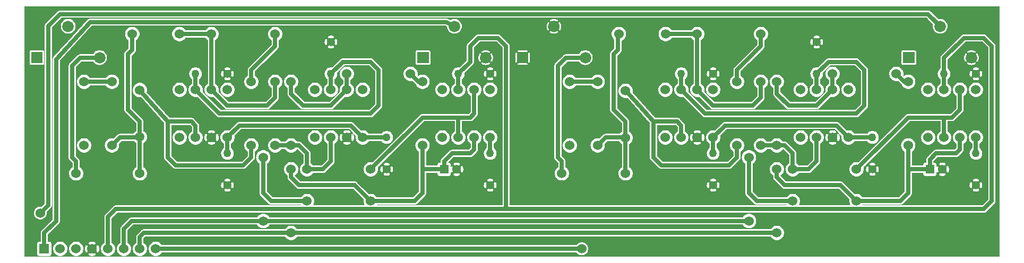
<source format=gbl>
G04 start of page 3 for group 1 idx 1 *
G04 Title: 26.006.01.01.01, solder *
G04 Creator: pcb 4.1.2 *
G04 CreationDate: Sat Aug 11 09:36:18 2018 UTC *
G04 For: bert *
G04 Format: Gerber/RS-274X *
G04 PCB-Dimensions (mil): 6200.00 1620.00 *
G04 PCB-Coordinate-Origin: lower left *
%MOIN*%
%FSLAX25Y25*%
%LNGBL*%
%ADD30C,0.0520*%
%ADD29C,0.0240*%
%ADD28C,0.0400*%
%ADD27C,0.0320*%
%ADD26C,0.0540*%
%ADD25C,0.0720*%
%ADD24C,0.0500*%
%ADD23C,0.0600*%
%ADD22C,0.0250*%
%ADD21C,0.0001*%
G54D21*G36*
X298163Y64544D02*X298246Y64642D01*
X298575Y65178D01*
X298816Y65760D01*
X298963Y66372D01*
X299000Y67000D01*
X298963Y67628D01*
X298816Y68240D01*
X298575Y68822D01*
X298246Y69358D01*
X298163Y69456D01*
Y73784D01*
X298192Y73808D01*
X298652Y74347D01*
X299022Y74951D01*
X299293Y75605D01*
X299458Y76294D01*
X299500Y77000D01*
X299458Y77706D01*
X299293Y78395D01*
X299022Y79049D01*
X298652Y79653D01*
X298192Y80192D01*
X298163Y80216D01*
Y103784D01*
X298192Y103808D01*
X298652Y104347D01*
X299022Y104951D01*
X299293Y105605D01*
X299458Y106294D01*
X299500Y107000D01*
X299458Y107706D01*
X299293Y108395D01*
X299022Y109049D01*
X298652Y109653D01*
X298192Y110192D01*
X298163Y110216D01*
Y115220D01*
X298192Y115222D01*
X298307Y115248D01*
X298416Y115292D01*
X298517Y115353D01*
X298608Y115429D01*
X298685Y115518D01*
X298748Y115618D01*
X298792Y115727D01*
X298898Y116082D01*
X298966Y116446D01*
X299000Y116815D01*
Y117185D01*
X298966Y117554D01*
X298898Y117918D01*
X298796Y118274D01*
X298750Y118384D01*
X298688Y118484D01*
X298610Y118573D01*
X298519Y118649D01*
X298417Y118710D01*
X298307Y118755D01*
X298192Y118781D01*
X298163Y118783D01*
Y137250D01*
X299068D01*
X302750Y133568D01*
Y34250D01*
X298163D01*
Y45220D01*
X298192Y45222D01*
X298307Y45248D01*
X298416Y45292D01*
X298517Y45353D01*
X298608Y45429D01*
X298685Y45518D01*
X298748Y45618D01*
X298792Y45727D01*
X298898Y46082D01*
X298966Y46446D01*
X299000Y46815D01*
Y47185D01*
X298966Y47554D01*
X298898Y47918D01*
X298796Y48274D01*
X298750Y48384D01*
X298688Y48484D01*
X298610Y48573D01*
X298519Y48649D01*
X298417Y48710D01*
X298307Y48755D01*
X298192Y48781D01*
X298163Y48783D01*
Y64544D01*
G37*
G36*
Y110216D02*X297653Y110652D01*
X297049Y111022D01*
X296395Y111293D01*
X295992Y111390D01*
Y113123D01*
X296274Y113204D01*
X296384Y113250D01*
X296484Y113312D01*
X296573Y113390D01*
X296649Y113481D01*
X296710Y113583D01*
X296755Y113693D01*
X296781Y113808D01*
X296789Y113926D01*
X296779Y114044D01*
X296750Y114159D01*
X296704Y114268D01*
X296641Y114369D01*
X296563Y114458D01*
X296472Y114534D01*
X296370Y114595D01*
X296261Y114639D01*
X296145Y114666D01*
X296027Y114674D01*
X295992Y114671D01*
Y119332D01*
X296027Y119329D01*
X296145Y119337D01*
X296260Y119363D01*
X296369Y119407D01*
X296471Y119468D01*
X296561Y119544D01*
X296639Y119633D01*
X296701Y119733D01*
X296747Y119842D01*
X296776Y119956D01*
X296787Y120074D01*
X296778Y120192D01*
X296752Y120307D01*
X296708Y120416D01*
X296647Y120517D01*
X296571Y120608D01*
X296482Y120685D01*
X296382Y120748D01*
X296273Y120792D01*
X295992Y120876D01*
Y124640D01*
X296027Y124666D01*
X296083Y124722D01*
X296127Y124787D01*
X296329Y125150D01*
X296493Y125532D01*
X296622Y125926D01*
X296715Y126331D01*
X296771Y126743D01*
X296790Y127158D01*
X296771Y127573D01*
X296715Y127985D01*
X296622Y128390D01*
X296493Y128784D01*
X296329Y129166D01*
X296131Y129531D01*
X296085Y129596D01*
X296030Y129653D01*
X295992Y129680D01*
Y137250D01*
X298163D01*
Y118783D01*
X298074Y118789D01*
X297956Y118779D01*
X297841Y118750D01*
X297732Y118704D01*
X297631Y118641D01*
X297542Y118563D01*
X297466Y118472D01*
X297405Y118370D01*
X297361Y118261D01*
X297334Y118145D01*
X297326Y118027D01*
X297337Y117909D01*
X297367Y117795D01*
X297433Y117573D01*
X297476Y117346D01*
X297497Y117116D01*
Y116884D01*
X297476Y116654D01*
X297433Y116427D01*
X297370Y116204D01*
X297339Y116091D01*
X297329Y115973D01*
X297337Y115855D01*
X297363Y115740D01*
X297407Y115631D01*
X297468Y115529D01*
X297544Y115439D01*
X297633Y115361D01*
X297733Y115299D01*
X297842Y115253D01*
X297956Y115224D01*
X298074Y115213D01*
X298163Y115220D01*
Y110216D01*
G37*
G36*
X295992Y120876D02*X295918Y120898D01*
X295554Y120966D01*
X295185Y121000D01*
X294993D01*
Y137250D01*
X295992D01*
Y129680D01*
X295966Y129700D01*
X295896Y129736D01*
X295820Y129761D01*
X295742Y129775D01*
X295663Y129775D01*
X295585Y129763D01*
X295509Y129740D01*
X295438Y129704D01*
X295374Y129658D01*
X295317Y129603D01*
X295270Y129539D01*
X295233Y129468D01*
X295208Y129393D01*
X295195Y129315D01*
X295194Y129236D01*
X295206Y129157D01*
X295230Y129082D01*
X295267Y129012D01*
X295425Y128728D01*
X295553Y128430D01*
X295654Y128121D01*
X295727Y127804D01*
X295770Y127482D01*
X295785Y127158D01*
X295770Y126834D01*
X295727Y126512D01*
X295654Y126195D01*
X295553Y125886D01*
X295425Y125588D01*
X295270Y125302D01*
X295234Y125233D01*
X295210Y125158D01*
X295198Y125080D01*
X295199Y125001D01*
X295212Y124924D01*
X295237Y124849D01*
X295273Y124779D01*
X295320Y124716D01*
X295376Y124661D01*
X295440Y124615D01*
X295510Y124580D01*
X295585Y124556D01*
X295663Y124544D01*
X295742Y124545D01*
X295820Y124558D01*
X295894Y124583D01*
X295964Y124619D01*
X295992Y124640D01*
Y120876D01*
G37*
G36*
Y114671D02*X295909Y114663D01*
X295795Y114633D01*
X295573Y114567D01*
X295346Y114524D01*
X295116Y114503D01*
X294993D01*
Y119497D01*
X295116D01*
X295346Y119476D01*
X295573Y119433D01*
X295796Y119370D01*
X295909Y119339D01*
X295992Y119332D01*
Y114671D01*
G37*
G36*
Y111390D02*X295706Y111458D01*
X295000Y111514D01*
X294993Y111513D01*
Y113000D01*
X295185D01*
X295554Y113034D01*
X295918Y113102D01*
X295992Y113123D01*
Y111390D01*
G37*
G36*
X298163Y80216D02*X297653Y80652D01*
X297049Y81022D01*
X296395Y81293D01*
X295706Y81458D01*
X295000Y81514D01*
X294993Y81513D01*
Y102487D01*
X295000Y102486D01*
X295706Y102542D01*
X296395Y102707D01*
X297049Y102978D01*
X297653Y103348D01*
X298163Y103784D01*
Y80216D01*
G37*
G36*
Y69456D02*X297837Y69837D01*
X297358Y70246D01*
X297250Y70312D01*
Y73101D01*
X297653Y73348D01*
X298163Y73784D01*
Y69456D01*
G37*
G36*
X294993Y62988D02*X295000Y62988D01*
X295628Y63037D01*
X296240Y63184D01*
X296822Y63425D01*
X297358Y63754D01*
X297837Y64163D01*
X298163Y64544D01*
Y48783D01*
X298074Y48789D01*
X297956Y48779D01*
X297841Y48750D01*
X297732Y48704D01*
X297631Y48641D01*
X297542Y48563D01*
X297466Y48472D01*
X297405Y48370D01*
X297361Y48261D01*
X297334Y48145D01*
X297326Y48027D01*
X297337Y47909D01*
X297367Y47795D01*
X297433Y47573D01*
X297476Y47346D01*
X297497Y47116D01*
Y46884D01*
X297476Y46654D01*
X297433Y46427D01*
X297370Y46204D01*
X297339Y46091D01*
X297329Y45973D01*
X297337Y45855D01*
X297363Y45740D01*
X297407Y45631D01*
X297468Y45529D01*
X297544Y45439D01*
X297633Y45361D01*
X297733Y45299D01*
X297842Y45253D01*
X297956Y45224D01*
X298074Y45213D01*
X298163Y45220D01*
Y34250D01*
X294993D01*
Y43000D01*
X295185D01*
X295554Y43034D01*
X295918Y43102D01*
X296274Y43204D01*
X296384Y43250D01*
X296484Y43312D01*
X296573Y43390D01*
X296649Y43481D01*
X296710Y43583D01*
X296755Y43693D01*
X296781Y43808D01*
X296789Y43926D01*
X296779Y44044D01*
X296750Y44159D01*
X296704Y44268D01*
X296641Y44369D01*
X296563Y44458D01*
X296472Y44534D01*
X296370Y44595D01*
X296261Y44639D01*
X296145Y44666D01*
X296027Y44674D01*
X295909Y44663D01*
X295795Y44633D01*
X295573Y44567D01*
X295346Y44524D01*
X295116Y44503D01*
X294993D01*
Y49497D01*
X295116D01*
X295346Y49476D01*
X295573Y49433D01*
X295796Y49370D01*
X295909Y49339D01*
X296027Y49329D01*
X296145Y49337D01*
X296260Y49363D01*
X296369Y49407D01*
X296471Y49468D01*
X296561Y49544D01*
X296639Y49633D01*
X296701Y49733D01*
X296747Y49842D01*
X296776Y49956D01*
X296787Y50074D01*
X296778Y50192D01*
X296752Y50307D01*
X296708Y50416D01*
X296647Y50517D01*
X296571Y50608D01*
X296482Y50685D01*
X296382Y50748D01*
X296273Y50792D01*
X295918Y50898D01*
X295554Y50966D01*
X295185Y51000D01*
X294993D01*
Y62988D01*
G37*
G36*
X492493Y44750D02*X514068D01*
X520652Y38166D01*
X520542Y37706D01*
X520486Y37000D01*
X520542Y36294D01*
X520707Y35605D01*
X520978Y34951D01*
X521348Y34347D01*
X521431Y34250D01*
X492493D01*
Y44750D01*
G37*
G36*
X519993Y122250D02*X524068D01*
X527750Y118568D01*
Y97932D01*
X524068Y94250D01*
X519993D01*
Y102487D01*
X520000Y102486D01*
X520706Y102542D01*
X521395Y102707D01*
X522049Y102978D01*
X522653Y103348D01*
X523192Y103808D01*
X523652Y104347D01*
X524022Y104951D01*
X524293Y105605D01*
X524458Y106294D01*
X524500Y107000D01*
X524458Y107706D01*
X524293Y108395D01*
X524022Y109049D01*
X523652Y109653D01*
X523192Y110192D01*
X522653Y110652D01*
X522049Y111022D01*
X521395Y111293D01*
X520706Y111458D01*
X520000Y111514D01*
X519993Y111513D01*
Y122250D01*
G37*
G36*
X500001Y102486D02*X500706Y102542D01*
X501395Y102707D01*
X502049Y102978D01*
X502653Y103348D01*
X503192Y103808D01*
X503652Y104347D01*
X504022Y104951D01*
X504293Y105605D01*
X504458Y106294D01*
X504500Y107000D01*
X504458Y107706D01*
X504293Y108395D01*
X504022Y109049D01*
X503652Y109653D01*
X503192Y110192D01*
X502653Y110652D01*
X502250Y110899D01*
Y113688D01*
X502358Y113754D01*
X502837Y114163D01*
X503246Y114642D01*
X503575Y115178D01*
X503816Y115760D01*
X503963Y116372D01*
X504000Y117000D01*
X503963Y117628D01*
X503933Y117751D01*
X508432Y122250D01*
X519993D01*
Y111513D01*
X519294Y111458D01*
X518605Y111293D01*
X517951Y111022D01*
X517347Y110652D01*
X516808Y110192D01*
X516348Y109653D01*
X515978Y109049D01*
X515707Y108395D01*
X515542Y107706D01*
X515486Y107000D01*
X515542Y106294D01*
X515707Y105605D01*
X515978Y104951D01*
X516348Y104347D01*
X516808Y103808D01*
X517347Y103348D01*
X517951Y102978D01*
X518605Y102707D01*
X519294Y102542D01*
X519993Y102487D01*
Y94250D01*
X500001D01*
Y94743D01*
X500353Y94771D01*
X500353Y94771D01*
X500697Y94854D01*
X501025Y94989D01*
X501327Y95174D01*
X501596Y95404D01*
X501653Y95471D01*
X508834Y102652D01*
X509294Y102542D01*
X510000Y102486D01*
X510706Y102542D01*
X511395Y102707D01*
X512049Y102978D01*
X512653Y103348D01*
X513192Y103808D01*
X513652Y104347D01*
X514022Y104951D01*
X514293Y105605D01*
X514458Y106294D01*
X514500Y107000D01*
X514458Y107706D01*
X514293Y108395D01*
X514022Y109049D01*
X513652Y109653D01*
X513192Y110192D01*
X512653Y110652D01*
X512250Y110899D01*
Y113101D01*
X512653Y113348D01*
X513192Y113808D01*
X513652Y114347D01*
X514022Y114951D01*
X514293Y115605D01*
X514458Y116294D01*
X514500Y117000D01*
X514458Y117706D01*
X514293Y118395D01*
X514022Y119049D01*
X513652Y119653D01*
X513192Y120192D01*
X512653Y120652D01*
X512049Y121022D01*
X511395Y121293D01*
X510706Y121458D01*
X510000Y121514D01*
X509294Y121458D01*
X508605Y121293D01*
X507951Y121022D01*
X507347Y120652D01*
X506808Y120192D01*
X506348Y119653D01*
X505978Y119049D01*
X505707Y118395D01*
X505542Y117706D01*
X505486Y117000D01*
X505542Y116294D01*
X505707Y115605D01*
X505978Y114951D01*
X506348Y114347D01*
X506808Y113808D01*
X507347Y113348D01*
X507750Y113101D01*
Y110899D01*
X507347Y110652D01*
X506808Y110192D01*
X506348Y109653D01*
X505978Y109049D01*
X505707Y108395D01*
X505542Y107706D01*
X505486Y107000D01*
X505542Y106294D01*
X505652Y105834D01*
X500001Y100183D01*
Y102486D01*
G37*
G36*
X553743Y69518D02*X553848Y69347D01*
X554308Y68808D01*
X554847Y68348D01*
X555250Y68101D01*
Y57088D01*
X555243Y57000D01*
X555250Y56912D01*
Y42932D01*
X553743Y41425D01*
Y69518D01*
G37*
G36*
X603163Y137250D02*X604068D01*
X607750Y133568D01*
Y37932D01*
X604068Y34250D01*
X603163D01*
Y45220D01*
X603192Y45222D01*
X603307Y45248D01*
X603416Y45292D01*
X603517Y45353D01*
X603608Y45429D01*
X603685Y45518D01*
X603748Y45618D01*
X603792Y45727D01*
X603898Y46082D01*
X603966Y46446D01*
X604000Y46815D01*
Y47185D01*
X603966Y47554D01*
X603898Y47918D01*
X603796Y48274D01*
X603750Y48384D01*
X603688Y48484D01*
X603610Y48573D01*
X603519Y48649D01*
X603417Y48710D01*
X603307Y48755D01*
X603192Y48781D01*
X603163Y48783D01*
Y64544D01*
X603246Y64642D01*
X603575Y65178D01*
X603816Y65760D01*
X603963Y66372D01*
X604000Y67000D01*
X603963Y67628D01*
X603816Y68240D01*
X603575Y68822D01*
X603246Y69358D01*
X603163Y69456D01*
Y73784D01*
X603192Y73808D01*
X603652Y74347D01*
X604022Y74951D01*
X604293Y75605D01*
X604458Y76294D01*
X604500Y77000D01*
X604458Y77706D01*
X604293Y78395D01*
X604022Y79049D01*
X603652Y79653D01*
X603192Y80192D01*
X603163Y80216D01*
Y103784D01*
X603192Y103808D01*
X603652Y104347D01*
X604022Y104951D01*
X604293Y105605D01*
X604458Y106294D01*
X604500Y107000D01*
X604458Y107706D01*
X604293Y108395D01*
X604022Y109049D01*
X603652Y109653D01*
X603192Y110192D01*
X603163Y110216D01*
Y115220D01*
X603192Y115222D01*
X603307Y115248D01*
X603416Y115292D01*
X603517Y115353D01*
X603608Y115429D01*
X603685Y115518D01*
X603748Y115618D01*
X603792Y115727D01*
X603898Y116082D01*
X603966Y116446D01*
X604000Y116815D01*
Y117185D01*
X603966Y117554D01*
X603898Y117918D01*
X603796Y118274D01*
X603750Y118384D01*
X603688Y118484D01*
X603610Y118573D01*
X603519Y118649D01*
X603417Y118710D01*
X603307Y118755D01*
X603192Y118781D01*
X603163Y118783D01*
Y137250D01*
G37*
G36*
Y80216D02*X602653Y80652D01*
X602049Y81022D01*
X601395Y81293D01*
X600706Y81458D01*
X600000Y81514D01*
X599993Y81513D01*
Y102487D01*
X600000Y102486D01*
X600706Y102542D01*
X601395Y102707D01*
X602049Y102978D01*
X602653Y103348D01*
X603163Y103784D01*
Y80216D01*
G37*
G36*
Y69456D02*X602837Y69837D01*
X602358Y70246D01*
X602250Y70312D01*
Y73101D01*
X602653Y73348D01*
X603163Y73784D01*
Y69456D01*
G37*
G36*
Y34250D02*X599993D01*
Y43000D01*
X600185D01*
X600554Y43034D01*
X600918Y43102D01*
X601274Y43204D01*
X601384Y43250D01*
X601484Y43312D01*
X601573Y43390D01*
X601649Y43481D01*
X601710Y43583D01*
X601755Y43693D01*
X601781Y43808D01*
X601789Y43926D01*
X601779Y44044D01*
X601750Y44159D01*
X601704Y44268D01*
X601641Y44369D01*
X601563Y44458D01*
X601472Y44534D01*
X601370Y44595D01*
X601261Y44639D01*
X601145Y44666D01*
X601027Y44674D01*
X600909Y44663D01*
X600795Y44633D01*
X600573Y44567D01*
X600346Y44524D01*
X600116Y44503D01*
X599993D01*
Y49497D01*
X600116D01*
X600346Y49476D01*
X600573Y49433D01*
X600796Y49370D01*
X600909Y49339D01*
X601027Y49329D01*
X601145Y49337D01*
X601260Y49363D01*
X601369Y49407D01*
X601471Y49468D01*
X601561Y49544D01*
X601639Y49633D01*
X601701Y49733D01*
X601747Y49842D01*
X601776Y49956D01*
X601787Y50074D01*
X601778Y50192D01*
X601752Y50307D01*
X601708Y50416D01*
X601647Y50517D01*
X601571Y50608D01*
X601482Y50685D01*
X601382Y50748D01*
X601273Y50792D01*
X600918Y50898D01*
X600554Y50966D01*
X600185Y51000D01*
X599993D01*
Y62988D01*
X600000Y62988D01*
X600628Y63037D01*
X601240Y63184D01*
X601822Y63425D01*
X602358Y63754D01*
X602837Y64163D01*
X603163Y64544D01*
Y48783D01*
X603074Y48789D01*
X602956Y48779D01*
X602841Y48750D01*
X602732Y48704D01*
X602631Y48641D01*
X602542Y48563D01*
X602466Y48472D01*
X602405Y48370D01*
X602361Y48261D01*
X602334Y48145D01*
X602326Y48027D01*
X602337Y47909D01*
X602367Y47795D01*
X602433Y47573D01*
X602476Y47346D01*
X602497Y47116D01*
Y46884D01*
X602476Y46654D01*
X602433Y46427D01*
X602370Y46204D01*
X602339Y46091D01*
X602329Y45973D01*
X602337Y45855D01*
X602363Y45740D01*
X602407Y45631D01*
X602468Y45529D01*
X602544Y45439D01*
X602633Y45361D01*
X602733Y45299D01*
X602842Y45253D01*
X602956Y45224D01*
X603074Y45213D01*
X603163Y45220D01*
Y34250D01*
G37*
G36*
X600992Y137250D02*X603163D01*
Y118783D01*
X603074Y118789D01*
X602956Y118779D01*
X602841Y118750D01*
X602732Y118704D01*
X602631Y118641D01*
X602542Y118563D01*
X602466Y118472D01*
X602405Y118370D01*
X602361Y118261D01*
X602334Y118145D01*
X602326Y118027D01*
X602337Y117909D01*
X602367Y117795D01*
X602433Y117573D01*
X602476Y117346D01*
X602497Y117116D01*
Y116884D01*
X602476Y116654D01*
X602433Y116427D01*
X602370Y116204D01*
X602339Y116091D01*
X602329Y115973D01*
X602337Y115855D01*
X602363Y115740D01*
X602407Y115631D01*
X602468Y115529D01*
X602544Y115439D01*
X602633Y115361D01*
X602733Y115299D01*
X602842Y115253D01*
X602956Y115224D01*
X603074Y115213D01*
X603163Y115220D01*
Y110216D01*
X602653Y110652D01*
X602049Y111022D01*
X601395Y111293D01*
X600992Y111390D01*
Y113123D01*
X601274Y113204D01*
X601384Y113250D01*
X601484Y113312D01*
X601573Y113390D01*
X601649Y113481D01*
X601710Y113583D01*
X601755Y113693D01*
X601781Y113808D01*
X601789Y113926D01*
X601779Y114044D01*
X601750Y114159D01*
X601704Y114268D01*
X601641Y114369D01*
X601563Y114458D01*
X601472Y114534D01*
X601370Y114595D01*
X601261Y114639D01*
X601145Y114666D01*
X601027Y114674D01*
X600992Y114671D01*
Y119332D01*
X601027Y119329D01*
X601145Y119337D01*
X601260Y119363D01*
X601369Y119407D01*
X601471Y119468D01*
X601561Y119544D01*
X601639Y119633D01*
X601701Y119733D01*
X601747Y119842D01*
X601776Y119956D01*
X601787Y120074D01*
X601778Y120192D01*
X601752Y120307D01*
X601708Y120416D01*
X601647Y120517D01*
X601571Y120608D01*
X601482Y120685D01*
X601382Y120748D01*
X601273Y120792D01*
X600992Y120876D01*
Y124640D01*
X601027Y124666D01*
X601083Y124722D01*
X601127Y124787D01*
X601329Y125150D01*
X601493Y125532D01*
X601622Y125926D01*
X601715Y126331D01*
X601771Y126743D01*
X601790Y127158D01*
X601771Y127573D01*
X601715Y127985D01*
X601622Y128390D01*
X601493Y128784D01*
X601329Y129166D01*
X601131Y129531D01*
X601085Y129596D01*
X601030Y129653D01*
X600992Y129680D01*
Y137250D01*
G37*
G36*
Y114671D02*X600909Y114663D01*
X600795Y114633D01*
X600573Y114567D01*
X600346Y114524D01*
X600116Y114503D01*
X599993D01*
Y119497D01*
X600116D01*
X600346Y119476D01*
X600573Y119433D01*
X600796Y119370D01*
X600909Y119339D01*
X600992Y119332D01*
Y114671D01*
G37*
G36*
Y111390D02*X600706Y111458D01*
X600000Y111514D01*
X599993Y111513D01*
Y113000D01*
X600185D01*
X600554Y113034D01*
X600918Y113102D01*
X600992Y113123D01*
Y111390D01*
G37*
G36*
X599993Y137250D02*X600992D01*
Y129680D01*
X600966Y129700D01*
X600896Y129736D01*
X600820Y129761D01*
X600742Y129775D01*
X600663Y129775D01*
X600585Y129763D01*
X600509Y129740D01*
X600438Y129704D01*
X600374Y129658D01*
X600317Y129603D01*
X600270Y129539D01*
X600233Y129468D01*
X600208Y129393D01*
X600195Y129315D01*
X600194Y129236D01*
X600206Y129157D01*
X600230Y129082D01*
X600267Y129012D01*
X600425Y128728D01*
X600553Y128430D01*
X600654Y128121D01*
X600727Y127804D01*
X600770Y127482D01*
X600785Y127158D01*
X600770Y126834D01*
X600727Y126512D01*
X600654Y126195D01*
X600553Y125886D01*
X600425Y125588D01*
X600270Y125302D01*
X600234Y125233D01*
X600210Y125158D01*
X600198Y125080D01*
X600199Y125001D01*
X600212Y124924D01*
X600237Y124849D01*
X600273Y124779D01*
X600320Y124716D01*
X600376Y124661D01*
X600440Y124615D01*
X600510Y124580D01*
X600585Y124556D01*
X600663Y124544D01*
X600742Y124545D01*
X600820Y124558D01*
X600894Y124583D01*
X600964Y124619D01*
X600992Y124640D01*
Y120876D01*
X600918Y120898D01*
X600554Y120966D01*
X600185Y121000D01*
X599993D01*
Y137250D01*
G37*
G36*
Y159500D02*X615000D01*
Y2000D01*
X599993D01*
Y29750D01*
X604912D01*
X605000Y29743D01*
X605353Y29771D01*
X605353Y29771D01*
X605697Y29854D01*
X606025Y29989D01*
X606327Y30174D01*
X606596Y30404D01*
X606653Y30471D01*
X611529Y35347D01*
X611596Y35404D01*
X611826Y35673D01*
X611826Y35673D01*
X612011Y35975D01*
X612146Y36303D01*
X612229Y36647D01*
X612257Y37000D01*
X612250Y37088D01*
Y134412D01*
X612257Y134500D01*
X612229Y134853D01*
X612146Y135197D01*
X612107Y135293D01*
X612011Y135525D01*
X611896Y135712D01*
X611826Y135827D01*
X611826Y135827D01*
X611596Y136096D01*
X611529Y136153D01*
X606653Y141029D01*
X606596Y141096D01*
X606327Y141326D01*
X606327Y141326D01*
X606212Y141396D01*
X606025Y141511D01*
X605793Y141607D01*
X605697Y141646D01*
X605353Y141729D01*
X605000Y141757D01*
X604912Y141750D01*
X599993D01*
Y159500D01*
G37*
G36*
Y2000D02*X553743D01*
Y29750D01*
X599993D01*
Y2000D01*
G37*
G36*
X596837Y64544D02*X597163Y64163D01*
X597642Y63754D01*
X598178Y63425D01*
X598760Y63184D01*
X599372Y63037D01*
X599993Y62988D01*
Y51000D01*
X599815D01*
X599446Y50966D01*
X599082Y50898D01*
X598726Y50796D01*
X598616Y50750D01*
X598516Y50688D01*
X598427Y50610D01*
X598351Y50519D01*
X598290Y50417D01*
X598245Y50307D01*
X598219Y50192D01*
X598211Y50074D01*
X598221Y49956D01*
X598250Y49841D01*
X598296Y49732D01*
X598359Y49631D01*
X598437Y49542D01*
X598528Y49466D01*
X598630Y49405D01*
X598739Y49361D01*
X598855Y49334D01*
X598973Y49326D01*
X599091Y49337D01*
X599205Y49368D01*
X599427Y49433D01*
X599654Y49476D01*
X599884Y49497D01*
X599993D01*
Y44503D01*
X599884D01*
X599654Y44524D01*
X599427Y44567D01*
X599204Y44630D01*
X599091Y44661D01*
X598973Y44671D01*
X598855Y44663D01*
X598740Y44637D01*
X598631Y44593D01*
X598529Y44532D01*
X598439Y44456D01*
X598361Y44367D01*
X598299Y44267D01*
X598253Y44158D01*
X598224Y44044D01*
X598213Y43926D01*
X598222Y43808D01*
X598248Y43693D01*
X598292Y43584D01*
X598353Y43483D01*
X598429Y43392D01*
X598518Y43315D01*
X598618Y43252D01*
X598727Y43208D01*
X599082Y43102D01*
X599446Y43034D01*
X599815Y43000D01*
X599993D01*
Y34250D01*
X596837D01*
Y45217D01*
X596926Y45211D01*
X597044Y45221D01*
X597159Y45250D01*
X597268Y45296D01*
X597369Y45359D01*
X597458Y45437D01*
X597534Y45528D01*
X597595Y45630D01*
X597639Y45739D01*
X597666Y45855D01*
X597674Y45973D01*
X597663Y46091D01*
X597632Y46205D01*
X597567Y46427D01*
X597524Y46654D01*
X597503Y46884D01*
Y47116D01*
X597524Y47346D01*
X597567Y47573D01*
X597630Y47796D01*
X597661Y47909D01*
X597671Y48027D01*
X597663Y48145D01*
X597637Y48260D01*
X597593Y48369D01*
X597532Y48471D01*
X597456Y48561D01*
X597367Y48639D01*
X597267Y48701D01*
X597158Y48747D01*
X597044Y48776D01*
X596926Y48787D01*
X596837Y48780D01*
Y64544D01*
G37*
G36*
Y73784D02*X597347Y73348D01*
X597750Y73101D01*
Y70312D01*
X597642Y70246D01*
X597163Y69837D01*
X596837Y69456D01*
Y73784D01*
G37*
G36*
Y103784D02*X597347Y103348D01*
X597951Y102978D01*
X598605Y102707D01*
X599294Y102542D01*
X599993Y102487D01*
Y81513D01*
X599294Y81458D01*
X598605Y81293D01*
X597951Y81022D01*
X597347Y80652D01*
X596837Y80216D01*
Y103784D01*
G37*
G36*
Y137250D02*X599993D01*
Y121000D01*
X599815D01*
X599446Y120966D01*
X599082Y120898D01*
X598726Y120796D01*
X598616Y120750D01*
X598516Y120688D01*
X598427Y120610D01*
X598351Y120519D01*
X598290Y120417D01*
X598245Y120307D01*
X598219Y120192D01*
X598211Y120074D01*
X598221Y119956D01*
X598250Y119841D01*
X598296Y119732D01*
X598359Y119631D01*
X598437Y119542D01*
X598528Y119466D01*
X598630Y119405D01*
X598739Y119361D01*
X598855Y119334D01*
X598973Y119326D01*
X599091Y119337D01*
X599205Y119368D01*
X599427Y119433D01*
X599654Y119476D01*
X599884Y119497D01*
X599993D01*
Y114503D01*
X599884D01*
X599654Y114524D01*
X599427Y114567D01*
X599204Y114630D01*
X599091Y114661D01*
X598973Y114671D01*
X598855Y114663D01*
X598740Y114637D01*
X598631Y114593D01*
X598529Y114532D01*
X598439Y114456D01*
X598361Y114367D01*
X598299Y114267D01*
X598253Y114158D01*
X598224Y114044D01*
X598213Y113926D01*
X598222Y113808D01*
X598248Y113693D01*
X598292Y113584D01*
X598353Y113483D01*
X598429Y113392D01*
X598518Y113315D01*
X598618Y113252D01*
X598727Y113208D01*
X599082Y113102D01*
X599446Y113034D01*
X599815Y113000D01*
X599993D01*
Y111513D01*
X599294Y111458D01*
X598605Y111293D01*
X597951Y111022D01*
X597347Y110652D01*
X596837Y110216D01*
Y115217D01*
X596926Y115211D01*
X597044Y115221D01*
X597159Y115250D01*
X597268Y115296D01*
X597369Y115359D01*
X597458Y115437D01*
X597534Y115528D01*
X597595Y115630D01*
X597639Y115739D01*
X597666Y115855D01*
X597674Y115973D01*
X597663Y116091D01*
X597632Y116205D01*
X597567Y116427D01*
X597524Y116654D01*
X597503Y116884D01*
Y117116D01*
X597524Y117346D01*
X597567Y117573D01*
X597630Y117796D01*
X597661Y117909D01*
X597671Y118027D01*
X597663Y118145D01*
X597637Y118260D01*
X597593Y118369D01*
X597532Y118471D01*
X597456Y118561D01*
X597367Y118639D01*
X597267Y118701D01*
X597158Y118747D01*
X597044Y118776D01*
X596926Y118787D01*
X596837Y118780D01*
Y122569D01*
X597185Y122553D01*
X597600Y122572D01*
X598012Y122628D01*
X598417Y122721D01*
X598811Y122850D01*
X599193Y123014D01*
X599558Y123212D01*
X599623Y123258D01*
X599680Y123313D01*
X599727Y123377D01*
X599763Y123447D01*
X599788Y123523D01*
X599802Y123601D01*
X599802Y123680D01*
X599790Y123758D01*
X599767Y123834D01*
X599731Y123905D01*
X599685Y123969D01*
X599629Y124026D01*
X599566Y124073D01*
X599495Y124110D01*
X599420Y124135D01*
X599342Y124148D01*
X599263Y124149D01*
X599184Y124137D01*
X599109Y124113D01*
X599039Y124076D01*
X598755Y123918D01*
X598457Y123790D01*
X598148Y123689D01*
X597831Y123616D01*
X597509Y123573D01*
X597185Y123558D01*
X596861Y123573D01*
X596837Y123576D01*
Y130740D01*
X596861Y130743D01*
X597185Y130758D01*
X597509Y130743D01*
X597831Y130700D01*
X598148Y130627D01*
X598457Y130526D01*
X598755Y130398D01*
X599041Y130243D01*
X599110Y130207D01*
X599185Y130183D01*
X599263Y130171D01*
X599342Y130172D01*
X599419Y130185D01*
X599494Y130210D01*
X599564Y130246D01*
X599627Y130293D01*
X599682Y130349D01*
X599728Y130413D01*
X599763Y130483D01*
X599787Y130558D01*
X599799Y130636D01*
X599798Y130715D01*
X599785Y130793D01*
X599760Y130867D01*
X599724Y130937D01*
X599677Y131000D01*
X599621Y131056D01*
X599556Y131100D01*
X599193Y131302D01*
X598811Y131466D01*
X598417Y131595D01*
X598012Y131688D01*
X597600Y131744D01*
X597185Y131763D01*
X596837Y131747D01*
Y137250D01*
G37*
G36*
Y159500D02*X599993D01*
Y141750D01*
X596837D01*
Y159500D01*
G37*
G36*
X593378Y137196D02*X593432Y137250D01*
X596837D01*
Y131747D01*
X596770Y131744D01*
X596358Y131688D01*
X595953Y131595D01*
X595559Y131466D01*
X595177Y131302D01*
X594812Y131104D01*
X594747Y131058D01*
X594690Y131003D01*
X594643Y130939D01*
X594607Y130869D01*
X594582Y130793D01*
X594568Y130715D01*
X594568Y130636D01*
X594580Y130558D01*
X594603Y130482D01*
X594639Y130411D01*
X594685Y130347D01*
X594740Y130290D01*
X594804Y130243D01*
X594875Y130206D01*
X594950Y130181D01*
X595028Y130168D01*
X595107Y130167D01*
X595186Y130179D01*
X595261Y130203D01*
X595331Y130240D01*
X595615Y130398D01*
X595913Y130526D01*
X596222Y130627D01*
X596539Y130700D01*
X596837Y130740D01*
Y123576D01*
X596539Y123616D01*
X596222Y123689D01*
X595913Y123790D01*
X595615Y123918D01*
X595329Y124073D01*
X595260Y124109D01*
X595185Y124133D01*
X595107Y124145D01*
X595028Y124144D01*
X594951Y124131D01*
X594876Y124106D01*
X594806Y124070D01*
X594743Y124023D01*
X594688Y123967D01*
X594642Y123903D01*
X594607Y123833D01*
X594583Y123758D01*
X594571Y123680D01*
X594572Y123601D01*
X594585Y123523D01*
X594610Y123449D01*
X594646Y123379D01*
X594693Y123316D01*
X594749Y123260D01*
X594814Y123216D01*
X595177Y123014D01*
X595559Y122850D01*
X595953Y122721D01*
X596358Y122628D01*
X596770Y122572D01*
X596837Y122569D01*
Y118780D01*
X596808Y118778D01*
X596693Y118752D01*
X596584Y118708D01*
X596483Y118647D01*
X596392Y118571D01*
X596315Y118482D01*
X596252Y118382D01*
X596208Y118273D01*
X596102Y117918D01*
X596034Y117554D01*
X596000Y117185D01*
Y116815D01*
X596034Y116446D01*
X596102Y116082D01*
X596204Y115726D01*
X596250Y115616D01*
X596312Y115516D01*
X596390Y115427D01*
X596481Y115351D01*
X596583Y115290D01*
X596693Y115245D01*
X596808Y115219D01*
X596837Y115217D01*
Y110216D01*
X596808Y110192D01*
X596348Y109653D01*
X595978Y109049D01*
X595707Y108395D01*
X595542Y107706D01*
X595486Y107000D01*
X595542Y106294D01*
X595707Y105605D01*
X595978Y104951D01*
X596348Y104347D01*
X596808Y103808D01*
X596837Y103784D01*
Y80216D01*
X596808Y80192D01*
X596348Y79653D01*
X595978Y79049D01*
X595707Y78395D01*
X595542Y77706D01*
X595486Y77000D01*
X595542Y76294D01*
X595707Y75605D01*
X595978Y74951D01*
X596348Y74347D01*
X596808Y73808D01*
X596837Y73784D01*
Y69456D01*
X596754Y69358D01*
X596425Y68822D01*
X596184Y68240D01*
X596037Y67628D01*
X595988Y67000D01*
X596037Y66372D01*
X596184Y65760D01*
X596425Y65178D01*
X596754Y64642D01*
X596837Y64544D01*
Y48780D01*
X596808Y48778D01*
X596693Y48752D01*
X596584Y48708D01*
X596483Y48647D01*
X596392Y48571D01*
X596315Y48482D01*
X596252Y48382D01*
X596208Y48273D01*
X596102Y47918D01*
X596034Y47554D01*
X596000Y47185D01*
Y46815D01*
X596034Y46446D01*
X596102Y46082D01*
X596204Y45726D01*
X596250Y45616D01*
X596312Y45516D01*
X596390Y45427D01*
X596481Y45351D01*
X596583Y45290D01*
X596693Y45245D01*
X596808Y45219D01*
X596837Y45217D01*
Y34250D01*
X593378D01*
Y74026D01*
X593652Y74347D01*
X594022Y74951D01*
X594293Y75605D01*
X594458Y76294D01*
X594500Y77000D01*
X594458Y77706D01*
X594293Y78395D01*
X594022Y79049D01*
X593652Y79653D01*
X593378Y79974D01*
Y104026D01*
X593652Y104347D01*
X594022Y104951D01*
X594293Y105605D01*
X594458Y106294D01*
X594500Y107000D01*
X594458Y107706D01*
X594293Y108395D01*
X594022Y109049D01*
X593652Y109653D01*
X593378Y109974D01*
Y124636D01*
X593404Y124616D01*
X593474Y124580D01*
X593550Y124555D01*
X593628Y124541D01*
X593707Y124541D01*
X593785Y124553D01*
X593861Y124576D01*
X593932Y124612D01*
X593996Y124658D01*
X594053Y124714D01*
X594100Y124777D01*
X594137Y124848D01*
X594162Y124923D01*
X594175Y125001D01*
X594176Y125080D01*
X594164Y125159D01*
X594140Y125234D01*
X594103Y125304D01*
X593945Y125588D01*
X593817Y125886D01*
X593716Y126195D01*
X593643Y126512D01*
X593600Y126834D01*
X593585Y127158D01*
X593600Y127482D01*
X593643Y127804D01*
X593716Y128121D01*
X593817Y128430D01*
X593945Y128728D01*
X594100Y129014D01*
X594136Y129083D01*
X594160Y129158D01*
X594172Y129236D01*
X594171Y129315D01*
X594158Y129392D01*
X594133Y129467D01*
X594097Y129537D01*
X594050Y129600D01*
X593994Y129655D01*
X593930Y129701D01*
X593860Y129736D01*
X593785Y129760D01*
X593707Y129772D01*
X593628Y129771D01*
X593550Y129758D01*
X593476Y129733D01*
X593406Y129697D01*
X593378Y129676D01*
Y137196D01*
G37*
G36*
Y159500D02*X596837D01*
Y141750D01*
X593378D01*
Y159500D01*
G37*
G36*
Y79974D02*X593192Y80192D01*
X592653Y80652D01*
X592049Y81022D01*
X591395Y81293D01*
X590706Y81458D01*
X590000Y81514D01*
X589294Y81458D01*
X588605Y81293D01*
X587951Y81022D01*
X587347Y80652D01*
X586808Y80192D01*
X586348Y79653D01*
X585978Y79049D01*
X585707Y78395D01*
X585542Y77706D01*
X585486Y77000D01*
X585542Y76294D01*
X585707Y75605D01*
X585978Y74951D01*
X586348Y74347D01*
X586808Y73808D01*
X587347Y73348D01*
X587750Y73101D01*
Y70432D01*
X586568Y69250D01*
X575088D01*
X575000Y69257D01*
X574647Y69229D01*
X574303Y69146D01*
X573975Y69011D01*
X573673Y68826D01*
X573673Y68826D01*
X573404Y68596D01*
X573347Y68529D01*
X569993Y65175D01*
Y72487D01*
X570000Y72486D01*
X570706Y72542D01*
X571395Y72707D01*
X572049Y72978D01*
X572653Y73348D01*
X573192Y73808D01*
X573652Y74347D01*
X574022Y74951D01*
X574293Y75605D01*
X574458Y76294D01*
X574500Y77000D01*
X574458Y77706D01*
X574293Y78395D01*
X574022Y79049D01*
X573652Y79653D01*
X573192Y80192D01*
X572653Y80652D01*
X572049Y81022D01*
X571395Y81293D01*
X570706Y81458D01*
X570000Y81514D01*
X569993Y81513D01*
Y87250D01*
X577750D01*
Y80899D01*
X577347Y80652D01*
X576808Y80192D01*
X576348Y79653D01*
X575978Y79049D01*
X575707Y78395D01*
X575542Y77706D01*
X575486Y77000D01*
X575542Y76294D01*
X575707Y75605D01*
X575978Y74951D01*
X576348Y74347D01*
X576808Y73808D01*
X577347Y73348D01*
X577951Y72978D01*
X578605Y72707D01*
X579294Y72542D01*
X580000Y72486D01*
X580706Y72542D01*
X581395Y72707D01*
X582049Y72978D01*
X582653Y73348D01*
X583192Y73808D01*
X583652Y74347D01*
X584022Y74951D01*
X584293Y75605D01*
X584458Y76294D01*
X584500Y77000D01*
X584458Y77706D01*
X584293Y78395D01*
X584022Y79049D01*
X583652Y79653D01*
X583192Y80192D01*
X582653Y80652D01*
X582250Y80899D01*
Y87250D01*
X584912D01*
X585000Y87243D01*
X585353Y87271D01*
X585353Y87271D01*
X585697Y87354D01*
X586025Y87489D01*
X586327Y87674D01*
X586596Y87904D01*
X586653Y87971D01*
X591529Y92847D01*
X591596Y92904D01*
X591826Y93173D01*
X591826Y93173D01*
X592011Y93475D01*
X592146Y93803D01*
X592229Y94147D01*
X592257Y94500D01*
X592250Y94588D01*
Y103101D01*
X592653Y103348D01*
X593192Y103808D01*
X593378Y104026D01*
Y79974D01*
G37*
G36*
X569993Y65175D02*X569534Y64716D01*
X569467Y64659D01*
X569237Y64390D01*
X569052Y64088D01*
X568917Y63760D01*
X568834Y63416D01*
X568834Y63416D01*
X568806Y63063D01*
X568813Y62975D01*
Y61188D01*
X568128Y61186D01*
X567898Y61131D01*
X567680Y61041D01*
X567479Y60917D01*
X567299Y60764D01*
X567146Y60584D01*
X567022Y60383D01*
X566932Y60165D01*
X566877Y59935D01*
X566863Y59700D01*
X566864Y59250D01*
X559750D01*
Y68101D01*
X560153Y68348D01*
X560692Y68808D01*
X561152Y69347D01*
X561522Y69951D01*
X561793Y70605D01*
X561958Y71294D01*
X562000Y72000D01*
X561958Y72706D01*
X561793Y73395D01*
X561522Y74049D01*
X561152Y74653D01*
X560692Y75192D01*
X560153Y75652D01*
X559549Y76022D01*
X558895Y76293D01*
X558206Y76458D01*
X557500Y76514D01*
X556794Y76458D01*
X556105Y76293D01*
X555451Y76022D01*
X554847Y75652D01*
X554308Y75192D01*
X553848Y74653D01*
X553743Y74482D01*
Y82561D01*
X558432Y87250D01*
X569993D01*
Y81513D01*
X569294Y81458D01*
X568605Y81293D01*
X567951Y81022D01*
X567347Y80652D01*
X566808Y80192D01*
X566348Y79653D01*
X565978Y79049D01*
X565707Y78395D01*
X565542Y77706D01*
X565486Y77000D01*
X565542Y76294D01*
X565707Y75605D01*
X565978Y74951D01*
X566348Y74347D01*
X566808Y73808D01*
X567347Y73348D01*
X567951Y72978D01*
X568605Y72707D01*
X569294Y72542D01*
X569993Y72487D01*
Y65175D01*
G37*
G36*
X593378Y34250D02*X582282D01*
Y55071D01*
X582383Y55092D01*
X582494Y55133D01*
X582597Y55191D01*
X582689Y55264D01*
X582769Y55351D01*
X582835Y55449D01*
X582881Y55557D01*
X582997Y55907D01*
X583077Y56267D01*
X583125Y56632D01*
X583141Y57000D01*
X583125Y57368D01*
X583077Y57733D01*
X582997Y58093D01*
X582885Y58444D01*
X582837Y58552D01*
X582771Y58651D01*
X582691Y58738D01*
X582598Y58811D01*
X582495Y58870D01*
X582384Y58911D01*
X582282Y58932D01*
Y64750D01*
X587412D01*
X587500Y64743D01*
X587853Y64771D01*
X587853Y64771D01*
X588197Y64854D01*
X588525Y64989D01*
X588827Y65174D01*
X589096Y65404D01*
X589153Y65471D01*
X591529Y67847D01*
X591596Y67904D01*
X591826Y68173D01*
X591826Y68173D01*
X592011Y68475D01*
X592146Y68803D01*
X592229Y69147D01*
X592257Y69500D01*
X592250Y69588D01*
Y73101D01*
X592653Y73348D01*
X593192Y73808D01*
X593378Y74026D01*
Y34250D01*
G37*
G36*
X582282D02*X578938D01*
Y52796D01*
X579305Y52812D01*
X579670Y52860D01*
X580030Y52940D01*
X580381Y53052D01*
X580489Y53100D01*
X580588Y53166D01*
X580675Y53246D01*
X580748Y53339D01*
X580807Y53442D01*
X580848Y53553D01*
X580871Y53669D01*
X580876Y53787D01*
X580863Y53905D01*
X580831Y54019D01*
X580782Y54127D01*
X580716Y54226D01*
X580636Y54313D01*
X580543Y54386D01*
X580440Y54445D01*
X580329Y54486D01*
X580213Y54509D01*
X580094Y54514D01*
X579977Y54501D01*
X579863Y54467D01*
X579639Y54393D01*
X579408Y54341D01*
X579173Y54310D01*
X578938Y54300D01*
Y59700D01*
X579173Y59690D01*
X579408Y59659D01*
X579639Y59607D01*
X579864Y59536D01*
X579977Y59502D01*
X580095Y59488D01*
X580213Y59493D01*
X580328Y59517D01*
X580439Y59558D01*
X580542Y59616D01*
X580634Y59689D01*
X580714Y59776D01*
X580779Y59874D01*
X580829Y59982D01*
X580860Y60095D01*
X580874Y60213D01*
X580869Y60331D01*
X580845Y60446D01*
X580804Y60557D01*
X580746Y60660D01*
X580673Y60752D01*
X580586Y60832D01*
X580488Y60898D01*
X580380Y60944D01*
X580030Y61060D01*
X579670Y61140D01*
X579305Y61188D01*
X578938Y61204D01*
Y64750D01*
X582282D01*
Y58932D01*
X582268Y58934D01*
X582150Y58939D01*
X582032Y58926D01*
X581918Y58894D01*
X581810Y58845D01*
X581711Y58779D01*
X581624Y58699D01*
X581551Y58606D01*
X581492Y58503D01*
X581451Y58392D01*
X581428Y58276D01*
X581423Y58157D01*
X581436Y58040D01*
X581470Y57926D01*
X581544Y57702D01*
X581596Y57471D01*
X581627Y57236D01*
X581637Y57000D01*
X581627Y56764D01*
X581596Y56529D01*
X581544Y56298D01*
X581473Y56073D01*
X581439Y55960D01*
X581425Y55842D01*
X581430Y55724D01*
X581454Y55609D01*
X581495Y55498D01*
X581553Y55395D01*
X581626Y55303D01*
X581713Y55223D01*
X581811Y55158D01*
X581919Y55108D01*
X582032Y55077D01*
X582150Y55063D01*
X582268Y55068D01*
X582282Y55071D01*
Y34250D01*
G37*
G36*
X578938D02*X553743D01*
Y35123D01*
X553827Y35174D01*
X554096Y35404D01*
X554153Y35471D01*
X559029Y40347D01*
X559096Y40404D01*
X559326Y40673D01*
X559326Y40673D01*
X559511Y40975D01*
X559646Y41303D01*
X559729Y41647D01*
X559757Y42000D01*
X559750Y42088D01*
Y54750D01*
X566875D01*
X566877Y54065D01*
X566932Y53835D01*
X567022Y53617D01*
X567146Y53416D01*
X567299Y53236D01*
X567479Y53083D01*
X567680Y52959D01*
X567898Y52869D01*
X568128Y52814D01*
X568363Y52800D01*
X573998Y52814D01*
X574228Y52869D01*
X574446Y52959D01*
X574647Y53083D01*
X574827Y53236D01*
X574980Y53416D01*
X575104Y53617D01*
X575194Y53835D01*
X575249Y54065D01*
X575263Y54300D01*
X575261Y55200D01*
X575276Y55189D01*
X575379Y55130D01*
X575490Y55089D01*
X575606Y55066D01*
X575724Y55061D01*
X575842Y55074D01*
X575956Y55106D01*
X576064Y55155D01*
X576163Y55221D01*
X576250Y55301D01*
X576323Y55394D01*
X576382Y55497D01*
X576423Y55608D01*
X576446Y55724D01*
X576451Y55843D01*
X576438Y55960D01*
X576404Y56074D01*
X576330Y56298D01*
X576278Y56529D01*
X576247Y56764D01*
X576237Y57000D01*
X576247Y57236D01*
X576278Y57471D01*
X576330Y57702D01*
X576401Y57927D01*
X576435Y58040D01*
X576449Y58158D01*
X576444Y58276D01*
X576420Y58391D01*
X576379Y58502D01*
X576321Y58605D01*
X576248Y58697D01*
X576161Y58777D01*
X576063Y58842D01*
X575955Y58892D01*
X575842Y58923D01*
X575724Y58937D01*
X575606Y58932D01*
X575491Y58908D01*
X575380Y58867D01*
X575277Y58809D01*
X575252Y58789D01*
X575249Y59935D01*
X575194Y60165D01*
X575104Y60383D01*
X574980Y60584D01*
X574827Y60764D01*
X574647Y60917D01*
X574446Y61041D01*
X574228Y61131D01*
X573998Y61186D01*
X573763Y61200D01*
X573313Y61199D01*
Y62131D01*
X575932Y64750D01*
X578938D01*
Y61204D01*
X578937Y61204D01*
X578569Y61188D01*
X578204Y61140D01*
X577844Y61060D01*
X577493Y60948D01*
X577385Y60900D01*
X577286Y60834D01*
X577199Y60754D01*
X577126Y60661D01*
X577067Y60558D01*
X577026Y60447D01*
X577003Y60331D01*
X576998Y60213D01*
X577011Y60095D01*
X577043Y59981D01*
X577092Y59873D01*
X577158Y59774D01*
X577238Y59687D01*
X577331Y59614D01*
X577434Y59555D01*
X577545Y59514D01*
X577661Y59491D01*
X577780Y59486D01*
X577897Y59499D01*
X578011Y59533D01*
X578235Y59607D01*
X578466Y59659D01*
X578701Y59690D01*
X578937Y59700D01*
X578938Y59700D01*
Y54300D01*
X578937Y54300D01*
X578701Y54310D01*
X578466Y54341D01*
X578235Y54393D01*
X578010Y54464D01*
X577897Y54498D01*
X577779Y54512D01*
X577661Y54507D01*
X577546Y54483D01*
X577435Y54442D01*
X577332Y54384D01*
X577240Y54311D01*
X577160Y54224D01*
X577095Y54126D01*
X577045Y54018D01*
X577014Y53905D01*
X577000Y53787D01*
X577005Y53669D01*
X577029Y53554D01*
X577070Y53443D01*
X577128Y53340D01*
X577201Y53248D01*
X577288Y53168D01*
X577386Y53102D01*
X577494Y53056D01*
X577844Y52940D01*
X578204Y52860D01*
X578569Y52812D01*
X578937Y52796D01*
X578938Y52796D01*
Y34250D01*
G37*
G36*
X569993Y159500D02*X593378D01*
Y141750D01*
X592588D01*
X592500Y141757D01*
X592147Y141729D01*
X591803Y141646D01*
X591475Y141511D01*
X591173Y141326D01*
X591173Y141326D01*
X590904Y141096D01*
X590847Y141029D01*
X578471Y128653D01*
X578404Y128596D01*
X578174Y128327D01*
X577989Y128025D01*
X577854Y127697D01*
X577771Y127353D01*
X577771Y127353D01*
X577743Y127000D01*
X577750Y126912D01*
Y120312D01*
X577642Y120246D01*
X577163Y119837D01*
X576754Y119358D01*
X576425Y118822D01*
X576184Y118240D01*
X576037Y117628D01*
X575988Y117000D01*
X576037Y116372D01*
X576184Y115760D01*
X576425Y115178D01*
X576754Y114642D01*
X577163Y114163D01*
X577642Y113754D01*
X577750Y113688D01*
Y110899D01*
X577347Y110652D01*
X576808Y110192D01*
X576348Y109653D01*
X575978Y109049D01*
X575707Y108395D01*
X575542Y107706D01*
X575486Y107000D01*
X575542Y106294D01*
X575707Y105605D01*
X575978Y104951D01*
X576348Y104347D01*
X576808Y103808D01*
X577347Y103348D01*
X577951Y102978D01*
X578605Y102707D01*
X579294Y102542D01*
X580000Y102486D01*
X580706Y102542D01*
X581395Y102707D01*
X582049Y102978D01*
X582653Y103348D01*
X583192Y103808D01*
X583652Y104347D01*
X584022Y104951D01*
X584293Y105605D01*
X584458Y106294D01*
X584500Y107000D01*
X584458Y107706D01*
X584293Y108395D01*
X584022Y109049D01*
X583652Y109653D01*
X583192Y110192D01*
X582653Y110652D01*
X582250Y110899D01*
Y113688D01*
X582358Y113754D01*
X582837Y114163D01*
X583246Y114642D01*
X583575Y115178D01*
X583816Y115760D01*
X583963Y116372D01*
X584000Y117000D01*
X583963Y117628D01*
X583816Y118240D01*
X583575Y118822D01*
X583246Y119358D01*
X582837Y119837D01*
X582358Y120246D01*
X582250Y120312D01*
Y126068D01*
X593378Y137196D01*
Y129676D01*
X593343Y129650D01*
X593287Y129594D01*
X593243Y129529D01*
X593041Y129166D01*
X592877Y128784D01*
X592748Y128390D01*
X592655Y127985D01*
X592599Y127573D01*
X592580Y127158D01*
X592599Y126743D01*
X592655Y126331D01*
X592748Y125926D01*
X592877Y125532D01*
X593041Y125150D01*
X593239Y124785D01*
X593285Y124720D01*
X593340Y124663D01*
X593378Y124636D01*
Y109974D01*
X593192Y110192D01*
X592653Y110652D01*
X592049Y111022D01*
X591395Y111293D01*
X590706Y111458D01*
X590000Y111514D01*
X589294Y111458D01*
X588605Y111293D01*
X587951Y111022D01*
X587347Y110652D01*
X586808Y110192D01*
X586348Y109653D01*
X585978Y109049D01*
X585707Y108395D01*
X585542Y107706D01*
X585486Y107000D01*
X585542Y106294D01*
X585707Y105605D01*
X585978Y104951D01*
X586348Y104347D01*
X586808Y103808D01*
X587347Y103348D01*
X587750Y103101D01*
Y95432D01*
X584068Y91750D01*
X580088D01*
X580000Y91757D01*
X579912Y91750D01*
X569993D01*
Y102487D01*
X570000Y102486D01*
X570706Y102542D01*
X571395Y102707D01*
X572049Y102978D01*
X572653Y103348D01*
X573192Y103808D01*
X573652Y104347D01*
X574022Y104951D01*
X574293Y105605D01*
X574458Y106294D01*
X574500Y107000D01*
X574458Y107706D01*
X574293Y108395D01*
X574022Y109049D01*
X573652Y109653D01*
X573192Y110192D01*
X572653Y110652D01*
X572049Y111022D01*
X571395Y111293D01*
X570706Y111458D01*
X570000Y111514D01*
X569993Y111513D01*
Y151325D01*
X573100Y148218D01*
X572943Y147564D01*
X572886Y146842D01*
X572943Y146120D01*
X573112Y145416D01*
X573389Y144747D01*
X573767Y144130D01*
X574237Y143579D01*
X574788Y143109D01*
X575405Y142731D01*
X576074Y142454D01*
X576778Y142285D01*
X577500Y142228D01*
X578222Y142285D01*
X578926Y142454D01*
X579595Y142731D01*
X580212Y143109D01*
X580763Y143579D01*
X581233Y144130D01*
X581611Y144747D01*
X581888Y145416D01*
X582057Y146120D01*
X582100Y146842D01*
X582057Y147564D01*
X581888Y148268D01*
X581611Y148937D01*
X581233Y149554D01*
X580763Y150105D01*
X580212Y150575D01*
X579595Y150953D01*
X578926Y151230D01*
X578222Y151399D01*
X577500Y151456D01*
X576778Y151399D01*
X576379Y151303D01*
X571653Y156029D01*
X571596Y156096D01*
X571327Y156326D01*
X571327Y156326D01*
X571212Y156396D01*
X571025Y156511D01*
X570793Y156607D01*
X570697Y156646D01*
X570353Y156729D01*
X570000Y156757D01*
X569993Y156756D01*
Y159500D01*
G37*
G36*
Y91750D02*X557588D01*
X557500Y91757D01*
X557147Y91729D01*
X556803Y91646D01*
X556475Y91511D01*
X556173Y91326D01*
X556173Y91326D01*
X555904Y91096D01*
X555847Y91029D01*
X553743Y88925D01*
Y109518D01*
X553848Y109347D01*
X554308Y108808D01*
X554847Y108348D01*
X555451Y107978D01*
X556105Y107707D01*
X556794Y107542D01*
X557500Y107486D01*
X558206Y107542D01*
X558895Y107707D01*
X559549Y107978D01*
X560153Y108348D01*
X560692Y108808D01*
X561152Y109347D01*
X561522Y109951D01*
X561793Y110605D01*
X561958Y111294D01*
X562000Y112000D01*
X561958Y112706D01*
X561793Y113395D01*
X561522Y114049D01*
X561152Y114653D01*
X560692Y115192D01*
X560153Y115652D01*
X559549Y116022D01*
X558895Y116293D01*
X558206Y116458D01*
X557500Y116514D01*
X556794Y116458D01*
X556105Y116293D01*
X555451Y116022D01*
X554847Y115652D01*
X554676Y115506D01*
X554348Y115834D01*
X554458Y116294D01*
X554500Y117000D01*
X554458Y117706D01*
X554293Y118395D01*
X554022Y119049D01*
X553743Y119504D01*
Y122674D01*
X553760Y122664D01*
X553905Y122604D01*
X554058Y122567D01*
X554215Y122558D01*
X561572Y122567D01*
X561725Y122604D01*
X561870Y122664D01*
X562005Y122746D01*
X562124Y122849D01*
X562227Y122968D01*
X562309Y123103D01*
X562369Y123248D01*
X562406Y123401D01*
X562415Y123558D01*
X562406Y130915D01*
X562369Y131068D01*
X562309Y131213D01*
X562227Y131348D01*
X562124Y131467D01*
X562005Y131570D01*
X561870Y131652D01*
X561725Y131712D01*
X561572Y131749D01*
X561415Y131758D01*
X554058Y131749D01*
X553905Y131712D01*
X553760Y131652D01*
X553743Y131642D01*
Y152250D01*
X569068D01*
X569993Y151325D01*
Y111513D01*
X569294Y111458D01*
X568605Y111293D01*
X567951Y111022D01*
X567347Y110652D01*
X566808Y110192D01*
X566348Y109653D01*
X565978Y109049D01*
X565707Y108395D01*
X565542Y107706D01*
X565486Y107000D01*
X565542Y106294D01*
X565707Y105605D01*
X565978Y104951D01*
X566348Y104347D01*
X566808Y103808D01*
X567347Y103348D01*
X567951Y102978D01*
X568605Y102707D01*
X569294Y102542D01*
X569993Y102487D01*
Y91750D01*
G37*
G36*
X553743Y159500D02*X569993D01*
Y156756D01*
X569912Y156750D01*
X553743D01*
Y159500D01*
G37*
G36*
X535001Y72988D02*X535628Y73037D01*
X536240Y73184D01*
X536822Y73425D01*
X537358Y73754D01*
X537837Y74163D01*
X538246Y74642D01*
X538575Y75178D01*
X538816Y75760D01*
X538963Y76372D01*
X539000Y77000D01*
X538963Y77628D01*
X538816Y78240D01*
X538575Y78822D01*
X538246Y79358D01*
X537837Y79837D01*
X537358Y80246D01*
X536822Y80575D01*
X536240Y80816D01*
X535628Y80963D01*
X535001Y81012D01*
Y152250D01*
X553743D01*
Y131642D01*
X553625Y131570D01*
X553506Y131467D01*
X553403Y131348D01*
X553321Y131213D01*
X553261Y131068D01*
X553224Y130915D01*
X553215Y130758D01*
X553224Y123401D01*
X553261Y123248D01*
X553321Y123103D01*
X553403Y122968D01*
X553506Y122849D01*
X553625Y122746D01*
X553743Y122674D01*
Y119504D01*
X553652Y119653D01*
X553192Y120192D01*
X552653Y120652D01*
X552049Y121022D01*
X551395Y121293D01*
X550706Y121458D01*
X550000Y121514D01*
X549294Y121458D01*
X548605Y121293D01*
X547951Y121022D01*
X547347Y120652D01*
X546808Y120192D01*
X546348Y119653D01*
X545978Y119049D01*
X545707Y118395D01*
X545542Y117706D01*
X545486Y117000D01*
X545542Y116294D01*
X545707Y115605D01*
X545978Y114951D01*
X546348Y114347D01*
X546808Y113808D01*
X547347Y113348D01*
X547951Y112978D01*
X548605Y112707D01*
X549294Y112542D01*
X550000Y112486D01*
X550706Y112542D01*
X551166Y112652D01*
X553205Y110613D01*
X553207Y110605D01*
X553478Y109951D01*
X553743Y109518D01*
Y88925D01*
X535001Y70183D01*
Y72988D01*
G37*
G36*
X553743Y74482D02*X553478Y74049D01*
X553207Y73395D01*
X553042Y72706D01*
X552986Y72000D01*
X553042Y71294D01*
X553207Y70605D01*
X553478Y69951D01*
X553743Y69518D01*
Y41425D01*
X551568Y39250D01*
X538163D01*
Y55220D01*
X538192Y55222D01*
X538307Y55248D01*
X538416Y55292D01*
X538517Y55353D01*
X538608Y55429D01*
X538685Y55518D01*
X538748Y55618D01*
X538792Y55727D01*
X538898Y56082D01*
X538966Y56446D01*
X539000Y56815D01*
Y57185D01*
X538966Y57554D01*
X538898Y57918D01*
X538796Y58274D01*
X538750Y58384D01*
X538688Y58484D01*
X538610Y58573D01*
X538519Y58649D01*
X538417Y58710D01*
X538307Y58755D01*
X538192Y58781D01*
X538163Y58783D01*
Y66981D01*
X553743Y82561D01*
Y74482D01*
G37*
G36*
X538163Y39250D02*X535001D01*
Y53000D01*
X535185D01*
X535554Y53034D01*
X535918Y53102D01*
X536274Y53204D01*
X536384Y53250D01*
X536484Y53312D01*
X536573Y53390D01*
X536649Y53481D01*
X536710Y53583D01*
X536755Y53693D01*
X536781Y53808D01*
X536789Y53926D01*
X536779Y54044D01*
X536750Y54159D01*
X536704Y54268D01*
X536641Y54369D01*
X536563Y54458D01*
X536472Y54534D01*
X536370Y54595D01*
X536261Y54639D01*
X536145Y54666D01*
X536027Y54674D01*
X535909Y54663D01*
X535795Y54633D01*
X535573Y54567D01*
X535346Y54524D01*
X535116Y54503D01*
X535001D01*
Y59497D01*
X535116D01*
X535346Y59476D01*
X535573Y59433D01*
X535796Y59370D01*
X535909Y59339D01*
X536027Y59329D01*
X536145Y59337D01*
X536260Y59363D01*
X536369Y59407D01*
X536471Y59468D01*
X536561Y59544D01*
X536639Y59633D01*
X536701Y59733D01*
X536747Y59842D01*
X536776Y59956D01*
X536787Y60074D01*
X536778Y60192D01*
X536752Y60307D01*
X536708Y60416D01*
X536647Y60517D01*
X536571Y60608D01*
X536482Y60685D01*
X536382Y60748D01*
X536273Y60792D01*
X535918Y60898D01*
X535554Y60966D01*
X535185Y61000D01*
X535001D01*
Y63819D01*
X538163Y66981D01*
Y58783D01*
X538074Y58789D01*
X537956Y58779D01*
X537841Y58750D01*
X537732Y58704D01*
X537631Y58641D01*
X537542Y58563D01*
X537466Y58472D01*
X537405Y58370D01*
X537361Y58261D01*
X537334Y58145D01*
X537326Y58027D01*
X537337Y57909D01*
X537367Y57795D01*
X537433Y57573D01*
X537476Y57346D01*
X537497Y57116D01*
Y56884D01*
X537476Y56654D01*
X537433Y56427D01*
X537370Y56204D01*
X537339Y56091D01*
X537329Y55973D01*
X537337Y55855D01*
X537363Y55740D01*
X537407Y55631D01*
X537468Y55529D01*
X537544Y55439D01*
X537633Y55361D01*
X537733Y55299D01*
X537842Y55253D01*
X537956Y55224D01*
X538074Y55213D01*
X538163Y55220D01*
Y39250D01*
G37*
G36*
X535001Y81012D02*X535000Y81012D01*
X534372Y80963D01*
X533760Y80816D01*
X533178Y80575D01*
X532642Y80246D01*
X532163Y79837D01*
X531754Y79358D01*
X531688Y79250D01*
X523899D01*
X523652Y79653D01*
X523192Y80192D01*
X522653Y80652D01*
X522049Y81022D01*
X521395Y81293D01*
X520706Y81458D01*
X520000Y81514D01*
X519294Y81458D01*
X518834Y81348D01*
X514153Y86029D01*
X514096Y86096D01*
X513827Y86326D01*
X513827Y86326D01*
X513712Y86396D01*
X513525Y86511D01*
X513293Y86607D01*
X513197Y86646D01*
X512853Y86729D01*
X512500Y86757D01*
X512412Y86750D01*
X503163D01*
Y89750D01*
X524912D01*
X525000Y89743D01*
X525353Y89771D01*
X525353Y89771D01*
X525697Y89854D01*
X526025Y89989D01*
X526327Y90174D01*
X526596Y90404D01*
X526653Y90471D01*
X531529Y95347D01*
X531596Y95404D01*
X531826Y95673D01*
X531826Y95673D01*
X532011Y95975D01*
X532146Y96303D01*
X532229Y96647D01*
X532257Y97000D01*
X532250Y97088D01*
Y119412D01*
X532257Y119500D01*
X532229Y119853D01*
X532146Y120197D01*
X532107Y120293D01*
X532011Y120525D01*
X531896Y120712D01*
X531826Y120827D01*
X531826Y120827D01*
X531596Y121096D01*
X531529Y121153D01*
X526653Y126029D01*
X526596Y126096D01*
X526327Y126326D01*
X526327Y126326D01*
X526212Y126396D01*
X526025Y126511D01*
X525793Y126607D01*
X525697Y126646D01*
X525353Y126729D01*
X525000Y126757D01*
X524912Y126750D01*
X507588D01*
X507500Y126757D01*
X507147Y126729D01*
X506803Y126646D01*
X506475Y126511D01*
X506173Y126326D01*
X506173Y126326D01*
X505904Y126096D01*
X505847Y126029D01*
X503163Y123345D01*
Y135220D01*
X503192Y135222D01*
X503307Y135248D01*
X503416Y135292D01*
X503517Y135353D01*
X503608Y135429D01*
X503685Y135518D01*
X503748Y135618D01*
X503792Y135727D01*
X503898Y136082D01*
X503966Y136446D01*
X504000Y136815D01*
Y137185D01*
X503966Y137554D01*
X503898Y137918D01*
X503796Y138274D01*
X503750Y138384D01*
X503688Y138484D01*
X503610Y138573D01*
X503519Y138649D01*
X503417Y138710D01*
X503307Y138755D01*
X503192Y138781D01*
X503163Y138783D01*
Y152250D01*
X535001D01*
Y81012D01*
G37*
G36*
X531837Y74544D02*X532163Y74163D01*
X532642Y73754D01*
X533178Y73425D01*
X533760Y73184D01*
X534372Y73037D01*
X535000Y72988D01*
X535001Y72988D01*
Y70183D01*
X531837Y67019D01*
Y74544D01*
G37*
G36*
X535001Y39250D02*X531837D01*
Y55217D01*
X531926Y55211D01*
X532044Y55221D01*
X532159Y55250D01*
X532268Y55296D01*
X532369Y55359D01*
X532458Y55437D01*
X532534Y55528D01*
X532595Y55630D01*
X532639Y55739D01*
X532666Y55855D01*
X532674Y55973D01*
X532663Y56091D01*
X532632Y56205D01*
X532567Y56427D01*
X532524Y56654D01*
X532503Y56884D01*
Y57116D01*
X532524Y57346D01*
X532567Y57573D01*
X532630Y57796D01*
X532661Y57909D01*
X532671Y58027D01*
X532663Y58145D01*
X532637Y58260D01*
X532593Y58369D01*
X532532Y58471D01*
X532456Y58561D01*
X532367Y58639D01*
X532267Y58701D01*
X532158Y58747D01*
X532044Y58776D01*
X531926Y58787D01*
X531837Y58780D01*
Y60655D01*
X535001Y63819D01*
Y61000D01*
X534815D01*
X534446Y60966D01*
X534082Y60898D01*
X533726Y60796D01*
X533616Y60750D01*
X533516Y60688D01*
X533427Y60610D01*
X533351Y60519D01*
X533290Y60417D01*
X533245Y60307D01*
X533219Y60192D01*
X533211Y60074D01*
X533221Y59956D01*
X533250Y59841D01*
X533296Y59732D01*
X533359Y59631D01*
X533437Y59542D01*
X533528Y59466D01*
X533630Y59405D01*
X533739Y59361D01*
X533855Y59334D01*
X533973Y59326D01*
X534091Y59337D01*
X534205Y59367D01*
X534427Y59433D01*
X534654Y59476D01*
X534884Y59497D01*
X535001D01*
Y54503D01*
X534884D01*
X534654Y54524D01*
X534427Y54567D01*
X534204Y54630D01*
X534091Y54661D01*
X533973Y54671D01*
X533855Y54663D01*
X533740Y54637D01*
X533631Y54593D01*
X533529Y54532D01*
X533439Y54456D01*
X533361Y54367D01*
X533299Y54267D01*
X533253Y54158D01*
X533224Y54044D01*
X533213Y53926D01*
X533222Y53808D01*
X533248Y53693D01*
X533292Y53584D01*
X533353Y53483D01*
X533429Y53392D01*
X533518Y53315D01*
X533618Y53252D01*
X533727Y53208D01*
X534082Y53102D01*
X534446Y53034D01*
X534815Y53000D01*
X535001D01*
Y39250D01*
G37*
G36*
X531837D02*X528899D01*
X528652Y39653D01*
X528192Y40192D01*
X527653Y40652D01*
X527049Y41022D01*
X526395Y41293D01*
X525706Y41458D01*
X525000Y41514D01*
X524294Y41458D01*
X523834Y41348D01*
X516653Y48529D01*
X516596Y48596D01*
X516327Y48826D01*
X516327Y48826D01*
X516212Y48896D01*
X516025Y49011D01*
X515793Y49107D01*
X515697Y49146D01*
X515353Y49229D01*
X515000Y49257D01*
X514912Y49250D01*
X513613D01*
Y74853D01*
X513656Y74860D01*
X513768Y74897D01*
X513873Y74952D01*
X513968Y75022D01*
X514051Y75106D01*
X514119Y75202D01*
X514170Y75308D01*
X514318Y75716D01*
X514422Y76137D01*
X514484Y76567D01*
X514505Y77000D01*
X514484Y77433D01*
X514422Y77863D01*
X514318Y78284D01*
X514175Y78694D01*
X514122Y78800D01*
X514053Y78896D01*
X513970Y78981D01*
X513875Y79051D01*
X513769Y79106D01*
X513657Y79143D01*
X513613Y79151D01*
Y80205D01*
X515652Y78166D01*
X515542Y77706D01*
X515486Y77000D01*
X515542Y76294D01*
X515707Y75605D01*
X515978Y74951D01*
X516348Y74347D01*
X516808Y73808D01*
X517347Y73348D01*
X517951Y72978D01*
X518605Y72707D01*
X519294Y72542D01*
X520000Y72486D01*
X520706Y72542D01*
X521395Y72707D01*
X522049Y72978D01*
X522653Y73348D01*
X523192Y73808D01*
X523652Y74347D01*
X523899Y74750D01*
X531688D01*
X531754Y74642D01*
X531837Y74544D01*
Y67019D01*
X526166Y61348D01*
X525706Y61458D01*
X525000Y61514D01*
X524294Y61458D01*
X523605Y61293D01*
X522951Y61022D01*
X522347Y60652D01*
X521808Y60192D01*
X521348Y59653D01*
X520978Y59049D01*
X520707Y58395D01*
X520542Y57706D01*
X520486Y57000D01*
X520542Y56294D01*
X520707Y55605D01*
X520978Y54951D01*
X521348Y54347D01*
X521808Y53808D01*
X522347Y53348D01*
X522951Y52978D01*
X523605Y52707D01*
X524294Y52542D01*
X525000Y52486D01*
X525706Y52542D01*
X526395Y52707D01*
X527049Y52978D01*
X527653Y53348D01*
X528192Y53808D01*
X528652Y54347D01*
X529022Y54951D01*
X529293Y55605D01*
X529458Y56294D01*
X529500Y57000D01*
X529458Y57706D01*
X529348Y58166D01*
X531837Y60655D01*
Y58780D01*
X531808Y58778D01*
X531693Y58752D01*
X531584Y58708D01*
X531483Y58647D01*
X531392Y58571D01*
X531315Y58482D01*
X531252Y58382D01*
X531208Y58273D01*
X531102Y57918D01*
X531034Y57554D01*
X531000Y57185D01*
Y56815D01*
X531034Y56446D01*
X531102Y56082D01*
X531204Y55726D01*
X531250Y55616D01*
X531312Y55516D01*
X531390Y55427D01*
X531481Y55351D01*
X531583Y55290D01*
X531693Y55245D01*
X531808Y55219D01*
X531837Y55217D01*
Y39250D01*
G37*
G36*
X513613Y49250D02*X510002D01*
Y72495D01*
X510433Y72516D01*
X510863Y72578D01*
X511284Y72682D01*
X511694Y72825D01*
X511800Y72878D01*
X511896Y72947D01*
X511981Y73030D01*
X512051Y73125D01*
X512106Y73231D01*
X512143Y73343D01*
X512163Y73460D01*
X512164Y73579D01*
X512146Y73696D01*
X512110Y73809D01*
X512057Y73915D01*
X511988Y74012D01*
X511905Y74096D01*
X511809Y74167D01*
X511704Y74221D01*
X511592Y74259D01*
X511475Y74278D01*
X511356Y74279D01*
X511239Y74261D01*
X511126Y74223D01*
X510855Y74124D01*
X510575Y74056D01*
X510289Y74014D01*
X510002Y74000D01*
Y80000D01*
X510289Y79986D01*
X510575Y79944D01*
X510855Y79876D01*
X511128Y79780D01*
X511239Y79742D01*
X511356Y79725D01*
X511474Y79725D01*
X511591Y79745D01*
X511703Y79782D01*
X511807Y79836D01*
X511902Y79906D01*
X511985Y79991D01*
X512054Y80087D01*
X512107Y80192D01*
X512143Y80305D01*
X512160Y80421D01*
X512159Y80539D01*
X512140Y80656D01*
X512103Y80768D01*
X512048Y80873D01*
X511978Y80968D01*
X511894Y81051D01*
X511798Y81119D01*
X511692Y81170D01*
X511284Y81318D01*
X510863Y81422D01*
X510433Y81484D01*
X510002Y81505D01*
Y82250D01*
X511568D01*
X513613Y80205D01*
Y79151D01*
X513540Y79163D01*
X513421Y79164D01*
X513304Y79146D01*
X513191Y79110D01*
X513085Y79057D01*
X512988Y78988D01*
X512904Y78905D01*
X512833Y78809D01*
X512779Y78704D01*
X512741Y78592D01*
X512722Y78475D01*
X512721Y78356D01*
X512739Y78239D01*
X512777Y78126D01*
X512876Y77855D01*
X512944Y77575D01*
X512986Y77289D01*
X513000Y77000D01*
X512986Y76711D01*
X512944Y76425D01*
X512876Y76145D01*
X512780Y75872D01*
X512742Y75761D01*
X512725Y75644D01*
X512725Y75526D01*
X512745Y75409D01*
X512782Y75297D01*
X512836Y75193D01*
X512906Y75098D01*
X512991Y75015D01*
X513087Y74946D01*
X513192Y74893D01*
X513305Y74857D01*
X513421Y74840D01*
X513539Y74841D01*
X513613Y74853D01*
Y49250D01*
G37*
G36*
X510002D02*X506387D01*
Y74849D01*
X506460Y74837D01*
X506579Y74836D01*
X506696Y74854D01*
X506809Y74890D01*
X506915Y74943D01*
X507012Y75012D01*
X507096Y75095D01*
X507167Y75191D01*
X507221Y75296D01*
X507259Y75408D01*
X507278Y75525D01*
X507279Y75644D01*
X507261Y75761D01*
X507223Y75874D01*
X507124Y76145D01*
X507056Y76425D01*
X507014Y76711D01*
X507000Y77000D01*
X507014Y77289D01*
X507056Y77575D01*
X507124Y77855D01*
X507220Y78128D01*
X507258Y78239D01*
X507275Y78356D01*
X507275Y78474D01*
X507255Y78591D01*
X507218Y78703D01*
X507164Y78807D01*
X507094Y78902D01*
X507009Y78985D01*
X506913Y79054D01*
X506808Y79107D01*
X506695Y79143D01*
X506579Y79160D01*
X506461Y79159D01*
X506387Y79147D01*
Y82250D01*
X510002D01*
Y81505D01*
X510000Y81505D01*
X509567Y81484D01*
X509137Y81422D01*
X508716Y81318D01*
X508306Y81175D01*
X508200Y81122D01*
X508104Y81053D01*
X508019Y80970D01*
X507949Y80875D01*
X507894Y80769D01*
X507857Y80657D01*
X507837Y80540D01*
X507836Y80421D01*
X507854Y80304D01*
X507890Y80191D01*
X507943Y80085D01*
X508012Y79988D01*
X508095Y79904D01*
X508191Y79833D01*
X508296Y79779D01*
X508408Y79741D01*
X508525Y79722D01*
X508644Y79721D01*
X508761Y79739D01*
X508874Y79777D01*
X509145Y79876D01*
X509425Y79944D01*
X509711Y79986D01*
X510000Y80000D01*
X510002Y80000D01*
Y74000D01*
X510000Y74000D01*
X509711Y74014D01*
X509425Y74056D01*
X509145Y74124D01*
X508872Y74220D01*
X508761Y74258D01*
X508644Y74275D01*
X508526Y74275D01*
X508409Y74255D01*
X508297Y74218D01*
X508193Y74164D01*
X508098Y74094D01*
X508015Y74009D01*
X507946Y73913D01*
X507893Y73808D01*
X507857Y73695D01*
X507840Y73579D01*
X507841Y73461D01*
X507860Y73344D01*
X507897Y73232D01*
X507952Y73127D01*
X508022Y73032D01*
X508106Y72949D01*
X508202Y72881D01*
X508308Y72830D01*
X508716Y72682D01*
X509137Y72578D01*
X509567Y72516D01*
X510000Y72495D01*
X510002Y72495D01*
Y49250D01*
G37*
G36*
X506387D02*X503163D01*
Y73784D01*
X503192Y73808D01*
X503652Y74347D01*
X504022Y74951D01*
X504293Y75605D01*
X504458Y76294D01*
X504500Y77000D01*
X504458Y77706D01*
X504293Y78395D01*
X504022Y79049D01*
X503652Y79653D01*
X503192Y80192D01*
X503163Y80216D01*
Y82250D01*
X506387D01*
Y79147D01*
X506344Y79140D01*
X506232Y79103D01*
X506127Y79048D01*
X506032Y78978D01*
X505949Y78894D01*
X505881Y78798D01*
X505830Y78692D01*
X505682Y78284D01*
X505578Y77863D01*
X505516Y77433D01*
X505495Y77000D01*
X505516Y76567D01*
X505578Y76137D01*
X505682Y75716D01*
X505825Y75306D01*
X505878Y75200D01*
X505947Y75104D01*
X506030Y75019D01*
X506125Y74949D01*
X506231Y74894D01*
X506343Y74857D01*
X506387Y74849D01*
Y49250D01*
G37*
G36*
X553743Y34250D02*X528569D01*
X528652Y34347D01*
X528899Y34750D01*
X552412D01*
X552500Y34743D01*
X552853Y34771D01*
X552853Y34771D01*
X553197Y34854D01*
X553525Y34989D01*
X553743Y35123D01*
Y34250D01*
G37*
G36*
Y2000D02*X503163D01*
Y29750D01*
X553743D01*
Y2000D01*
G37*
G36*
X503163Y159500D02*X553743D01*
Y156750D01*
X503163D01*
Y159500D01*
G37*
G36*
Y123345D02*X500751Y120933D01*
X500628Y120963D01*
X500001Y121012D01*
Y133000D01*
X500185D01*
X500554Y133034D01*
X500918Y133102D01*
X501274Y133204D01*
X501384Y133250D01*
X501484Y133312D01*
X501573Y133390D01*
X501649Y133481D01*
X501710Y133583D01*
X501755Y133693D01*
X501781Y133808D01*
X501789Y133926D01*
X501779Y134044D01*
X501750Y134159D01*
X501704Y134268D01*
X501641Y134369D01*
X501563Y134458D01*
X501472Y134534D01*
X501370Y134595D01*
X501261Y134639D01*
X501145Y134666D01*
X501027Y134674D01*
X500909Y134663D01*
X500795Y134633D01*
X500573Y134567D01*
X500346Y134524D01*
X500116Y134503D01*
X500001D01*
Y139497D01*
X500116D01*
X500346Y139476D01*
X500573Y139433D01*
X500796Y139370D01*
X500909Y139339D01*
X501027Y139329D01*
X501145Y139337D01*
X501260Y139363D01*
X501369Y139407D01*
X501471Y139468D01*
X501561Y139544D01*
X501639Y139633D01*
X501701Y139733D01*
X501747Y139842D01*
X501776Y139956D01*
X501787Y140074D01*
X501778Y140192D01*
X501752Y140307D01*
X501708Y140416D01*
X501647Y140517D01*
X501571Y140608D01*
X501482Y140685D01*
X501382Y140748D01*
X501273Y140792D01*
X500918Y140898D01*
X500554Y140966D01*
X500185Y141000D01*
X500001D01*
Y152250D01*
X503163D01*
Y138783D01*
X503074Y138789D01*
X502956Y138779D01*
X502841Y138750D01*
X502732Y138704D01*
X502631Y138641D01*
X502542Y138563D01*
X502466Y138472D01*
X502405Y138370D01*
X502361Y138261D01*
X502334Y138145D01*
X502326Y138027D01*
X502337Y137909D01*
X502367Y137795D01*
X502433Y137573D01*
X502476Y137346D01*
X502497Y137116D01*
Y136884D01*
X502476Y136654D01*
X502433Y136427D01*
X502370Y136204D01*
X502339Y136091D01*
X502329Y135973D01*
X502337Y135855D01*
X502363Y135740D01*
X502407Y135631D01*
X502468Y135529D01*
X502544Y135439D01*
X502633Y135361D01*
X502733Y135299D01*
X502842Y135253D01*
X502956Y135224D01*
X503074Y135213D01*
X503163Y135220D01*
Y123345D01*
G37*
G36*
Y86750D02*X500001D01*
Y89750D01*
X503163D01*
Y86750D01*
G37*
G36*
Y80216D02*X502653Y80652D01*
X502049Y81022D01*
X501395Y81293D01*
X500706Y81458D01*
X500001Y81514D01*
Y82250D01*
X503163D01*
Y80216D01*
G37*
G36*
Y49250D02*X500001D01*
Y58819D01*
X501529Y60347D01*
X501596Y60404D01*
X501826Y60673D01*
X501826Y60673D01*
X502011Y60975D01*
X502146Y61303D01*
X502229Y61647D01*
X502257Y62000D01*
X502250Y62088D01*
Y73101D01*
X502653Y73348D01*
X503163Y73784D01*
Y49250D01*
G37*
G36*
Y2000D02*X500001D01*
Y29750D01*
X503163D01*
Y2000D01*
G37*
G36*
X500001Y159500D02*X503163D01*
Y156750D01*
X500001D01*
Y159500D01*
G37*
G36*
Y94250D02*X492493D01*
Y94750D01*
X499912D01*
X500000Y94743D01*
X500001Y94743D01*
Y94250D01*
G37*
G36*
X496837Y103784D02*X497347Y103348D01*
X497951Y102978D01*
X498605Y102707D01*
X499294Y102542D01*
X500000Y102486D01*
X500001Y102486D01*
Y100183D01*
X499068Y99250D01*
X496837D01*
Y103784D01*
G37*
G36*
Y114544D02*X497163Y114163D01*
X497642Y113754D01*
X497750Y113688D01*
Y110899D01*
X497347Y110652D01*
X496837Y110216D01*
Y114544D01*
G37*
G36*
X500001Y121012D02*X500000Y121012D01*
X499372Y120963D01*
X498760Y120816D01*
X498178Y120575D01*
X497642Y120246D01*
X497163Y119837D01*
X496837Y119456D01*
Y135217D01*
X496926Y135211D01*
X497044Y135221D01*
X497159Y135250D01*
X497268Y135296D01*
X497369Y135359D01*
X497458Y135437D01*
X497534Y135528D01*
X497595Y135630D01*
X497639Y135739D01*
X497666Y135855D01*
X497674Y135973D01*
X497663Y136091D01*
X497632Y136205D01*
X497567Y136427D01*
X497524Y136654D01*
X497503Y136884D01*
Y137116D01*
X497524Y137346D01*
X497567Y137573D01*
X497630Y137796D01*
X497661Y137909D01*
X497671Y138027D01*
X497663Y138145D01*
X497637Y138260D01*
X497593Y138369D01*
X497532Y138471D01*
X497456Y138561D01*
X497367Y138639D01*
X497267Y138701D01*
X497158Y138747D01*
X497044Y138776D01*
X496926Y138787D01*
X496837Y138780D01*
Y152250D01*
X500001D01*
Y141000D01*
X499815D01*
X499446Y140966D01*
X499082Y140898D01*
X498726Y140796D01*
X498616Y140750D01*
X498516Y140688D01*
X498427Y140610D01*
X498351Y140519D01*
X498290Y140417D01*
X498245Y140307D01*
X498219Y140192D01*
X498211Y140074D01*
X498221Y139956D01*
X498250Y139841D01*
X498296Y139732D01*
X498359Y139631D01*
X498437Y139542D01*
X498528Y139466D01*
X498630Y139405D01*
X498739Y139361D01*
X498855Y139334D01*
X498973Y139326D01*
X499091Y139337D01*
X499205Y139368D01*
X499427Y139433D01*
X499654Y139476D01*
X499884Y139497D01*
X500001D01*
Y134503D01*
X499884D01*
X499654Y134524D01*
X499427Y134567D01*
X499204Y134630D01*
X499091Y134661D01*
X498973Y134671D01*
X498855Y134663D01*
X498740Y134637D01*
X498631Y134593D01*
X498529Y134532D01*
X498439Y134456D01*
X498361Y134367D01*
X498299Y134267D01*
X498253Y134158D01*
X498224Y134044D01*
X498213Y133926D01*
X498222Y133808D01*
X498248Y133693D01*
X498292Y133584D01*
X498353Y133483D01*
X498429Y133392D01*
X498518Y133315D01*
X498618Y133252D01*
X498727Y133208D01*
X499082Y133102D01*
X499446Y133034D01*
X499815Y133000D01*
X500001D01*
Y121012D01*
G37*
G36*
X496837Y119456D02*X496754Y119358D01*
X496425Y118822D01*
X496184Y118240D01*
X496037Y117628D01*
X495988Y117000D01*
X496037Y116372D01*
X496184Y115760D01*
X496425Y115178D01*
X496754Y114642D01*
X496837Y114544D01*
Y110216D01*
X496808Y110192D01*
X496348Y109653D01*
X495978Y109049D01*
X495707Y108395D01*
X495542Y107706D01*
X495486Y107000D01*
X495542Y106294D01*
X495707Y105605D01*
X495978Y104951D01*
X496348Y104347D01*
X496808Y103808D01*
X496837Y103784D01*
Y99250D01*
X492493D01*
Y103250D01*
X492653Y103348D01*
X493192Y103808D01*
X493652Y104347D01*
X494022Y104951D01*
X494293Y105605D01*
X494458Y106294D01*
X494500Y107000D01*
X494458Y107706D01*
X494293Y108395D01*
X494022Y109049D01*
X493652Y109653D01*
X493192Y110192D01*
X492653Y110652D01*
X492493Y110750D01*
Y152250D01*
X496837D01*
Y138780D01*
X496808Y138778D01*
X496693Y138752D01*
X496584Y138708D01*
X496483Y138647D01*
X496392Y138571D01*
X496315Y138482D01*
X496252Y138382D01*
X496208Y138273D01*
X496102Y137918D01*
X496034Y137554D01*
X496000Y137185D01*
Y136815D01*
X496034Y136446D01*
X496102Y136082D01*
X496204Y135726D01*
X496250Y135616D01*
X496312Y135516D01*
X496390Y135427D01*
X496481Y135351D01*
X496583Y135290D01*
X496693Y135245D01*
X496808Y135219D01*
X496837Y135217D01*
Y119456D01*
G37*
G36*
X500001Y86750D02*X492493D01*
Y89750D01*
X500001D01*
Y86750D01*
G37*
G36*
Y81514D02*X500000Y81514D01*
X499294Y81458D01*
X498605Y81293D01*
X497951Y81022D01*
X497347Y80652D01*
X496808Y80192D01*
X496348Y79653D01*
X495978Y79049D01*
X495707Y78395D01*
X495542Y77706D01*
X495486Y77000D01*
X495542Y76294D01*
X495707Y75605D01*
X495978Y74951D01*
X496348Y74347D01*
X496808Y73808D01*
X497347Y73348D01*
X497750Y73101D01*
Y62932D01*
X494068Y59250D01*
X492493D01*
Y73250D01*
X492653Y73348D01*
X493192Y73808D01*
X493652Y74347D01*
X494022Y74951D01*
X494293Y75605D01*
X494458Y76294D01*
X494500Y77000D01*
X494458Y77706D01*
X494293Y78395D01*
X494022Y79049D01*
X493652Y79653D01*
X493192Y80192D01*
X492653Y80652D01*
X492493Y80750D01*
Y82250D01*
X500001D01*
Y81514D01*
G37*
G36*
Y49250D02*X492493D01*
Y54750D01*
X494912D01*
X495000Y54743D01*
X495353Y54771D01*
X495353Y54771D01*
X495697Y54854D01*
X496025Y54989D01*
X496327Y55174D01*
X496596Y55404D01*
X496653Y55471D01*
X500001Y58819D01*
Y49250D01*
G37*
G36*
Y2000D02*X492493D01*
Y29750D01*
X500001D01*
Y2000D01*
G37*
G36*
X492493Y159500D02*X500001D01*
Y156750D01*
X492493D01*
Y159500D01*
G37*
G36*
X371243Y92575D02*X377750Y86068D01*
Y80635D01*
X377347Y80388D01*
X376808Y79928D01*
X376348Y79389D01*
X376263Y79250D01*
X371243D01*
Y92575D01*
G37*
G36*
Y141734D02*X371278Y141294D01*
X371443Y140605D01*
X371714Y139951D01*
X372084Y139347D01*
X372544Y138808D01*
X372986Y138431D01*
Y132992D01*
X371243Y131399D01*
Y141734D01*
G37*
G36*
X457493Y152250D02*X492493D01*
Y110750D01*
X492049Y111022D01*
X491395Y111293D01*
X490706Y111458D01*
X490000Y111514D01*
X489294Y111458D01*
X488605Y111293D01*
X487951Y111022D01*
X487347Y110652D01*
X486808Y110192D01*
X486348Y109653D01*
X485978Y109049D01*
X485707Y108395D01*
X485542Y107706D01*
X485486Y107000D01*
X485542Y106294D01*
X485707Y105605D01*
X485978Y104951D01*
X486348Y104347D01*
X486808Y103808D01*
X487347Y103348D01*
X487951Y102978D01*
X488605Y102707D01*
X489294Y102542D01*
X490000Y102486D01*
X490706Y102542D01*
X491395Y102707D01*
X492049Y102978D01*
X492493Y103250D01*
Y99250D01*
X483432D01*
X477250Y105432D01*
Y108101D01*
X477653Y108348D01*
X478192Y108808D01*
X478652Y109347D01*
X479022Y109951D01*
X479293Y110605D01*
X479458Y111294D01*
X479500Y112000D01*
X479458Y112706D01*
X479293Y113395D01*
X479022Y114049D01*
X478652Y114653D01*
X478192Y115192D01*
X477653Y115652D01*
X477049Y116022D01*
X476395Y116293D01*
X475706Y116458D01*
X475000Y116514D01*
X474294Y116458D01*
X473605Y116293D01*
X472951Y116022D01*
X472347Y115652D01*
X471808Y115192D01*
X471348Y114653D01*
X470978Y114049D01*
X470707Y113395D01*
X470542Y112706D01*
X470486Y112000D01*
X470542Y111294D01*
X470707Y110605D01*
X470978Y109951D01*
X471348Y109347D01*
X471808Y108808D01*
X472347Y108348D01*
X472750Y108101D01*
Y104588D01*
X472743Y104500D01*
X472771Y104147D01*
Y104147D01*
X472854Y103803D01*
X472989Y103475D01*
X473059Y103361D01*
X473174Y103173D01*
X473174Y103173D01*
X473404Y102904D01*
X473471Y102847D01*
X480847Y95471D01*
X480904Y95404D01*
X481173Y95174D01*
X481173Y95174D01*
X481361Y95059D01*
X481475Y94989D01*
X481803Y94854D01*
X482147Y94771D01*
X482147D01*
X482500Y94743D01*
X482588Y94750D01*
X492493D01*
Y94250D01*
X457493D01*
Y94750D01*
X459912D01*
X460000Y94743D01*
X460353Y94771D01*
X460353Y94771D01*
X460697Y94854D01*
X461025Y94989D01*
X461327Y95174D01*
X461596Y95404D01*
X461653Y95471D01*
X466529Y100347D01*
X466596Y100404D01*
X466826Y100673D01*
X466826Y100673D01*
X467011Y100975D01*
X467146Y101303D01*
X467229Y101647D01*
X467257Y102000D01*
X467250Y102088D01*
Y108101D01*
X467653Y108348D01*
X468192Y108808D01*
X468652Y109347D01*
X469022Y109951D01*
X469293Y110605D01*
X469458Y111294D01*
X469500Y112000D01*
X469458Y112706D01*
X469293Y113395D01*
X469022Y114049D01*
X468652Y114653D01*
X468192Y115192D01*
X467653Y115652D01*
X467049Y116022D01*
X466395Y116293D01*
X465706Y116458D01*
X465000Y116514D01*
X464294Y116458D01*
X463605Y116293D01*
X462951Y116022D01*
X462347Y115652D01*
X461808Y115192D01*
X461348Y114653D01*
X460978Y114049D01*
X460707Y113395D01*
X460542Y112706D01*
X460486Y112000D01*
X460542Y111294D01*
X460707Y110605D01*
X460978Y109951D01*
X461348Y109347D01*
X461808Y108808D01*
X462347Y108348D01*
X462750Y108101D01*
Y102932D01*
X459068Y99250D01*
X457493D01*
Y123811D01*
X466529Y132847D01*
X466596Y132904D01*
X466826Y133173D01*
X466826Y133173D01*
X467011Y133475D01*
X467146Y133803D01*
X467229Y134147D01*
X467257Y134500D01*
X467250Y134588D01*
Y138101D01*
X467653Y138348D01*
X468192Y138808D01*
X468652Y139347D01*
X469022Y139951D01*
X469293Y140605D01*
X469458Y141294D01*
X469500Y142000D01*
X469458Y142706D01*
X469293Y143395D01*
X469022Y144049D01*
X468652Y144653D01*
X468192Y145192D01*
X467653Y145652D01*
X467049Y146022D01*
X466395Y146293D01*
X465706Y146458D01*
X465000Y146514D01*
X464294Y146458D01*
X463605Y146293D01*
X462951Y146022D01*
X462347Y145652D01*
X461808Y145192D01*
X461348Y144653D01*
X460978Y144049D01*
X460707Y143395D01*
X460542Y142706D01*
X460486Y142000D01*
X460542Y141294D01*
X460707Y140605D01*
X460978Y139951D01*
X461348Y139347D01*
X461808Y138808D01*
X462347Y138348D01*
X462750Y138101D01*
Y135432D01*
X457493Y130175D01*
Y152250D01*
G37*
G36*
Y94250D02*X430932D01*
X419348Y105834D01*
X419458Y106294D01*
X419500Y107000D01*
X419458Y107706D01*
X419293Y108395D01*
X419022Y109049D01*
X418652Y109653D01*
X418192Y110192D01*
X417653Y110652D01*
X417250Y110899D01*
Y113688D01*
X417358Y113754D01*
X417837Y114163D01*
X418246Y114642D01*
X418575Y115178D01*
X418816Y115760D01*
X418963Y116372D01*
X419000Y117000D01*
X418963Y117628D01*
X418816Y118240D01*
X418575Y118822D01*
X418246Y119358D01*
X417837Y119837D01*
X417358Y120246D01*
X416822Y120575D01*
X416240Y120816D01*
X415628Y120963D01*
X415000Y121012D01*
X414993Y121012D01*
Y139750D01*
X421101D01*
X421348Y139347D01*
X421808Y138808D01*
X422347Y138348D01*
X422750Y138101D01*
Y110899D01*
X422347Y110652D01*
X421808Y110192D01*
X421348Y109653D01*
X420978Y109049D01*
X420707Y108395D01*
X420542Y107706D01*
X420486Y107000D01*
X420542Y106294D01*
X420707Y105605D01*
X420978Y104951D01*
X421348Y104347D01*
X421808Y103808D01*
X422347Y103348D01*
X422951Y102978D01*
X423605Y102707D01*
X424294Y102542D01*
X425000Y102486D01*
X425706Y102542D01*
X426166Y102652D01*
X433347Y95471D01*
X433404Y95404D01*
X433673Y95174D01*
X433673Y95174D01*
X433861Y95059D01*
X433975Y94989D01*
X434303Y94854D01*
X434647Y94771D01*
X434647D01*
X435000Y94743D01*
X435088Y94750D01*
X457493D01*
Y94250D01*
G37*
G36*
X438163Y152250D02*X457493D01*
Y130175D01*
X448471Y121153D01*
X448404Y121096D01*
X448174Y120827D01*
X447989Y120525D01*
X447854Y120197D01*
X447771Y119853D01*
X447771Y119853D01*
X447743Y119500D01*
X447750Y119412D01*
Y115899D01*
X447347Y115652D01*
X446808Y115192D01*
X446348Y114653D01*
X445978Y114049D01*
X445707Y113395D01*
X445542Y112706D01*
X445486Y112000D01*
X445542Y111294D01*
X445707Y110605D01*
X445978Y109951D01*
X446348Y109347D01*
X446808Y108808D01*
X447347Y108348D01*
X447951Y107978D01*
X448605Y107707D01*
X449294Y107542D01*
X450000Y107486D01*
X450706Y107542D01*
X451395Y107707D01*
X452049Y107978D01*
X452653Y108348D01*
X453192Y108808D01*
X453652Y109347D01*
X454022Y109951D01*
X454293Y110605D01*
X454458Y111294D01*
X454500Y112000D01*
X454458Y112706D01*
X454293Y113395D01*
X454022Y114049D01*
X453652Y114653D01*
X453192Y115192D01*
X452653Y115652D01*
X452250Y115899D01*
Y118568D01*
X457493Y123811D01*
Y99250D01*
X438163D01*
Y103784D01*
X438192Y103808D01*
X438652Y104347D01*
X439022Y104951D01*
X439293Y105605D01*
X439458Y106294D01*
X439500Y107000D01*
X439458Y107706D01*
X439293Y108395D01*
X439022Y109049D01*
X438652Y109653D01*
X438192Y110192D01*
X438163Y110216D01*
Y115220D01*
X438192Y115222D01*
X438307Y115248D01*
X438416Y115292D01*
X438517Y115353D01*
X438608Y115429D01*
X438685Y115518D01*
X438748Y115618D01*
X438792Y115727D01*
X438898Y116082D01*
X438966Y116446D01*
X439000Y116815D01*
Y117185D01*
X438966Y117554D01*
X438898Y117918D01*
X438796Y118274D01*
X438750Y118384D01*
X438688Y118484D01*
X438610Y118573D01*
X438519Y118649D01*
X438417Y118710D01*
X438307Y118755D01*
X438192Y118781D01*
X438163Y118783D01*
Y152250D01*
G37*
G36*
Y99250D02*X435932D01*
X434993Y100189D01*
Y102487D01*
X435000Y102486D01*
X435706Y102542D01*
X436395Y102707D01*
X437049Y102978D01*
X437653Y103348D01*
X438163Y103784D01*
Y99250D01*
G37*
G36*
X434993Y152250D02*X438163D01*
Y118783D01*
X438074Y118789D01*
X437956Y118779D01*
X437841Y118750D01*
X437732Y118704D01*
X437631Y118641D01*
X437542Y118563D01*
X437466Y118472D01*
X437405Y118370D01*
X437361Y118261D01*
X437334Y118145D01*
X437326Y118027D01*
X437337Y117909D01*
X437367Y117795D01*
X437433Y117573D01*
X437476Y117346D01*
X437497Y117116D01*
Y116884D01*
X437476Y116654D01*
X437433Y116427D01*
X437370Y116204D01*
X437339Y116091D01*
X437329Y115973D01*
X437337Y115855D01*
X437363Y115740D01*
X437407Y115631D01*
X437468Y115529D01*
X437544Y115439D01*
X437633Y115361D01*
X437733Y115299D01*
X437842Y115253D01*
X437956Y115224D01*
X438074Y115213D01*
X438163Y115220D01*
Y110216D01*
X437653Y110652D01*
X437049Y111022D01*
X436395Y111293D01*
X435706Y111458D01*
X435000Y111514D01*
X434993Y111513D01*
Y113000D01*
X435185D01*
X435554Y113034D01*
X435918Y113102D01*
X436274Y113204D01*
X436384Y113250D01*
X436484Y113312D01*
X436573Y113390D01*
X436649Y113481D01*
X436710Y113583D01*
X436755Y113693D01*
X436781Y113808D01*
X436789Y113926D01*
X436779Y114044D01*
X436750Y114159D01*
X436704Y114268D01*
X436641Y114369D01*
X436563Y114458D01*
X436472Y114534D01*
X436370Y114595D01*
X436261Y114639D01*
X436145Y114666D01*
X436027Y114674D01*
X435909Y114663D01*
X435795Y114633D01*
X435573Y114567D01*
X435346Y114524D01*
X435116Y114503D01*
X434993D01*
Y119497D01*
X435116D01*
X435346Y119476D01*
X435573Y119433D01*
X435796Y119370D01*
X435909Y119339D01*
X436027Y119329D01*
X436145Y119337D01*
X436260Y119363D01*
X436369Y119407D01*
X436471Y119468D01*
X436561Y119544D01*
X436639Y119633D01*
X436701Y119733D01*
X436747Y119842D01*
X436776Y119956D01*
X436787Y120074D01*
X436778Y120192D01*
X436752Y120307D01*
X436708Y120416D01*
X436647Y120517D01*
X436571Y120608D01*
X436482Y120685D01*
X436382Y120748D01*
X436273Y120792D01*
X435918Y120898D01*
X435554Y120966D01*
X435185Y121000D01*
X434993D01*
Y152250D01*
G37*
G36*
X431837Y103784D02*X432347Y103348D01*
X432951Y102978D01*
X433605Y102707D01*
X434294Y102542D01*
X434993Y102487D01*
Y100189D01*
X431837Y103345D01*
Y103784D01*
G37*
G36*
Y152250D02*X434993D01*
Y121000D01*
X434815D01*
X434446Y120966D01*
X434082Y120898D01*
X433726Y120796D01*
X433616Y120750D01*
X433516Y120688D01*
X433427Y120610D01*
X433351Y120519D01*
X433290Y120417D01*
X433245Y120307D01*
X433219Y120192D01*
X433211Y120074D01*
X433221Y119956D01*
X433250Y119841D01*
X433296Y119732D01*
X433359Y119631D01*
X433437Y119542D01*
X433528Y119466D01*
X433630Y119405D01*
X433739Y119361D01*
X433855Y119334D01*
X433973Y119326D01*
X434091Y119337D01*
X434205Y119368D01*
X434427Y119433D01*
X434654Y119476D01*
X434884Y119497D01*
X434993D01*
Y114503D01*
X434884D01*
X434654Y114524D01*
X434427Y114567D01*
X434204Y114630D01*
X434091Y114661D01*
X433973Y114671D01*
X433855Y114663D01*
X433740Y114637D01*
X433631Y114593D01*
X433529Y114532D01*
X433439Y114456D01*
X433361Y114367D01*
X433299Y114267D01*
X433253Y114158D01*
X433224Y114044D01*
X433213Y113926D01*
X433222Y113808D01*
X433248Y113693D01*
X433292Y113584D01*
X433353Y113483D01*
X433429Y113392D01*
X433518Y113315D01*
X433618Y113252D01*
X433727Y113208D01*
X434082Y113102D01*
X434446Y113034D01*
X434815Y113000D01*
X434993D01*
Y111513D01*
X434294Y111458D01*
X433605Y111293D01*
X432951Y111022D01*
X432347Y110652D01*
X431837Y110216D01*
Y115217D01*
X431926Y115211D01*
X432044Y115221D01*
X432159Y115250D01*
X432268Y115296D01*
X432369Y115359D01*
X432458Y115437D01*
X432534Y115528D01*
X432595Y115630D01*
X432639Y115739D01*
X432666Y115855D01*
X432674Y115973D01*
X432663Y116091D01*
X432632Y116205D01*
X432567Y116427D01*
X432524Y116654D01*
X432503Y116884D01*
Y117116D01*
X432524Y117346D01*
X432567Y117573D01*
X432630Y117796D01*
X432661Y117909D01*
X432671Y118027D01*
X432663Y118145D01*
X432637Y118260D01*
X432593Y118369D01*
X432532Y118471D01*
X432456Y118561D01*
X432367Y118639D01*
X432267Y118701D01*
X432158Y118747D01*
X432044Y118776D01*
X431926Y118787D01*
X431837Y118780D01*
Y152250D01*
G37*
G36*
X414993D02*X431837D01*
Y118780D01*
X431808Y118778D01*
X431693Y118752D01*
X431584Y118708D01*
X431483Y118647D01*
X431392Y118571D01*
X431315Y118482D01*
X431252Y118382D01*
X431208Y118273D01*
X431102Y117918D01*
X431034Y117554D01*
X431000Y117185D01*
Y116815D01*
X431034Y116446D01*
X431102Y116082D01*
X431204Y115726D01*
X431250Y115616D01*
X431312Y115516D01*
X431390Y115427D01*
X431481Y115351D01*
X431583Y115290D01*
X431693Y115245D01*
X431808Y115219D01*
X431837Y115217D01*
Y110216D01*
X431808Y110192D01*
X431348Y109653D01*
X430978Y109049D01*
X430707Y108395D01*
X430542Y107706D01*
X430486Y107000D01*
X430542Y106294D01*
X430707Y105605D01*
X430978Y104951D01*
X431348Y104347D01*
X431808Y103808D01*
X431837Y103784D01*
Y103345D01*
X429348Y105834D01*
X429458Y106294D01*
X429500Y107000D01*
X429458Y107706D01*
X429293Y108395D01*
X429022Y109049D01*
X428652Y109653D01*
X428192Y110192D01*
X427653Y110652D01*
X427250Y110899D01*
Y138101D01*
X427653Y138348D01*
X428192Y138808D01*
X428652Y139347D01*
X429022Y139951D01*
X429293Y140605D01*
X429458Y141294D01*
X429500Y142000D01*
X429458Y142706D01*
X429293Y143395D01*
X429022Y144049D01*
X428652Y144653D01*
X428192Y145192D01*
X427653Y145652D01*
X427049Y146022D01*
X426395Y146293D01*
X425706Y146458D01*
X425000Y146514D01*
X424294Y146458D01*
X423605Y146293D01*
X422951Y146022D01*
X422347Y145652D01*
X421808Y145192D01*
X421348Y144653D01*
X421101Y144250D01*
X414993D01*
Y152250D01*
G37*
G36*
X435001Y89750D02*X492493D01*
Y86750D01*
X442588D01*
X442500Y86757D01*
X442147Y86729D01*
X441803Y86646D01*
X441475Y86511D01*
X441173Y86326D01*
X441173Y86326D01*
X440904Y86096D01*
X440847Y86029D01*
X436166Y81348D01*
X435706Y81458D01*
X435001Y81514D01*
Y89750D01*
G37*
G36*
X492493Y49250D02*X480932D01*
X477250Y52932D01*
Y53101D01*
X477653Y53348D01*
X478192Y53808D01*
X478652Y54347D01*
X479022Y54951D01*
X479293Y55605D01*
X479458Y56294D01*
X479500Y57000D01*
X479458Y57706D01*
X479293Y58395D01*
X479022Y59049D01*
X478652Y59653D01*
X478192Y60192D01*
X477653Y60652D01*
X477049Y61022D01*
X476395Y61293D01*
X475706Y61458D01*
X475000Y61514D01*
X474294Y61458D01*
X473605Y61293D01*
X472951Y61022D01*
X472347Y60652D01*
X471808Y60192D01*
X471348Y59653D01*
X470978Y59049D01*
X470707Y58395D01*
X470542Y57706D01*
X470486Y57000D01*
X470542Y56294D01*
X470707Y55605D01*
X470978Y54951D01*
X471348Y54347D01*
X471808Y53808D01*
X472347Y53348D01*
X472750Y53101D01*
Y52088D01*
X472743Y52000D01*
X472771Y51647D01*
Y51647D01*
X472854Y51303D01*
X472989Y50975D01*
X473059Y50861D01*
X473174Y50673D01*
X473174Y50673D01*
X473404Y50404D01*
X473471Y50347D01*
X478347Y45471D01*
X478404Y45404D01*
X478673Y45174D01*
X478673Y45174D01*
X478861Y45059D01*
X478975Y44989D01*
X479303Y44854D01*
X479647Y44771D01*
X479647D01*
X480000Y44743D01*
X480088Y44750D01*
X492493D01*
Y34250D01*
X488569D01*
X488652Y34347D01*
X489022Y34951D01*
X489293Y35605D01*
X489458Y36294D01*
X489500Y37000D01*
X489458Y37706D01*
X489293Y38395D01*
X489022Y39049D01*
X488652Y39653D01*
X488192Y40192D01*
X487653Y40652D01*
X487049Y41022D01*
X486395Y41293D01*
X485706Y41458D01*
X485000Y41514D01*
X484294Y41458D01*
X483605Y41293D01*
X482951Y41022D01*
X482347Y40652D01*
X481808Y40192D01*
X481348Y39653D01*
X481101Y39250D01*
X463432D01*
X459750Y42932D01*
Y60601D01*
X460153Y60848D01*
X460692Y61308D01*
X461152Y61847D01*
X461522Y62451D01*
X461793Y63105D01*
X461958Y63794D01*
X462000Y64500D01*
X461958Y65206D01*
X461793Y65895D01*
X461522Y66549D01*
X461152Y67153D01*
X460692Y67692D01*
X460153Y68152D01*
X459549Y68522D01*
X458895Y68793D01*
X458206Y68958D01*
X457500Y69014D01*
X456794Y68958D01*
X456105Y68793D01*
X455451Y68522D01*
X454847Y68152D01*
X454308Y67692D01*
X453848Y67153D01*
X453478Y66549D01*
X453207Y65895D01*
X453042Y65206D01*
X452986Y64500D01*
X453042Y63794D01*
X453207Y63105D01*
X453478Y62451D01*
X453848Y61847D01*
X454308Y61308D01*
X454847Y60848D01*
X455250Y60601D01*
Y42088D01*
X455243Y42000D01*
X455271Y41647D01*
Y41647D01*
X455354Y41303D01*
X455489Y40975D01*
X455559Y40861D01*
X455674Y40673D01*
X455674Y40673D01*
X455904Y40404D01*
X455971Y40347D01*
X460847Y35471D01*
X460904Y35404D01*
X461173Y35174D01*
X461173Y35174D01*
X461361Y35059D01*
X461475Y34989D01*
X461803Y34854D01*
X462147Y34771D01*
X462147D01*
X462500Y34743D01*
X462588Y34750D01*
X481101D01*
X481348Y34347D01*
X481431Y34250D01*
X438163D01*
Y45220D01*
X438192Y45222D01*
X438307Y45248D01*
X438416Y45292D01*
X438517Y45353D01*
X438608Y45429D01*
X438685Y45518D01*
X438748Y45618D01*
X438792Y45727D01*
X438898Y46082D01*
X438966Y46446D01*
X439000Y46815D01*
Y47185D01*
X438966Y47554D01*
X438898Y47918D01*
X438796Y48274D01*
X438750Y48384D01*
X438688Y48484D01*
X438610Y48573D01*
X438519Y48649D01*
X438417Y48710D01*
X438307Y48755D01*
X438192Y48781D01*
X438163Y48783D01*
Y57250D01*
X444912D01*
X445000Y57243D01*
X445353Y57271D01*
X445353Y57271D01*
X445697Y57354D01*
X446025Y57489D01*
X446327Y57674D01*
X446596Y57904D01*
X446653Y57971D01*
X451529Y62847D01*
X451596Y62904D01*
X451826Y63173D01*
X451826Y63173D01*
X452011Y63475D01*
X452146Y63803D01*
X452229Y64147D01*
X452257Y64500D01*
X452250Y64588D01*
Y68101D01*
X452653Y68348D01*
X453192Y68808D01*
X453652Y69347D01*
X454022Y69951D01*
X454293Y70605D01*
X454458Y71294D01*
X454500Y72000D01*
X454458Y72706D01*
X454293Y73395D01*
X454022Y74049D01*
X453652Y74653D01*
X453192Y75192D01*
X452653Y75652D01*
X452049Y76022D01*
X451395Y76293D01*
X450706Y76458D01*
X450000Y76514D01*
X449294Y76458D01*
X448605Y76293D01*
X447951Y76022D01*
X447347Y75652D01*
X446808Y75192D01*
X446348Y74653D01*
X445978Y74049D01*
X445707Y73395D01*
X445542Y72706D01*
X445486Y72000D01*
X445542Y71294D01*
X445707Y70605D01*
X445978Y69951D01*
X446348Y69347D01*
X446808Y68808D01*
X447347Y68348D01*
X447750Y68101D01*
Y65432D01*
X444068Y61750D01*
X438163D01*
Y64544D01*
X438246Y64642D01*
X438575Y65178D01*
X438816Y65760D01*
X438963Y66372D01*
X439000Y67000D01*
X438963Y67628D01*
X438816Y68240D01*
X438575Y68822D01*
X438246Y69358D01*
X438163Y69456D01*
Y73784D01*
X438192Y73808D01*
X438652Y74347D01*
X439022Y74951D01*
X439293Y75605D01*
X439458Y76294D01*
X439500Y77000D01*
X439458Y77706D01*
X439348Y78166D01*
X443432Y82250D01*
X492493D01*
Y80750D01*
X492049Y81022D01*
X491395Y81293D01*
X490706Y81458D01*
X490000Y81514D01*
X489294Y81458D01*
X488605Y81293D01*
X487951Y81022D01*
X487347Y80652D01*
X486808Y80192D01*
X486348Y79653D01*
X485978Y79049D01*
X485707Y78395D01*
X485542Y77706D01*
X485486Y77000D01*
X485542Y76294D01*
X485707Y75605D01*
X485978Y74951D01*
X486348Y74347D01*
X486808Y73808D01*
X487347Y73348D01*
X487951Y72978D01*
X488605Y72707D01*
X489294Y72542D01*
X490000Y72486D01*
X490706Y72542D01*
X491395Y72707D01*
X492049Y72978D01*
X492493Y73250D01*
Y59250D01*
X488899D01*
X488652Y59653D01*
X488192Y60192D01*
X487653Y60652D01*
X487250Y60899D01*
Y66912D01*
X487257Y67000D01*
X487229Y67353D01*
X487146Y67697D01*
X487107Y67793D01*
X487011Y68025D01*
X486896Y68212D01*
X486826Y68327D01*
X486826Y68327D01*
X486596Y68596D01*
X486529Y68653D01*
X481653Y73529D01*
X481596Y73596D01*
X481327Y73826D01*
X481327Y73826D01*
X481212Y73896D01*
X481025Y74011D01*
X480793Y74107D01*
X480697Y74146D01*
X480353Y74229D01*
X480000Y74257D01*
X479912Y74250D01*
X478899D01*
X478652Y74653D01*
X478192Y75192D01*
X477653Y75652D01*
X477049Y76022D01*
X476395Y76293D01*
X475706Y76458D01*
X475000Y76514D01*
X474294Y76458D01*
X473605Y76293D01*
X472951Y76022D01*
X472347Y75652D01*
X471808Y75192D01*
X471348Y74653D01*
X471101Y74250D01*
X468899D01*
X468652Y74653D01*
X468192Y75192D01*
X467653Y75652D01*
X467049Y76022D01*
X466395Y76293D01*
X465706Y76458D01*
X465000Y76514D01*
X464294Y76458D01*
X463605Y76293D01*
X462951Y76022D01*
X462347Y75652D01*
X461808Y75192D01*
X461348Y74653D01*
X460978Y74049D01*
X460707Y73395D01*
X460542Y72706D01*
X460486Y72000D01*
X460542Y71294D01*
X460707Y70605D01*
X460978Y69951D01*
X461348Y69347D01*
X461808Y68808D01*
X462347Y68348D01*
X462951Y67978D01*
X463605Y67707D01*
X464294Y67542D01*
X465000Y67486D01*
X465706Y67542D01*
X466395Y67707D01*
X467049Y67978D01*
X467653Y68348D01*
X468192Y68808D01*
X468652Y69347D01*
X468899Y69750D01*
X471101D01*
X471348Y69347D01*
X471808Y68808D01*
X472347Y68348D01*
X472951Y67978D01*
X473605Y67707D01*
X474294Y67542D01*
X475000Y67486D01*
X475706Y67542D01*
X476395Y67707D01*
X477049Y67978D01*
X477653Y68348D01*
X478192Y68808D01*
X478652Y69347D01*
X478899Y69750D01*
X479068D01*
X482750Y66068D01*
Y60899D01*
X482347Y60652D01*
X481808Y60192D01*
X481348Y59653D01*
X480978Y59049D01*
X480707Y58395D01*
X480542Y57706D01*
X480486Y57000D01*
X480542Y56294D01*
X480707Y55605D01*
X480978Y54951D01*
X481348Y54347D01*
X481808Y53808D01*
X482347Y53348D01*
X482951Y52978D01*
X483605Y52707D01*
X484294Y52542D01*
X485000Y52486D01*
X485706Y52542D01*
X486395Y52707D01*
X487049Y52978D01*
X487653Y53348D01*
X488192Y53808D01*
X488652Y54347D01*
X488899Y54750D01*
X492493D01*
Y49250D01*
G37*
G36*
X438163Y69456D02*X437837Y69837D01*
X437358Y70246D01*
X437250Y70312D01*
Y73101D01*
X437653Y73348D01*
X438163Y73784D01*
Y69456D01*
G37*
G36*
Y61750D02*X435001D01*
Y62988D01*
X435628Y63037D01*
X436240Y63184D01*
X436822Y63425D01*
X437358Y63754D01*
X437837Y64163D01*
X438163Y64544D01*
Y61750D01*
G37*
G36*
Y34250D02*X435001D01*
Y43000D01*
X435185D01*
X435554Y43034D01*
X435918Y43102D01*
X436274Y43204D01*
X436384Y43250D01*
X436484Y43312D01*
X436573Y43390D01*
X436649Y43481D01*
X436710Y43583D01*
X436755Y43693D01*
X436781Y43808D01*
X436789Y43926D01*
X436779Y44044D01*
X436750Y44159D01*
X436704Y44268D01*
X436641Y44369D01*
X436563Y44458D01*
X436472Y44534D01*
X436370Y44595D01*
X436261Y44639D01*
X436145Y44666D01*
X436027Y44674D01*
X435909Y44663D01*
X435795Y44633D01*
X435573Y44567D01*
X435346Y44524D01*
X435116Y44503D01*
X435001D01*
Y49497D01*
X435116D01*
X435346Y49476D01*
X435573Y49433D01*
X435796Y49370D01*
X435909Y49339D01*
X436027Y49329D01*
X436145Y49337D01*
X436260Y49363D01*
X436369Y49407D01*
X436471Y49468D01*
X436561Y49544D01*
X436639Y49633D01*
X436701Y49733D01*
X436747Y49842D01*
X436776Y49956D01*
X436787Y50074D01*
X436778Y50192D01*
X436752Y50307D01*
X436708Y50416D01*
X436647Y50517D01*
X436571Y50608D01*
X436482Y50685D01*
X436382Y50748D01*
X436273Y50792D01*
X435918Y50898D01*
X435554Y50966D01*
X435185Y51000D01*
X435001D01*
Y57250D01*
X438163D01*
Y48783D01*
X438074Y48789D01*
X437956Y48779D01*
X437841Y48750D01*
X437732Y48704D01*
X437631Y48641D01*
X437542Y48563D01*
X437466Y48472D01*
X437405Y48370D01*
X437361Y48261D01*
X437334Y48145D01*
X437326Y48027D01*
X437337Y47909D01*
X437367Y47795D01*
X437433Y47573D01*
X437476Y47346D01*
X437497Y47116D01*
Y46884D01*
X437476Y46654D01*
X437433Y46427D01*
X437370Y46204D01*
X437339Y46091D01*
X437329Y45973D01*
X437337Y45855D01*
X437363Y45740D01*
X437407Y45631D01*
X437468Y45529D01*
X437544Y45439D01*
X437633Y45361D01*
X437733Y45299D01*
X437842Y45253D01*
X437956Y45224D01*
X438074Y45213D01*
X438163Y45220D01*
Y34250D01*
G37*
G36*
X435001Y61750D02*X428613D01*
Y74853D01*
X428656Y74860D01*
X428768Y74897D01*
X428873Y74952D01*
X428968Y75022D01*
X429051Y75106D01*
X429119Y75202D01*
X429170Y75308D01*
X429318Y75716D01*
X429422Y76137D01*
X429484Y76567D01*
X429505Y77000D01*
X429484Y77433D01*
X429422Y77863D01*
X429318Y78284D01*
X429175Y78694D01*
X429122Y78800D01*
X429053Y78896D01*
X428970Y78981D01*
X428875Y79051D01*
X428769Y79106D01*
X428657Y79143D01*
X428613Y79151D01*
Y90226D01*
X428673Y90174D01*
X428673Y90174D01*
X428861Y90059D01*
X428975Y89989D01*
X429303Y89854D01*
X429647Y89771D01*
X429647D01*
X430000Y89743D01*
X430088Y89750D01*
X435001D01*
Y81514D01*
X435000Y81514D01*
X434294Y81458D01*
X433605Y81293D01*
X432951Y81022D01*
X432347Y80652D01*
X431808Y80192D01*
X431348Y79653D01*
X430978Y79049D01*
X430707Y78395D01*
X430542Y77706D01*
X430486Y77000D01*
X430542Y76294D01*
X430707Y75605D01*
X430978Y74951D01*
X431348Y74347D01*
X431808Y73808D01*
X432347Y73348D01*
X432750Y73101D01*
Y70312D01*
X432642Y70246D01*
X432163Y69837D01*
X431754Y69358D01*
X431425Y68822D01*
X431184Y68240D01*
X431037Y67628D01*
X430988Y67000D01*
X431037Y66372D01*
X431184Y65760D01*
X431425Y65178D01*
X431754Y64642D01*
X432163Y64163D01*
X432642Y63754D01*
X433178Y63425D01*
X433760Y63184D01*
X434372Y63037D01*
X435000Y62988D01*
X435001Y62988D01*
Y61750D01*
G37*
G36*
Y34250D02*X431837D01*
Y45217D01*
X431926Y45211D01*
X432044Y45221D01*
X432159Y45250D01*
X432268Y45296D01*
X432369Y45359D01*
X432458Y45437D01*
X432534Y45528D01*
X432595Y45630D01*
X432639Y45739D01*
X432666Y45855D01*
X432674Y45973D01*
X432663Y46091D01*
X432632Y46205D01*
X432567Y46427D01*
X432524Y46654D01*
X432503Y46884D01*
Y47116D01*
X432524Y47346D01*
X432567Y47573D01*
X432630Y47796D01*
X432661Y47909D01*
X432671Y48027D01*
X432663Y48145D01*
X432637Y48260D01*
X432593Y48369D01*
X432532Y48471D01*
X432456Y48561D01*
X432367Y48639D01*
X432267Y48701D01*
X432158Y48747D01*
X432044Y48776D01*
X431926Y48787D01*
X431837Y48780D01*
Y57250D01*
X435001D01*
Y51000D01*
X434815D01*
X434446Y50966D01*
X434082Y50898D01*
X433726Y50796D01*
X433616Y50750D01*
X433516Y50688D01*
X433427Y50610D01*
X433351Y50519D01*
X433290Y50417D01*
X433245Y50307D01*
X433219Y50192D01*
X433211Y50074D01*
X433221Y49956D01*
X433250Y49841D01*
X433296Y49732D01*
X433359Y49631D01*
X433437Y49542D01*
X433528Y49466D01*
X433630Y49405D01*
X433739Y49361D01*
X433855Y49334D01*
X433973Y49326D01*
X434091Y49337D01*
X434205Y49368D01*
X434427Y49433D01*
X434654Y49476D01*
X434884Y49497D01*
X435001D01*
Y44503D01*
X434884D01*
X434654Y44524D01*
X434427Y44567D01*
X434204Y44630D01*
X434091Y44661D01*
X433973Y44671D01*
X433855Y44663D01*
X433740Y44637D01*
X433631Y44593D01*
X433529Y44532D01*
X433439Y44456D01*
X433361Y44367D01*
X433299Y44267D01*
X433253Y44158D01*
X433224Y44044D01*
X433213Y43926D01*
X433222Y43808D01*
X433248Y43693D01*
X433292Y43584D01*
X433353Y43483D01*
X433429Y43392D01*
X433518Y43315D01*
X433618Y43252D01*
X433727Y43208D01*
X434082Y43102D01*
X434446Y43034D01*
X434815Y43000D01*
X435001D01*
Y34250D01*
G37*
G36*
X431837D02*X428613D01*
Y57250D01*
X431837D01*
Y48780D01*
X431808Y48778D01*
X431693Y48752D01*
X431584Y48708D01*
X431483Y48647D01*
X431392Y48571D01*
X431315Y48482D01*
X431252Y48382D01*
X431208Y48273D01*
X431102Y47918D01*
X431034Y47554D01*
X431000Y47185D01*
Y46815D01*
X431034Y46446D01*
X431102Y46082D01*
X431204Y45726D01*
X431250Y45616D01*
X431312Y45516D01*
X431390Y45427D01*
X431481Y45351D01*
X431583Y45290D01*
X431693Y45245D01*
X431808Y45219D01*
X431837Y45217D01*
Y34250D01*
G37*
G36*
X428613Y61750D02*X425002D01*
Y72495D01*
X425433Y72516D01*
X425863Y72578D01*
X426284Y72682D01*
X426694Y72825D01*
X426800Y72878D01*
X426896Y72947D01*
X426981Y73030D01*
X427051Y73125D01*
X427106Y73231D01*
X427143Y73343D01*
X427163Y73460D01*
X427164Y73579D01*
X427146Y73696D01*
X427110Y73809D01*
X427057Y73915D01*
X426988Y74012D01*
X426905Y74096D01*
X426809Y74167D01*
X426704Y74221D01*
X426592Y74259D01*
X426475Y74278D01*
X426356Y74279D01*
X426239Y74261D01*
X426126Y74223D01*
X425855Y74124D01*
X425575Y74056D01*
X425289Y74014D01*
X425002Y74000D01*
Y80000D01*
X425289Y79986D01*
X425575Y79944D01*
X425855Y79876D01*
X426128Y79780D01*
X426239Y79742D01*
X426356Y79725D01*
X426474Y79725D01*
X426591Y79745D01*
X426703Y79782D01*
X426807Y79836D01*
X426902Y79906D01*
X426985Y79991D01*
X427054Y80087D01*
X427107Y80192D01*
X427143Y80305D01*
X427160Y80421D01*
X427159Y80539D01*
X427140Y80656D01*
X427103Y80768D01*
X427048Y80873D01*
X426978Y80968D01*
X426894Y81051D01*
X426798Y81119D01*
X426692Y81170D01*
X426284Y81318D01*
X425863Y81422D01*
X425433Y81484D01*
X425002Y81505D01*
Y93816D01*
X428347Y90471D01*
X428404Y90404D01*
X428613Y90226D01*
Y79151D01*
X428540Y79163D01*
X428421Y79164D01*
X428304Y79146D01*
X428191Y79110D01*
X428085Y79057D01*
X427988Y78988D01*
X427904Y78905D01*
X427833Y78809D01*
X427779Y78704D01*
X427741Y78592D01*
X427722Y78475D01*
X427721Y78356D01*
X427739Y78239D01*
X427777Y78126D01*
X427876Y77855D01*
X427944Y77575D01*
X427986Y77289D01*
X428000Y77000D01*
X427986Y76711D01*
X427944Y76425D01*
X427876Y76145D01*
X427780Y75872D01*
X427742Y75761D01*
X427725Y75644D01*
X427725Y75526D01*
X427745Y75409D01*
X427782Y75297D01*
X427836Y75193D01*
X427906Y75098D01*
X427991Y75015D01*
X428087Y74946D01*
X428192Y74893D01*
X428305Y74857D01*
X428421Y74840D01*
X428539Y74841D01*
X428613Y74853D01*
Y61750D01*
G37*
G36*
Y34250D02*X425002D01*
Y57250D01*
X428613D01*
Y34250D01*
G37*
G36*
X425002Y61750D02*X421387D01*
Y74849D01*
X421460Y74837D01*
X421579Y74836D01*
X421696Y74854D01*
X421809Y74890D01*
X421915Y74943D01*
X422012Y75012D01*
X422096Y75095D01*
X422167Y75191D01*
X422221Y75296D01*
X422259Y75408D01*
X422278Y75525D01*
X422279Y75644D01*
X422261Y75761D01*
X422223Y75874D01*
X422124Y76145D01*
X422056Y76425D01*
X422014Y76711D01*
X422000Y77000D01*
X422014Y77289D01*
X422056Y77575D01*
X422124Y77855D01*
X422220Y78128D01*
X422258Y78239D01*
X422275Y78356D01*
X422275Y78474D01*
X422255Y78591D01*
X422218Y78703D01*
X422164Y78807D01*
X422094Y78902D01*
X422009Y78985D01*
X421913Y79054D01*
X421808Y79107D01*
X421695Y79143D01*
X421579Y79160D01*
X421461Y79159D01*
X421387Y79147D01*
Y97431D01*
X425002Y93816D01*
Y81505D01*
X425000Y81505D01*
X424567Y81484D01*
X424137Y81422D01*
X423716Y81318D01*
X423306Y81175D01*
X423200Y81122D01*
X423104Y81053D01*
X423019Y80970D01*
X422949Y80875D01*
X422894Y80769D01*
X422857Y80657D01*
X422837Y80540D01*
X422836Y80421D01*
X422854Y80304D01*
X422890Y80191D01*
X422943Y80085D01*
X423012Y79988D01*
X423095Y79904D01*
X423191Y79833D01*
X423296Y79779D01*
X423408Y79741D01*
X423525Y79722D01*
X423644Y79721D01*
X423761Y79739D01*
X423874Y79777D01*
X424145Y79876D01*
X424425Y79944D01*
X424711Y79986D01*
X425000Y80000D01*
X425002Y80000D01*
Y74000D01*
X425000Y74000D01*
X424711Y74014D01*
X424425Y74056D01*
X424145Y74124D01*
X423872Y74220D01*
X423761Y74258D01*
X423644Y74275D01*
X423526Y74275D01*
X423409Y74255D01*
X423297Y74218D01*
X423193Y74164D01*
X423098Y74094D01*
X423015Y74009D01*
X422946Y73913D01*
X422893Y73808D01*
X422857Y73695D01*
X422840Y73579D01*
X422841Y73461D01*
X422860Y73344D01*
X422897Y73232D01*
X422952Y73127D01*
X423022Y73032D01*
X423106Y72949D01*
X423202Y72881D01*
X423308Y72830D01*
X423716Y72682D01*
X424137Y72578D01*
X424567Y72516D01*
X425000Y72495D01*
X425002Y72495D01*
Y61750D01*
G37*
G36*
X421387D02*X414993D01*
Y72487D01*
X415000Y72486D01*
X415706Y72542D01*
X416395Y72707D01*
X417049Y72978D01*
X417653Y73348D01*
X418192Y73808D01*
X418652Y74347D01*
X419022Y74951D01*
X419293Y75605D01*
X419458Y76294D01*
X419500Y77000D01*
X419458Y77706D01*
X419293Y78395D01*
X419022Y79049D01*
X418652Y79653D01*
X418192Y80192D01*
X417653Y80652D01*
X417250Y80899D01*
Y84412D01*
X417257Y84500D01*
X417229Y84853D01*
X417146Y85197D01*
X417107Y85293D01*
X417011Y85525D01*
X416896Y85712D01*
X416826Y85827D01*
X416826Y85827D01*
X416596Y86096D01*
X416529Y86153D01*
X414993Y87689D01*
Y102487D01*
X415000Y102486D01*
X415706Y102542D01*
X416166Y102652D01*
X421387Y97431D01*
Y79147D01*
X421344Y79140D01*
X421232Y79103D01*
X421127Y79048D01*
X421032Y78978D01*
X420949Y78894D01*
X420881Y78798D01*
X420830Y78692D01*
X420682Y78284D01*
X420578Y77863D01*
X420516Y77433D01*
X420495Y77000D01*
X420516Y76567D01*
X420578Y76137D01*
X420682Y75716D01*
X420825Y75306D01*
X420878Y75200D01*
X420947Y75104D01*
X421030Y75019D01*
X421125Y74949D01*
X421231Y74894D01*
X421343Y74857D01*
X421387Y74849D01*
Y61750D01*
G37*
G36*
X425002Y34250D02*X414993D01*
Y57250D01*
X425002D01*
Y34250D01*
G37*
G36*
X414993Y61750D02*X404993D01*
Y72487D01*
X405000Y72486D01*
X405706Y72542D01*
X406395Y72707D01*
X407049Y72978D01*
X407653Y73348D01*
X408192Y73808D01*
X408652Y74347D01*
X409022Y74951D01*
X409293Y75605D01*
X409458Y76294D01*
X409500Y77000D01*
X409458Y77706D01*
X409293Y78395D01*
X409022Y79049D01*
X408652Y79653D01*
X408192Y80192D01*
X407653Y80652D01*
X407049Y81022D01*
X406395Y81293D01*
X405706Y81458D01*
X405000Y81514D01*
X404993Y81513D01*
Y84750D01*
X411568D01*
X412750Y83568D01*
Y80899D01*
X412347Y80652D01*
X411808Y80192D01*
X411348Y79653D01*
X410978Y79049D01*
X410707Y78395D01*
X410542Y77706D01*
X410486Y77000D01*
X410542Y76294D01*
X410707Y75605D01*
X410978Y74951D01*
X411348Y74347D01*
X411808Y73808D01*
X412347Y73348D01*
X412951Y72978D01*
X413605Y72707D01*
X414294Y72542D01*
X414993Y72487D01*
Y61750D01*
G37*
G36*
X404993D02*X403432D01*
X399750Y65432D01*
Y84750D01*
X404993D01*
Y81513D01*
X404294Y81458D01*
X403605Y81293D01*
X402951Y81022D01*
X402347Y80652D01*
X401808Y80192D01*
X401348Y79653D01*
X400978Y79049D01*
X400707Y78395D01*
X400542Y77706D01*
X400486Y77000D01*
X400542Y76294D01*
X400707Y75605D01*
X400978Y74951D01*
X401348Y74347D01*
X401808Y73808D01*
X402347Y73348D01*
X402951Y72978D01*
X403605Y72707D01*
X404294Y72542D01*
X404993Y72487D01*
Y61750D01*
G37*
G36*
Y137507D02*X405264Y137486D01*
X405970Y137542D01*
X406659Y137707D01*
X407313Y137978D01*
X407917Y138348D01*
X408456Y138808D01*
X408916Y139347D01*
X409163Y139750D01*
X414993D01*
Y121012D01*
X414372Y120963D01*
X413760Y120816D01*
X413178Y120575D01*
X412642Y120246D01*
X412163Y119837D01*
X411754Y119358D01*
X411425Y118822D01*
X411184Y118240D01*
X411037Y117628D01*
X410988Y117000D01*
X411037Y116372D01*
X411184Y115760D01*
X411425Y115178D01*
X411754Y114642D01*
X412163Y114163D01*
X412642Y113754D01*
X412750Y113688D01*
Y110899D01*
X412347Y110652D01*
X411808Y110192D01*
X411348Y109653D01*
X410978Y109049D01*
X410707Y108395D01*
X410542Y107706D01*
X410486Y107000D01*
X410542Y106294D01*
X410707Y105605D01*
X410978Y104951D01*
X411348Y104347D01*
X411808Y103808D01*
X412347Y103348D01*
X412951Y102978D01*
X413605Y102707D01*
X414294Y102542D01*
X414993Y102487D01*
Y87689D01*
X414153Y88529D01*
X414096Y88596D01*
X413827Y88826D01*
X413827Y88826D01*
X413712Y88896D01*
X413525Y89011D01*
X413293Y89107D01*
X413197Y89146D01*
X412853Y89229D01*
X412500Y89257D01*
X412412Y89250D01*
X404993D01*
Y102487D01*
X405000Y102486D01*
X405706Y102542D01*
X406395Y102707D01*
X407049Y102978D01*
X407653Y103348D01*
X408192Y103808D01*
X408652Y104347D01*
X409022Y104951D01*
X409293Y105605D01*
X409458Y106294D01*
X409500Y107000D01*
X409458Y107706D01*
X409293Y108395D01*
X409022Y109049D01*
X408652Y109653D01*
X408192Y110192D01*
X407653Y110652D01*
X407049Y111022D01*
X406395Y111293D01*
X405706Y111458D01*
X405000Y111514D01*
X404993Y111513D01*
Y137507D01*
G37*
G36*
Y152250D02*X414993D01*
Y144250D01*
X409163D01*
X408916Y144653D01*
X408456Y145192D01*
X407917Y145652D01*
X407313Y146022D01*
X406659Y146293D01*
X405970Y146458D01*
X405264Y146514D01*
X404993Y146493D01*
Y152250D01*
G37*
G36*
X414993Y34250D02*X404993D01*
Y57250D01*
X414993D01*
Y34250D01*
G37*
G36*
X404993D02*X371243D01*
Y74750D01*
X375952D01*
X375978Y74687D01*
X376348Y74083D01*
X376808Y73544D01*
X377347Y73084D01*
X377750Y72837D01*
Y58399D01*
X377347Y58152D01*
X376808Y57692D01*
X376348Y57153D01*
X375978Y56549D01*
X375707Y55895D01*
X375542Y55206D01*
X375486Y54500D01*
X375542Y53794D01*
X375707Y53105D01*
X375978Y52451D01*
X376348Y51847D01*
X376808Y51308D01*
X377347Y50848D01*
X377951Y50478D01*
X378605Y50207D01*
X379294Y50042D01*
X380000Y49986D01*
X380706Y50042D01*
X381395Y50207D01*
X382049Y50478D01*
X382653Y50848D01*
X383192Y51308D01*
X383652Y51847D01*
X384022Y52451D01*
X384293Y53105D01*
X384458Y53794D01*
X384500Y54500D01*
X384458Y55206D01*
X384293Y55895D01*
X384022Y56549D01*
X383652Y57153D01*
X383192Y57692D01*
X382653Y58152D01*
X382250Y58399D01*
Y72837D01*
X382653Y73084D01*
X383192Y73544D01*
X383652Y74083D01*
X384022Y74687D01*
X384293Y75341D01*
X384458Y76030D01*
X384500Y76736D01*
X384458Y77442D01*
X384293Y78131D01*
X384022Y78785D01*
X383652Y79389D01*
X383192Y79928D01*
X382653Y80388D01*
X382250Y80635D01*
Y86912D01*
X382257Y87000D01*
X382229Y87353D01*
X382146Y87697D01*
X382107Y87793D01*
X382011Y88025D01*
X381896Y88212D01*
X381826Y88327D01*
X381826Y88327D01*
X381596Y88596D01*
X381529Y88653D01*
X374750Y95432D01*
Y128508D01*
X376726Y130314D01*
X376832Y130404D01*
X376939Y130529D01*
X377000Y130593D01*
X377029Y130635D01*
X377062Y130673D01*
X377128Y130781D01*
X377199Y130886D01*
X377220Y130932D01*
X377247Y130975D01*
X377295Y131092D01*
X377349Y131207D01*
X377363Y131256D01*
X377382Y131303D01*
X377412Y131425D01*
X377447Y131547D01*
X377453Y131597D01*
X377465Y131647D01*
X377470Y131735D01*
X377490Y131898D01*
X377486Y132037D01*
Y137854D01*
X377785Y137978D01*
X378389Y138348D01*
X378928Y138808D01*
X379388Y139347D01*
X379758Y139951D01*
X380029Y140605D01*
X380194Y141294D01*
X380236Y142000D01*
X380194Y142706D01*
X380029Y143395D01*
X379758Y144049D01*
X379388Y144653D01*
X378928Y145192D01*
X378389Y145652D01*
X377785Y146022D01*
X377131Y146293D01*
X376442Y146458D01*
X375736Y146514D01*
X375030Y146458D01*
X374341Y146293D01*
X373687Y146022D01*
X373083Y145652D01*
X372544Y145192D01*
X372084Y144653D01*
X371714Y144049D01*
X371443Y143395D01*
X371278Y142706D01*
X371243Y142266D01*
Y152250D01*
X404993D01*
Y146493D01*
X404558Y146458D01*
X403869Y146293D01*
X403215Y146022D01*
X402611Y145652D01*
X402072Y145192D01*
X401612Y144653D01*
X401242Y144049D01*
X400971Y143395D01*
X400806Y142706D01*
X400750Y142000D01*
X400806Y141294D01*
X400971Y140605D01*
X401242Y139951D01*
X401612Y139347D01*
X402072Y138808D01*
X402611Y138348D01*
X403215Y137978D01*
X403869Y137707D01*
X404558Y137542D01*
X404993Y137507D01*
Y111513D01*
X404294Y111458D01*
X403605Y111293D01*
X402951Y111022D01*
X402347Y110652D01*
X401808Y110192D01*
X401348Y109653D01*
X400978Y109049D01*
X400707Y108395D01*
X400542Y107706D01*
X400486Y107000D01*
X400542Y106294D01*
X400707Y105605D01*
X400978Y104951D01*
X401348Y104347D01*
X401808Y103808D01*
X402347Y103348D01*
X402951Y102978D01*
X403605Y102707D01*
X404294Y102542D01*
X404993Y102487D01*
Y89250D01*
X398513D01*
X384376Y105216D01*
X384458Y105558D01*
X384500Y106264D01*
X384458Y106970D01*
X384293Y107659D01*
X384022Y108313D01*
X383652Y108917D01*
X383192Y109456D01*
X382653Y109916D01*
X382049Y110286D01*
X381395Y110557D01*
X380706Y110722D01*
X380000Y110778D01*
X379294Y110722D01*
X378605Y110557D01*
X377951Y110286D01*
X377347Y109916D01*
X376808Y109456D01*
X376348Y108917D01*
X375978Y108313D01*
X375707Y107659D01*
X375542Y106970D01*
X375486Y106264D01*
X375542Y105558D01*
X375707Y104869D01*
X375978Y104215D01*
X376348Y103611D01*
X376808Y103072D01*
X377347Y102612D01*
X377951Y102242D01*
X378605Y101971D01*
X379294Y101806D01*
X380000Y101750D01*
X380706Y101806D01*
X381266Y101940D01*
X395250Y86147D01*
Y64588D01*
X395243Y64500D01*
X395271Y64147D01*
Y64147D01*
X395354Y63803D01*
X395489Y63475D01*
X395559Y63361D01*
X395674Y63173D01*
X395674Y63173D01*
X395904Y62904D01*
X395971Y62847D01*
X400847Y57971D01*
X400904Y57904D01*
X401173Y57674D01*
X401173Y57674D01*
X401361Y57559D01*
X401475Y57489D01*
X401803Y57354D01*
X402147Y57271D01*
X402147D01*
X402500Y57243D01*
X402588Y57250D01*
X404993D01*
Y34250D01*
G37*
G36*
X371243D02*X353743D01*
Y109750D01*
X358601D01*
X358848Y109347D01*
X359308Y108808D01*
X359847Y108348D01*
X360451Y107978D01*
X361105Y107707D01*
X361794Y107542D01*
X362500Y107486D01*
X363206Y107542D01*
X363895Y107707D01*
X364549Y107978D01*
X365153Y108348D01*
X365692Y108808D01*
X366152Y109347D01*
X366522Y109951D01*
X366793Y110605D01*
X366958Y111294D01*
X367000Y112000D01*
X366958Y112706D01*
X366793Y113395D01*
X366522Y114049D01*
X366152Y114653D01*
X365692Y115192D01*
X365153Y115652D01*
X364549Y116022D01*
X363895Y116293D01*
X363206Y116458D01*
X362500Y116514D01*
X361794Y116458D01*
X361105Y116293D01*
X360451Y116022D01*
X359847Y115652D01*
X359308Y115192D01*
X358848Y114653D01*
X358601Y114250D01*
X353743D01*
Y122653D01*
X353963Y122601D01*
X354685Y122544D01*
X355407Y122601D01*
X356111Y122770D01*
X356780Y123047D01*
X357397Y123425D01*
X357948Y123895D01*
X358418Y124446D01*
X358796Y125063D01*
X359073Y125732D01*
X359242Y126436D01*
X359285Y127158D01*
X359242Y127880D01*
X359073Y128584D01*
X358796Y129253D01*
X358418Y129870D01*
X357948Y130421D01*
X357397Y130891D01*
X356780Y131269D01*
X356111Y131546D01*
X355407Y131715D01*
X354685Y131772D01*
X353963Y131715D01*
X353743Y131663D01*
Y152250D01*
X371243D01*
Y142266D01*
X371222Y142000D01*
X371243Y141734D01*
Y131399D01*
X371010Y131186D01*
X370904Y131096D01*
X370797Y130971D01*
X370736Y130907D01*
X370707Y130865D01*
X370674Y130827D01*
X370608Y130719D01*
X370537Y130614D01*
X370516Y130568D01*
X370489Y130525D01*
X370441Y130408D01*
X370387Y130293D01*
X370373Y130244D01*
X370354Y130197D01*
X370324Y130074D01*
X370289Y129953D01*
X370283Y129903D01*
X370271Y129853D01*
X370266Y129765D01*
X370245Y129602D01*
X370250Y129463D01*
Y94588D01*
X370243Y94500D01*
X370271Y94147D01*
Y94147D01*
X370354Y93803D01*
X370489Y93475D01*
X370559Y93361D01*
X370674Y93173D01*
X370674Y93173D01*
X370904Y92904D01*
X370971Y92847D01*
X371243Y92575D01*
Y79250D01*
X367588D01*
X367500Y79257D01*
X367147Y79229D01*
X366803Y79146D01*
X366475Y79011D01*
X366173Y78826D01*
X366173Y78826D01*
X365904Y78596D01*
X365847Y78529D01*
X363666Y76348D01*
X363206Y76458D01*
X362500Y76514D01*
X361794Y76458D01*
X361105Y76293D01*
X360451Y76022D01*
X359847Y75652D01*
X359308Y75192D01*
X358848Y74653D01*
X358478Y74049D01*
X358207Y73395D01*
X358042Y72706D01*
X357986Y72000D01*
X358042Y71294D01*
X358207Y70605D01*
X358478Y69951D01*
X358848Y69347D01*
X359308Y68808D01*
X359847Y68348D01*
X360451Y67978D01*
X361105Y67707D01*
X361794Y67542D01*
X362500Y67486D01*
X363206Y67542D01*
X363895Y67707D01*
X364549Y67978D01*
X365153Y68348D01*
X365692Y68808D01*
X366152Y69347D01*
X366522Y69951D01*
X366793Y70605D01*
X366958Y71294D01*
X367000Y72000D01*
X366958Y72706D01*
X366848Y73166D01*
X368432Y74750D01*
X371243D01*
Y34250D01*
G37*
G36*
X492493Y2000D02*X353743D01*
Y3185D01*
X354322Y3425D01*
X354858Y3754D01*
X355337Y4163D01*
X355746Y4642D01*
X356075Y5178D01*
X356316Y5760D01*
X356463Y6372D01*
X356500Y7000D01*
X356463Y7628D01*
X356316Y8240D01*
X356075Y8822D01*
X355746Y9358D01*
X355337Y9837D01*
X354858Y10246D01*
X354322Y10575D01*
X353743Y10815D01*
Y14750D01*
X471101D01*
X471348Y14347D01*
X471808Y13808D01*
X472347Y13348D01*
X472951Y12978D01*
X473605Y12707D01*
X474294Y12542D01*
X475000Y12486D01*
X475706Y12542D01*
X476395Y12707D01*
X477049Y12978D01*
X477653Y13348D01*
X478192Y13808D01*
X478652Y14347D01*
X479022Y14951D01*
X479293Y15605D01*
X479458Y16294D01*
X479500Y17000D01*
X479458Y17706D01*
X479293Y18395D01*
X479022Y19049D01*
X478652Y19653D01*
X478192Y20192D01*
X477653Y20652D01*
X477049Y21022D01*
X476395Y21293D01*
X475706Y21458D01*
X475000Y21514D01*
X474294Y21458D01*
X473605Y21293D01*
X472951Y21022D01*
X472347Y20652D01*
X471808Y20192D01*
X471348Y19653D01*
X471101Y19250D01*
X353743D01*
Y22250D01*
X453601D01*
X453848Y21847D01*
X454308Y21308D01*
X454847Y20848D01*
X455451Y20478D01*
X456105Y20207D01*
X456794Y20042D01*
X457500Y19986D01*
X458206Y20042D01*
X458895Y20207D01*
X459549Y20478D01*
X460153Y20848D01*
X460692Y21308D01*
X461152Y21847D01*
X461522Y22451D01*
X461793Y23105D01*
X461958Y23794D01*
X462000Y24500D01*
X461958Y25206D01*
X461793Y25895D01*
X461522Y26549D01*
X461152Y27153D01*
X460692Y27692D01*
X460153Y28152D01*
X459549Y28522D01*
X458895Y28793D01*
X458206Y28958D01*
X457500Y29014D01*
X456794Y28958D01*
X456105Y28793D01*
X455451Y28522D01*
X454847Y28152D01*
X454308Y27692D01*
X453848Y27153D01*
X453601Y26750D01*
X353743D01*
Y29750D01*
X492493D01*
Y2000D01*
G37*
G36*
X353743Y159500D02*X492493D01*
Y156750D01*
X353743D01*
Y159500D01*
G37*
G36*
X344993Y124750D02*X350766D01*
X350952Y124446D01*
X351422Y123895D01*
X351973Y123425D01*
X352590Y123047D01*
X353259Y122770D01*
X353743Y122653D01*
Y114250D01*
X348899D01*
X348652Y114653D01*
X348192Y115192D01*
X347653Y115652D01*
X347049Y116022D01*
X346395Y116293D01*
X345706Y116458D01*
X345000Y116514D01*
X344993Y116513D01*
Y124750D01*
G37*
G36*
Y152250D02*X353743D01*
Y131663D01*
X353259Y131546D01*
X352590Y131269D01*
X351973Y130891D01*
X351422Y130421D01*
X350952Y129870D01*
X350574Y129253D01*
X350573Y129250D01*
X344993D01*
Y152250D01*
G37*
G36*
X353743Y34250D02*X344993D01*
Y67487D01*
X345000Y67486D01*
X345706Y67542D01*
X346395Y67707D01*
X347049Y67978D01*
X347653Y68348D01*
X348192Y68808D01*
X348652Y69347D01*
X349022Y69951D01*
X349293Y70605D01*
X349458Y71294D01*
X349500Y72000D01*
X349458Y72706D01*
X349293Y73395D01*
X349022Y74049D01*
X348652Y74653D01*
X348192Y75192D01*
X347653Y75652D01*
X347049Y76022D01*
X346395Y76293D01*
X345706Y76458D01*
X345000Y76514D01*
X344993Y76513D01*
Y107487D01*
X345000Y107486D01*
X345706Y107542D01*
X346395Y107707D01*
X347049Y107978D01*
X347653Y108348D01*
X348192Y108808D01*
X348652Y109347D01*
X348899Y109750D01*
X353743D01*
Y34250D01*
G37*
G36*
X338807Y152250D02*X344993D01*
Y129250D01*
X342588D01*
X342500Y129257D01*
X342147Y129229D01*
X341803Y129146D01*
X341475Y129011D01*
X341173Y128826D01*
X341173Y128826D01*
X340904Y128596D01*
X340847Y128529D01*
X338807Y126489D01*
Y144324D01*
X338842Y144350D01*
X338898Y144406D01*
X338942Y144471D01*
X339144Y144834D01*
X339308Y145216D01*
X339437Y145610D01*
X339530Y146015D01*
X339586Y146427D01*
X339605Y146842D01*
X339586Y147257D01*
X339530Y147669D01*
X339437Y148074D01*
X339308Y148468D01*
X339144Y148850D01*
X338946Y149215D01*
X338900Y149280D01*
X338845Y149337D01*
X338807Y149364D01*
Y152250D01*
G37*
G36*
X344993Y34250D02*X338807D01*
Y50159D01*
X339294Y50042D01*
X340000Y49986D01*
X340706Y50042D01*
X341395Y50207D01*
X342049Y50478D01*
X342653Y50848D01*
X343192Y51308D01*
X343652Y51847D01*
X344022Y52451D01*
X344293Y53105D01*
X344458Y53794D01*
X344500Y54500D01*
X344458Y55206D01*
X344293Y55895D01*
X344022Y56549D01*
X343652Y57153D01*
X343192Y57692D01*
X342653Y58152D01*
X342250Y58399D01*
Y61912D01*
X342257Y62000D01*
X342229Y62353D01*
X342146Y62697D01*
X342107Y62793D01*
X342011Y63025D01*
X341896Y63212D01*
X341826Y63327D01*
X341826Y63327D01*
X341596Y63596D01*
X341529Y63653D01*
X339750Y65432D01*
Y121068D01*
X343432Y124750D01*
X344993D01*
Y116513D01*
X344294Y116458D01*
X343605Y116293D01*
X342951Y116022D01*
X342347Y115652D01*
X341808Y115192D01*
X341348Y114653D01*
X340978Y114049D01*
X340707Y113395D01*
X340542Y112706D01*
X340486Y112000D01*
X340542Y111294D01*
X340707Y110605D01*
X340978Y109951D01*
X341348Y109347D01*
X341808Y108808D01*
X342347Y108348D01*
X342951Y107978D01*
X343605Y107707D01*
X344294Y107542D01*
X344993Y107487D01*
Y76513D01*
X344294Y76458D01*
X343605Y76293D01*
X342951Y76022D01*
X342347Y75652D01*
X341808Y75192D01*
X341348Y74653D01*
X340978Y74049D01*
X340707Y73395D01*
X340542Y72706D01*
X340486Y72000D01*
X340542Y71294D01*
X340707Y70605D01*
X340978Y69951D01*
X341348Y69347D01*
X341808Y68808D01*
X342347Y68348D01*
X342951Y67978D01*
X343605Y67707D01*
X344294Y67542D01*
X344993Y67487D01*
Y34250D01*
G37*
G36*
X338807D02*X335002D01*
Y142237D01*
X335415Y142256D01*
X335827Y142312D01*
X336232Y142405D01*
X336626Y142534D01*
X337008Y142698D01*
X337373Y142896D01*
X337438Y142942D01*
X337495Y142997D01*
X337542Y143061D01*
X337578Y143131D01*
X337603Y143207D01*
X337617Y143285D01*
X337617Y143364D01*
X337605Y143442D01*
X337582Y143518D01*
X337546Y143589D01*
X337500Y143653D01*
X337444Y143710D01*
X337381Y143757D01*
X337310Y143794D01*
X337235Y143819D01*
X337157Y143832D01*
X337078Y143833D01*
X336999Y143821D01*
X336924Y143797D01*
X336854Y143760D01*
X336570Y143602D01*
X336272Y143474D01*
X335963Y143373D01*
X335646Y143300D01*
X335324Y143257D01*
X335002Y143242D01*
Y150442D01*
X335324Y150427D01*
X335646Y150384D01*
X335963Y150311D01*
X336272Y150210D01*
X336570Y150082D01*
X336856Y149927D01*
X336925Y149891D01*
X337000Y149867D01*
X337078Y149855D01*
X337157Y149856D01*
X337234Y149869D01*
X337309Y149894D01*
X337379Y149930D01*
X337442Y149977D01*
X337497Y150033D01*
X337543Y150097D01*
X337578Y150167D01*
X337602Y150242D01*
X337614Y150320D01*
X337613Y150399D01*
X337600Y150477D01*
X337575Y150551D01*
X337539Y150621D01*
X337492Y150684D01*
X337436Y150740D01*
X337371Y150784D01*
X337008Y150986D01*
X336626Y151150D01*
X336232Y151279D01*
X335827Y151372D01*
X335415Y151428D01*
X335002Y151447D01*
Y152250D01*
X338807D01*
Y149364D01*
X338781Y149384D01*
X338711Y149420D01*
X338635Y149445D01*
X338557Y149459D01*
X338478Y149459D01*
X338400Y149447D01*
X338324Y149424D01*
X338253Y149388D01*
X338189Y149342D01*
X338132Y149286D01*
X338085Y149223D01*
X338048Y149152D01*
X338023Y149077D01*
X338010Y148999D01*
X338009Y148920D01*
X338021Y148841D01*
X338045Y148766D01*
X338082Y148696D01*
X338240Y148412D01*
X338368Y148114D01*
X338469Y147805D01*
X338542Y147488D01*
X338585Y147166D01*
X338600Y146842D01*
X338585Y146518D01*
X338542Y146196D01*
X338469Y145879D01*
X338368Y145570D01*
X338240Y145272D01*
X338085Y144986D01*
X338049Y144917D01*
X338025Y144842D01*
X338013Y144764D01*
X338014Y144685D01*
X338027Y144608D01*
X338052Y144533D01*
X338088Y144463D01*
X338135Y144400D01*
X338191Y144345D01*
X338255Y144299D01*
X338325Y144264D01*
X338400Y144240D01*
X338478Y144228D01*
X338557Y144229D01*
X338635Y144242D01*
X338709Y144267D01*
X338779Y144303D01*
X338807Y144324D01*
Y126489D01*
X335971Y123653D01*
X335904Y123596D01*
X335674Y123327D01*
X335489Y123025D01*
X335354Y122697D01*
X335271Y122353D01*
X335271Y122353D01*
X335243Y122000D01*
X335250Y121912D01*
Y64588D01*
X335243Y64500D01*
X335271Y64147D01*
Y64147D01*
X335354Y63803D01*
X335489Y63475D01*
X335559Y63361D01*
X335674Y63173D01*
X335674Y63173D01*
X335904Y62904D01*
X335971Y62847D01*
X337750Y61068D01*
Y58399D01*
X337347Y58152D01*
X336808Y57692D01*
X336348Y57153D01*
X335978Y56549D01*
X335707Y55895D01*
X335542Y55206D01*
X335486Y54500D01*
X335542Y53794D01*
X335707Y53105D01*
X335978Y52451D01*
X336348Y51847D01*
X336808Y51308D01*
X337347Y50848D01*
X337951Y50478D01*
X338605Y50207D01*
X338807Y50159D01*
Y34250D01*
G37*
G36*
X335002D02*X331193D01*
Y144320D01*
X331219Y144300D01*
X331289Y144264D01*
X331365Y144239D01*
X331443Y144225D01*
X331522Y144225D01*
X331600Y144237D01*
X331676Y144260D01*
X331747Y144296D01*
X331811Y144342D01*
X331868Y144398D01*
X331915Y144461D01*
X331952Y144532D01*
X331977Y144607D01*
X331990Y144685D01*
X331991Y144764D01*
X331979Y144843D01*
X331955Y144918D01*
X331918Y144988D01*
X331760Y145272D01*
X331632Y145570D01*
X331531Y145879D01*
X331458Y146196D01*
X331415Y146518D01*
X331400Y146842D01*
X331415Y147166D01*
X331458Y147488D01*
X331531Y147805D01*
X331632Y148114D01*
X331760Y148412D01*
X331915Y148698D01*
X331951Y148767D01*
X331975Y148842D01*
X331987Y148920D01*
X331986Y148999D01*
X331973Y149076D01*
X331948Y149151D01*
X331912Y149221D01*
X331865Y149284D01*
X331809Y149339D01*
X331745Y149385D01*
X331675Y149420D01*
X331600Y149444D01*
X331522Y149456D01*
X331443Y149455D01*
X331365Y149442D01*
X331291Y149417D01*
X331221Y149381D01*
X331193Y149360D01*
Y152250D01*
X335002D01*
Y151447D01*
X335000Y151447D01*
X334585Y151428D01*
X334173Y151372D01*
X333768Y151279D01*
X333374Y151150D01*
X332992Y150986D01*
X332627Y150788D01*
X332562Y150742D01*
X332505Y150687D01*
X332458Y150623D01*
X332422Y150553D01*
X332397Y150477D01*
X332383Y150399D01*
X332383Y150320D01*
X332395Y150242D01*
X332418Y150166D01*
X332454Y150095D01*
X332500Y150031D01*
X332556Y149974D01*
X332619Y149927D01*
X332690Y149890D01*
X332765Y149865D01*
X332843Y149852D01*
X332922Y149851D01*
X333001Y149863D01*
X333076Y149887D01*
X333146Y149924D01*
X333430Y150082D01*
X333728Y150210D01*
X334037Y150311D01*
X334354Y150384D01*
X334676Y150427D01*
X335000Y150442D01*
X335002Y150442D01*
Y143242D01*
X335000Y143242D01*
X334676Y143257D01*
X334354Y143300D01*
X334037Y143373D01*
X333728Y143474D01*
X333430Y143602D01*
X333144Y143757D01*
X333075Y143793D01*
X333000Y143817D01*
X332922Y143829D01*
X332843Y143828D01*
X332766Y143815D01*
X332691Y143790D01*
X332621Y143754D01*
X332558Y143707D01*
X332503Y143651D01*
X332457Y143587D01*
X332422Y143517D01*
X332398Y143442D01*
X332386Y143364D01*
X332387Y143285D01*
X332400Y143207D01*
X332425Y143133D01*
X332461Y143063D01*
X332508Y143000D01*
X332564Y142944D01*
X332629Y142900D01*
X332992Y142698D01*
X333374Y142534D01*
X333768Y142405D01*
X334173Y142312D01*
X334585Y142256D01*
X335000Y142237D01*
X335002Y142237D01*
Y34250D01*
G37*
G36*
X331193D02*X319415D01*
Y124056D01*
X319493Y124063D01*
X319570Y124081D01*
X319643Y124111D01*
X319710Y124152D01*
X319770Y124203D01*
X319821Y124263D01*
X319862Y124330D01*
X319892Y124403D01*
X319910Y124480D01*
X319915Y124558D01*
Y129758D01*
X319910Y129836D01*
X319892Y129913D01*
X319862Y129986D01*
X319821Y130053D01*
X319770Y130113D01*
X319710Y130164D01*
X319643Y130205D01*
X319570Y130235D01*
X319493Y130253D01*
X319415Y130260D01*
Y152250D01*
X331193D01*
Y149360D01*
X331158Y149334D01*
X331102Y149278D01*
X331058Y149213D01*
X330856Y148850D01*
X330692Y148468D01*
X330563Y148074D01*
X330470Y147669D01*
X330414Y147257D01*
X330395Y146842D01*
X330414Y146427D01*
X330470Y146015D01*
X330563Y145610D01*
X330692Y145216D01*
X330856Y144834D01*
X331054Y144469D01*
X331100Y144404D01*
X331155Y144347D01*
X331193Y144320D01*
Y34250D01*
G37*
G36*
X319415D02*X315315D01*
Y122558D01*
X317915D01*
X317993Y122563D01*
X318070Y122581D01*
X318143Y122611D01*
X318210Y122652D01*
X318270Y122703D01*
X318321Y122763D01*
X318362Y122830D01*
X318392Y122903D01*
X318410Y122980D01*
X318417Y123058D01*
X318410Y123136D01*
X318392Y123213D01*
X318362Y123286D01*
X318321Y123353D01*
X318270Y123413D01*
X318210Y123464D01*
X318143Y123505D01*
X318070Y123535D01*
X317993Y123553D01*
X317915Y123558D01*
X315315D01*
Y130758D01*
X317915D01*
X317993Y130763D01*
X318070Y130781D01*
X318143Y130811D01*
X318210Y130852D01*
X318270Y130903D01*
X318321Y130963D01*
X318362Y131030D01*
X318392Y131103D01*
X318410Y131180D01*
X318417Y131258D01*
X318410Y131336D01*
X318392Y131413D01*
X318362Y131486D01*
X318321Y131553D01*
X318270Y131613D01*
X318210Y131664D01*
X318143Y131705D01*
X318070Y131735D01*
X317993Y131753D01*
X317915Y131758D01*
X315315D01*
Y152250D01*
X319415D01*
Y130260D01*
X319337Y130253D01*
X319260Y130235D01*
X319187Y130205D01*
X319120Y130164D01*
X319060Y130113D01*
X319009Y130053D01*
X318968Y129986D01*
X318938Y129913D01*
X318920Y129836D01*
X318915Y129758D01*
Y124558D01*
X318920Y124480D01*
X318938Y124403D01*
X318968Y124330D01*
X319009Y124263D01*
X319060Y124203D01*
X319120Y124152D01*
X319187Y124111D01*
X319260Y124081D01*
X319337Y124063D01*
X319415Y124056D01*
Y34250D01*
G37*
G36*
X315315D02*X311215D01*
Y124056D01*
X311293Y124063D01*
X311370Y124081D01*
X311443Y124111D01*
X311510Y124152D01*
X311570Y124203D01*
X311621Y124263D01*
X311662Y124330D01*
X311692Y124403D01*
X311710Y124480D01*
X311715Y124558D01*
Y129758D01*
X311710Y129836D01*
X311692Y129913D01*
X311662Y129986D01*
X311621Y130053D01*
X311570Y130113D01*
X311510Y130164D01*
X311443Y130205D01*
X311370Y130235D01*
X311293Y130253D01*
X311215Y130260D01*
Y152250D01*
X315315D01*
Y131758D01*
X312715D01*
X312637Y131753D01*
X312560Y131735D01*
X312487Y131705D01*
X312420Y131664D01*
X312360Y131613D01*
X312309Y131553D01*
X312268Y131486D01*
X312238Y131413D01*
X312220Y131336D01*
X312213Y131258D01*
X312220Y131180D01*
X312238Y131103D01*
X312268Y131030D01*
X312309Y130963D01*
X312360Y130903D01*
X312420Y130852D01*
X312487Y130811D01*
X312560Y130781D01*
X312637Y130763D01*
X312715Y130758D01*
X315315D01*
Y123558D01*
X312715D01*
X312637Y123553D01*
X312560Y123535D01*
X312487Y123505D01*
X312420Y123464D01*
X312360Y123413D01*
X312309Y123353D01*
X312268Y123286D01*
X312238Y123213D01*
X312220Y123136D01*
X312213Y123058D01*
X312220Y122980D01*
X312238Y122903D01*
X312268Y122830D01*
X312309Y122763D01*
X312360Y122703D01*
X312420Y122652D01*
X312487Y122611D01*
X312560Y122581D01*
X312637Y122563D01*
X312715Y122558D01*
X315315D01*
Y34250D01*
G37*
G36*
X311215D02*X307250D01*
Y134412D01*
X307257Y134500D01*
X307229Y134853D01*
X307146Y135197D01*
X307107Y135293D01*
X307011Y135525D01*
X306896Y135712D01*
X306826Y135827D01*
X306826Y135827D01*
X306596Y136096D01*
X306529Y136153D01*
X301653Y141029D01*
X301596Y141096D01*
X301327Y141326D01*
X301327Y141326D01*
X301212Y141396D01*
X301025Y141511D01*
X300793Y141607D01*
X300697Y141646D01*
X300353Y141729D01*
X300000Y141757D01*
X299912Y141750D01*
X294993D01*
Y152250D01*
X311215D01*
Y130260D01*
X311137Y130253D01*
X311060Y130235D01*
X310987Y130205D01*
X310920Y130164D01*
X310860Y130113D01*
X310809Y130053D01*
X310768Y129986D01*
X310738Y129913D01*
X310720Y129836D01*
X310715Y129758D01*
Y124558D01*
X310720Y124480D01*
X310738Y124403D01*
X310768Y124330D01*
X310809Y124263D01*
X310860Y124203D01*
X310920Y124152D01*
X310987Y124111D01*
X311060Y124081D01*
X311137Y124063D01*
X311215Y124056D01*
Y34250D01*
G37*
G36*
X353743Y26750D02*X294993D01*
Y29750D01*
X304912D01*
X305000Y29743D01*
X305088Y29750D01*
X353743D01*
Y26750D01*
G37*
G36*
Y19250D02*X294993D01*
Y22250D01*
X353743D01*
Y19250D01*
G37*
G36*
Y10815D02*X353740Y10816D01*
X353128Y10963D01*
X352500Y11012D01*
X351872Y10963D01*
X351260Y10816D01*
X350678Y10575D01*
X350142Y10246D01*
X349663Y9837D01*
X349254Y9358D01*
X349188Y9250D01*
X294993D01*
Y14750D01*
X353743D01*
Y10815D01*
G37*
G36*
Y2000D02*X294993D01*
Y4750D01*
X349188D01*
X349254Y4642D01*
X349663Y4163D01*
X350142Y3754D01*
X350678Y3425D01*
X351260Y3184D01*
X351872Y3037D01*
X352500Y2988D01*
X353128Y3037D01*
X353740Y3184D01*
X353743Y3185D01*
Y2000D01*
G37*
G36*
X294993Y159500D02*X353743D01*
Y156750D01*
X294993D01*
Y159500D01*
G37*
G36*
X248743Y4750D02*X294993D01*
Y2000D01*
X248743D01*
Y4750D01*
G37*
G36*
Y14750D02*X294993D01*
Y9250D01*
X248743D01*
Y14750D01*
G37*
G36*
Y22250D02*X294993D01*
Y19250D01*
X248743D01*
Y22250D01*
G37*
G36*
Y29750D02*X294993D01*
Y26750D01*
X248743D01*
Y29750D01*
G37*
G36*
Y69518D02*X248848Y69347D01*
X249308Y68808D01*
X249847Y68348D01*
X250250Y68101D01*
Y57088D01*
X250243Y57000D01*
X250250Y56912D01*
Y42932D01*
X248743Y41425D01*
Y69518D01*
G37*
G36*
X291837Y64544D02*X292163Y64163D01*
X292642Y63754D01*
X293178Y63425D01*
X293760Y63184D01*
X294372Y63037D01*
X294993Y62988D01*
Y51000D01*
X294815D01*
X294446Y50966D01*
X294082Y50898D01*
X293726Y50796D01*
X293616Y50750D01*
X293516Y50688D01*
X293427Y50610D01*
X293351Y50519D01*
X293290Y50417D01*
X293245Y50307D01*
X293219Y50192D01*
X293211Y50074D01*
X293221Y49956D01*
X293250Y49841D01*
X293296Y49732D01*
X293359Y49631D01*
X293437Y49542D01*
X293528Y49466D01*
X293630Y49405D01*
X293739Y49361D01*
X293855Y49334D01*
X293973Y49326D01*
X294091Y49337D01*
X294205Y49368D01*
X294427Y49433D01*
X294654Y49476D01*
X294884Y49497D01*
X294993D01*
Y44503D01*
X294884D01*
X294654Y44524D01*
X294427Y44567D01*
X294204Y44630D01*
X294091Y44661D01*
X293973Y44671D01*
X293855Y44663D01*
X293740Y44637D01*
X293631Y44593D01*
X293529Y44532D01*
X293439Y44456D01*
X293361Y44367D01*
X293299Y44267D01*
X293253Y44158D01*
X293224Y44044D01*
X293213Y43926D01*
X293222Y43808D01*
X293248Y43693D01*
X293292Y43584D01*
X293353Y43483D01*
X293429Y43392D01*
X293518Y43315D01*
X293618Y43252D01*
X293727Y43208D01*
X294082Y43102D01*
X294446Y43034D01*
X294815Y43000D01*
X294993D01*
Y34250D01*
X291837D01*
Y45217D01*
X291926Y45211D01*
X292044Y45221D01*
X292159Y45250D01*
X292268Y45296D01*
X292369Y45359D01*
X292458Y45437D01*
X292534Y45528D01*
X292595Y45630D01*
X292639Y45739D01*
X292666Y45855D01*
X292674Y45973D01*
X292663Y46091D01*
X292632Y46205D01*
X292567Y46427D01*
X292524Y46654D01*
X292503Y46884D01*
Y47116D01*
X292524Y47346D01*
X292567Y47573D01*
X292630Y47796D01*
X292661Y47909D01*
X292671Y48027D01*
X292663Y48145D01*
X292637Y48260D01*
X292593Y48369D01*
X292532Y48471D01*
X292456Y48561D01*
X292367Y48639D01*
X292267Y48701D01*
X292158Y48747D01*
X292044Y48776D01*
X291926Y48787D01*
X291837Y48780D01*
Y64544D01*
G37*
G36*
Y73784D02*X292347Y73348D01*
X292750Y73101D01*
Y70312D01*
X292642Y70246D01*
X292163Y69837D01*
X291837Y69456D01*
Y73784D01*
G37*
G36*
Y103784D02*X292347Y103348D01*
X292951Y102978D01*
X293605Y102707D01*
X294294Y102542D01*
X294993Y102487D01*
Y81513D01*
X294294Y81458D01*
X293605Y81293D01*
X292951Y81022D01*
X292347Y80652D01*
X291837Y80216D01*
Y103784D01*
G37*
G36*
Y137250D02*X294993D01*
Y121000D01*
X294815D01*
X294446Y120966D01*
X294082Y120898D01*
X293726Y120796D01*
X293616Y120750D01*
X293516Y120688D01*
X293427Y120610D01*
X293351Y120519D01*
X293290Y120417D01*
X293245Y120307D01*
X293219Y120192D01*
X293211Y120074D01*
X293221Y119956D01*
X293250Y119841D01*
X293296Y119732D01*
X293359Y119631D01*
X293437Y119542D01*
X293528Y119466D01*
X293630Y119405D01*
X293739Y119361D01*
X293855Y119334D01*
X293973Y119326D01*
X294091Y119337D01*
X294205Y119368D01*
X294427Y119433D01*
X294654Y119476D01*
X294884Y119497D01*
X294993D01*
Y114503D01*
X294884D01*
X294654Y114524D01*
X294427Y114567D01*
X294204Y114630D01*
X294091Y114661D01*
X293973Y114671D01*
X293855Y114663D01*
X293740Y114637D01*
X293631Y114593D01*
X293529Y114532D01*
X293439Y114456D01*
X293361Y114367D01*
X293299Y114267D01*
X293253Y114158D01*
X293224Y114044D01*
X293213Y113926D01*
X293222Y113808D01*
X293248Y113693D01*
X293292Y113584D01*
X293353Y113483D01*
X293429Y113392D01*
X293518Y113315D01*
X293618Y113252D01*
X293727Y113208D01*
X294082Y113102D01*
X294446Y113034D01*
X294815Y113000D01*
X294993D01*
Y111513D01*
X294294Y111458D01*
X293605Y111293D01*
X292951Y111022D01*
X292347Y110652D01*
X291837Y110216D01*
Y115217D01*
X291926Y115211D01*
X292044Y115221D01*
X292159Y115250D01*
X292268Y115296D01*
X292369Y115359D01*
X292458Y115437D01*
X292534Y115528D01*
X292595Y115630D01*
X292639Y115739D01*
X292666Y115855D01*
X292674Y115973D01*
X292663Y116091D01*
X292632Y116205D01*
X292567Y116427D01*
X292524Y116654D01*
X292503Y116884D01*
Y117116D01*
X292524Y117346D01*
X292567Y117573D01*
X292630Y117796D01*
X292661Y117909D01*
X292671Y118027D01*
X292663Y118145D01*
X292637Y118260D01*
X292593Y118369D01*
X292532Y118471D01*
X292456Y118561D01*
X292367Y118639D01*
X292267Y118701D01*
X292158Y118747D01*
X292044Y118776D01*
X291926Y118787D01*
X291837Y118780D01*
Y122569D01*
X292185Y122553D01*
X292600Y122572D01*
X293012Y122628D01*
X293417Y122721D01*
X293811Y122850D01*
X294193Y123014D01*
X294558Y123212D01*
X294623Y123258D01*
X294680Y123313D01*
X294727Y123377D01*
X294763Y123447D01*
X294788Y123523D01*
X294802Y123601D01*
X294802Y123680D01*
X294790Y123758D01*
X294767Y123834D01*
X294731Y123905D01*
X294685Y123969D01*
X294629Y124026D01*
X294566Y124073D01*
X294495Y124110D01*
X294420Y124135D01*
X294342Y124148D01*
X294263Y124149D01*
X294184Y124137D01*
X294109Y124113D01*
X294039Y124076D01*
X293755Y123918D01*
X293457Y123790D01*
X293148Y123689D01*
X292831Y123616D01*
X292509Y123573D01*
X292185Y123558D01*
X291861Y123573D01*
X291837Y123576D01*
Y130740D01*
X291861Y130743D01*
X292185Y130758D01*
X292509Y130743D01*
X292831Y130700D01*
X293148Y130627D01*
X293457Y130526D01*
X293755Y130398D01*
X294041Y130243D01*
X294110Y130207D01*
X294185Y130183D01*
X294263Y130171D01*
X294342Y130172D01*
X294419Y130185D01*
X294494Y130210D01*
X294564Y130246D01*
X294627Y130293D01*
X294682Y130349D01*
X294728Y130413D01*
X294763Y130483D01*
X294787Y130558D01*
X294799Y130636D01*
X294798Y130715D01*
X294785Y130793D01*
X294760Y130867D01*
X294724Y130937D01*
X294677Y131000D01*
X294621Y131056D01*
X294556Y131100D01*
X294193Y131302D01*
X293811Y131466D01*
X293417Y131595D01*
X293012Y131688D01*
X292600Y131744D01*
X292185Y131763D01*
X291837Y131747D01*
Y137250D01*
G37*
G36*
Y152250D02*X294993D01*
Y141750D01*
X291837D01*
Y152250D01*
G37*
G36*
X288378Y137196D02*X288432Y137250D01*
X291837D01*
Y131747D01*
X291770Y131744D01*
X291358Y131688D01*
X290953Y131595D01*
X290559Y131466D01*
X290177Y131302D01*
X289812Y131104D01*
X289747Y131058D01*
X289690Y131003D01*
X289643Y130939D01*
X289607Y130869D01*
X289582Y130793D01*
X289568Y130715D01*
X289568Y130636D01*
X289580Y130558D01*
X289603Y130482D01*
X289639Y130411D01*
X289685Y130347D01*
X289740Y130290D01*
X289804Y130243D01*
X289875Y130206D01*
X289950Y130181D01*
X290028Y130168D01*
X290107Y130167D01*
X290186Y130179D01*
X290261Y130203D01*
X290331Y130240D01*
X290615Y130398D01*
X290913Y130526D01*
X291222Y130627D01*
X291539Y130700D01*
X291837Y130740D01*
Y123576D01*
X291539Y123616D01*
X291222Y123689D01*
X290913Y123790D01*
X290615Y123918D01*
X290329Y124073D01*
X290260Y124109D01*
X290185Y124133D01*
X290107Y124145D01*
X290028Y124144D01*
X289951Y124131D01*
X289876Y124106D01*
X289806Y124070D01*
X289743Y124023D01*
X289688Y123967D01*
X289642Y123903D01*
X289607Y123833D01*
X289583Y123758D01*
X289571Y123680D01*
X289572Y123601D01*
X289585Y123523D01*
X289610Y123449D01*
X289646Y123379D01*
X289693Y123316D01*
X289749Y123260D01*
X289814Y123216D01*
X290177Y123014D01*
X290559Y122850D01*
X290953Y122721D01*
X291358Y122628D01*
X291770Y122572D01*
X291837Y122569D01*
Y118780D01*
X291808Y118778D01*
X291693Y118752D01*
X291584Y118708D01*
X291483Y118647D01*
X291392Y118571D01*
X291315Y118482D01*
X291252Y118382D01*
X291208Y118273D01*
X291102Y117918D01*
X291034Y117554D01*
X291000Y117185D01*
Y116815D01*
X291034Y116446D01*
X291102Y116082D01*
X291204Y115726D01*
X291250Y115616D01*
X291312Y115516D01*
X291390Y115427D01*
X291481Y115351D01*
X291583Y115290D01*
X291693Y115245D01*
X291808Y115219D01*
X291837Y115217D01*
Y110216D01*
X291808Y110192D01*
X291348Y109653D01*
X290978Y109049D01*
X290707Y108395D01*
X290542Y107706D01*
X290486Y107000D01*
X290542Y106294D01*
X290707Y105605D01*
X290978Y104951D01*
X291348Y104347D01*
X291808Y103808D01*
X291837Y103784D01*
Y80216D01*
X291808Y80192D01*
X291348Y79653D01*
X290978Y79049D01*
X290707Y78395D01*
X290542Y77706D01*
X290486Y77000D01*
X290542Y76294D01*
X290707Y75605D01*
X290978Y74951D01*
X291348Y74347D01*
X291808Y73808D01*
X291837Y73784D01*
Y69456D01*
X291754Y69358D01*
X291425Y68822D01*
X291184Y68240D01*
X291037Y67628D01*
X290988Y67000D01*
X291037Y66372D01*
X291184Y65760D01*
X291425Y65178D01*
X291754Y64642D01*
X291837Y64544D01*
Y48780D01*
X291808Y48778D01*
X291693Y48752D01*
X291584Y48708D01*
X291483Y48647D01*
X291392Y48571D01*
X291315Y48482D01*
X291252Y48382D01*
X291208Y48273D01*
X291102Y47918D01*
X291034Y47554D01*
X291000Y47185D01*
Y46815D01*
X291034Y46446D01*
X291102Y46082D01*
X291204Y45726D01*
X291250Y45616D01*
X291312Y45516D01*
X291390Y45427D01*
X291481Y45351D01*
X291583Y45290D01*
X291693Y45245D01*
X291808Y45219D01*
X291837Y45217D01*
Y34250D01*
X288378D01*
Y74026D01*
X288652Y74347D01*
X289022Y74951D01*
X289293Y75605D01*
X289458Y76294D01*
X289500Y77000D01*
X289458Y77706D01*
X289293Y78395D01*
X289022Y79049D01*
X288652Y79653D01*
X288378Y79974D01*
Y104026D01*
X288652Y104347D01*
X289022Y104951D01*
X289293Y105605D01*
X289458Y106294D01*
X289500Y107000D01*
X289458Y107706D01*
X289293Y108395D01*
X289022Y109049D01*
X288652Y109653D01*
X288378Y109974D01*
Y124636D01*
X288404Y124616D01*
X288474Y124580D01*
X288550Y124555D01*
X288628Y124541D01*
X288707Y124541D01*
X288785Y124553D01*
X288861Y124576D01*
X288932Y124612D01*
X288996Y124658D01*
X289053Y124714D01*
X289100Y124777D01*
X289137Y124848D01*
X289162Y124923D01*
X289175Y125001D01*
X289176Y125080D01*
X289164Y125159D01*
X289140Y125234D01*
X289103Y125304D01*
X288945Y125588D01*
X288817Y125886D01*
X288716Y126195D01*
X288643Y126512D01*
X288600Y126834D01*
X288585Y127158D01*
X288600Y127482D01*
X288643Y127804D01*
X288716Y128121D01*
X288817Y128430D01*
X288945Y128728D01*
X289100Y129014D01*
X289136Y129083D01*
X289160Y129158D01*
X289172Y129236D01*
X289171Y129315D01*
X289158Y129392D01*
X289133Y129467D01*
X289097Y129537D01*
X289050Y129600D01*
X288994Y129655D01*
X288930Y129701D01*
X288860Y129736D01*
X288785Y129760D01*
X288707Y129772D01*
X288628Y129771D01*
X288550Y129758D01*
X288476Y129733D01*
X288406Y129697D01*
X288378Y129676D01*
Y137196D01*
G37*
G36*
Y79974D02*X288192Y80192D01*
X287653Y80652D01*
X287049Y81022D01*
X286395Y81293D01*
X285706Y81458D01*
X285000Y81514D01*
X284294Y81458D01*
X283605Y81293D01*
X282951Y81022D01*
X282347Y80652D01*
X281808Y80192D01*
X281348Y79653D01*
X280978Y79049D01*
X280707Y78395D01*
X280542Y77706D01*
X280486Y77000D01*
X280542Y76294D01*
X280707Y75605D01*
X280978Y74951D01*
X281348Y74347D01*
X281808Y73808D01*
X282347Y73348D01*
X282750Y73101D01*
Y70432D01*
X281568Y69250D01*
X277282D01*
Y73121D01*
X277653Y73348D01*
X278192Y73808D01*
X278652Y74347D01*
X279022Y74951D01*
X279293Y75605D01*
X279458Y76294D01*
X279500Y77000D01*
X279458Y77706D01*
X279293Y78395D01*
X279022Y79049D01*
X278652Y79653D01*
X278192Y80192D01*
X277653Y80652D01*
X277282Y80879D01*
Y87250D01*
X282412D01*
X282500Y87243D01*
X282853Y87271D01*
X282853Y87271D01*
X283197Y87354D01*
X283525Y87489D01*
X283827Y87674D01*
X284096Y87904D01*
X284153Y87971D01*
X286529Y90347D01*
X286596Y90404D01*
X286826Y90673D01*
X286826Y90673D01*
X287011Y90975D01*
X287146Y91303D01*
X287229Y91647D01*
X287257Y92000D01*
X287250Y92088D01*
Y103101D01*
X287653Y103348D01*
X288192Y103808D01*
X288378Y104026D01*
Y79974D01*
G37*
G36*
Y34250D02*X277282D01*
Y55071D01*
X277383Y55092D01*
X277494Y55133D01*
X277597Y55191D01*
X277689Y55264D01*
X277769Y55351D01*
X277835Y55449D01*
X277881Y55557D01*
X277997Y55907D01*
X278077Y56267D01*
X278125Y56632D01*
X278141Y57000D01*
X278125Y57368D01*
X278077Y57733D01*
X277997Y58093D01*
X277885Y58444D01*
X277837Y58552D01*
X277771Y58651D01*
X277691Y58738D01*
X277598Y58811D01*
X277495Y58870D01*
X277384Y58911D01*
X277282Y58932D01*
Y64750D01*
X282412D01*
X282500Y64743D01*
X282853Y64771D01*
X282853Y64771D01*
X283197Y64854D01*
X283525Y64989D01*
X283827Y65174D01*
X284096Y65404D01*
X284153Y65471D01*
X286529Y67847D01*
X286596Y67904D01*
X286826Y68173D01*
X286826Y68173D01*
X287011Y68475D01*
X287146Y68803D01*
X287229Y69147D01*
X287257Y69500D01*
X287250Y69588D01*
Y73101D01*
X287653Y73348D01*
X288192Y73808D01*
X288378Y74026D01*
Y34250D01*
G37*
G36*
X277282Y103121D02*X277653Y103348D01*
X278192Y103808D01*
X278652Y104347D01*
X279022Y104951D01*
X279293Y105605D01*
X279458Y106294D01*
X279500Y107000D01*
X279458Y107706D01*
X279293Y108395D01*
X279022Y109049D01*
X278652Y109653D01*
X278192Y110192D01*
X277653Y110652D01*
X277282Y110879D01*
Y113707D01*
X277358Y113754D01*
X277837Y114163D01*
X278246Y114642D01*
X278575Y115178D01*
X278816Y115760D01*
X278963Y116372D01*
X279000Y117000D01*
X278963Y117628D01*
X278933Y117751D01*
X284029Y122847D01*
X284096Y122904D01*
X284326Y123173D01*
X284326Y123173D01*
X284511Y123475D01*
X284646Y123803D01*
X284729Y124147D01*
X284757Y124500D01*
X284750Y124588D01*
Y133568D01*
X288378Y137196D01*
Y129676D01*
X288343Y129650D01*
X288287Y129594D01*
X288243Y129529D01*
X288041Y129166D01*
X287877Y128784D01*
X287748Y128390D01*
X287655Y127985D01*
X287599Y127573D01*
X287580Y127158D01*
X287599Y126743D01*
X287655Y126331D01*
X287748Y125926D01*
X287877Y125532D01*
X288041Y125150D01*
X288239Y124785D01*
X288285Y124720D01*
X288340Y124663D01*
X288378Y124636D01*
Y109974D01*
X288192Y110192D01*
X287653Y110652D01*
X287049Y111022D01*
X286395Y111293D01*
X285706Y111458D01*
X285000Y111514D01*
X284294Y111458D01*
X283605Y111293D01*
X282951Y111022D01*
X282347Y110652D01*
X281808Y110192D01*
X281348Y109653D01*
X280978Y109049D01*
X280707Y108395D01*
X280542Y107706D01*
X280486Y107000D01*
X280542Y106294D01*
X280707Y105605D01*
X280978Y104951D01*
X281348Y104347D01*
X281808Y103808D01*
X282347Y103348D01*
X282750Y103101D01*
Y92932D01*
X281568Y91750D01*
X277282D01*
Y103121D01*
G37*
G36*
Y80879D02*X277250Y80899D01*
Y87250D01*
X277282D01*
Y80879D01*
G37*
G36*
Y69250D02*X273938D01*
Y72627D01*
X274294Y72542D01*
X275000Y72486D01*
X275706Y72542D01*
X276395Y72707D01*
X277049Y72978D01*
X277282Y73121D01*
Y69250D01*
G37*
G36*
Y34250D02*X273938D01*
Y52796D01*
X274305Y52812D01*
X274670Y52860D01*
X275030Y52940D01*
X275381Y53052D01*
X275489Y53100D01*
X275588Y53166D01*
X275675Y53246D01*
X275748Y53339D01*
X275807Y53442D01*
X275848Y53553D01*
X275871Y53669D01*
X275876Y53787D01*
X275863Y53905D01*
X275831Y54019D01*
X275782Y54127D01*
X275716Y54226D01*
X275636Y54313D01*
X275543Y54386D01*
X275440Y54445D01*
X275329Y54486D01*
X275213Y54509D01*
X275094Y54514D01*
X274977Y54501D01*
X274863Y54467D01*
X274639Y54393D01*
X274408Y54341D01*
X274173Y54310D01*
X273938Y54300D01*
Y59700D01*
X274173Y59690D01*
X274408Y59659D01*
X274639Y59607D01*
X274864Y59536D01*
X274977Y59502D01*
X275095Y59488D01*
X275213Y59493D01*
X275328Y59517D01*
X275439Y59558D01*
X275542Y59616D01*
X275634Y59689D01*
X275714Y59776D01*
X275779Y59874D01*
X275829Y59982D01*
X275860Y60095D01*
X275874Y60213D01*
X275869Y60331D01*
X275845Y60446D01*
X275804Y60557D01*
X275746Y60660D01*
X275673Y60752D01*
X275586Y60832D01*
X275488Y60898D01*
X275380Y60944D01*
X275030Y61060D01*
X274670Y61140D01*
X274305Y61188D01*
X273938Y61204D01*
Y64750D01*
X277282D01*
Y58932D01*
X277268Y58934D01*
X277150Y58939D01*
X277032Y58926D01*
X276918Y58894D01*
X276810Y58845D01*
X276711Y58779D01*
X276624Y58699D01*
X276551Y58606D01*
X276492Y58503D01*
X276451Y58392D01*
X276428Y58276D01*
X276423Y58157D01*
X276436Y58040D01*
X276470Y57926D01*
X276544Y57702D01*
X276596Y57471D01*
X276627Y57236D01*
X276637Y57000D01*
X276627Y56764D01*
X276596Y56529D01*
X276544Y56298D01*
X276473Y56073D01*
X276439Y55960D01*
X276425Y55842D01*
X276430Y55724D01*
X276454Y55609D01*
X276495Y55498D01*
X276553Y55395D01*
X276626Y55303D01*
X276713Y55223D01*
X276811Y55158D01*
X276919Y55108D01*
X277032Y55077D01*
X277150Y55063D01*
X277268Y55068D01*
X277282Y55071D01*
Y34250D01*
G37*
G36*
Y110879D02*X277250Y110899D01*
Y113688D01*
X277282Y113707D01*
Y110879D01*
G37*
G36*
X273938Y102627D02*X274294Y102542D01*
X275000Y102486D01*
X275706Y102542D01*
X276395Y102707D01*
X277049Y102978D01*
X277282Y103121D01*
Y91750D01*
X275088D01*
X275000Y91757D01*
X274912Y91750D01*
X273938D01*
Y102627D01*
G37*
G36*
Y152250D02*X291837D01*
Y141750D01*
X287588D01*
X287500Y141757D01*
X287147Y141729D01*
X286803Y141646D01*
X286475Y141511D01*
X286173Y141326D01*
X286173Y141326D01*
X285904Y141096D01*
X285847Y141029D01*
X280971Y136153D01*
X280904Y136096D01*
X280674Y135827D01*
X280489Y135525D01*
X280354Y135197D01*
X280271Y134853D01*
X280271Y134853D01*
X280243Y134500D01*
X280250Y134412D01*
Y125432D01*
X275751Y120933D01*
X275628Y120963D01*
X275000Y121012D01*
X274372Y120963D01*
X273938Y120859D01*
Y142459D01*
X274595Y142731D01*
X275212Y143109D01*
X275763Y143579D01*
X276233Y144130D01*
X276611Y144747D01*
X276888Y145416D01*
X277057Y146120D01*
X277100Y146842D01*
X277057Y147564D01*
X276888Y148268D01*
X276611Y148937D01*
X276233Y149554D01*
X275763Y150105D01*
X275212Y150575D01*
X274595Y150953D01*
X273938Y151225D01*
Y152250D01*
G37*
G36*
Y69250D02*X271151D01*
X271063Y69257D01*
X270710Y69229D01*
X270366Y69146D01*
X270038Y69011D01*
X269736Y68826D01*
X269736Y68826D01*
X269467Y68596D01*
X269410Y68529D01*
X264993Y64112D01*
Y72487D01*
X265000Y72486D01*
X265706Y72542D01*
X266395Y72707D01*
X267049Y72978D01*
X267653Y73348D01*
X268192Y73808D01*
X268652Y74347D01*
X269022Y74951D01*
X269293Y75605D01*
X269458Y76294D01*
X269500Y77000D01*
X269458Y77706D01*
X269293Y78395D01*
X269022Y79049D01*
X268652Y79653D01*
X268192Y80192D01*
X267653Y80652D01*
X267049Y81022D01*
X266395Y81293D01*
X265706Y81458D01*
X265000Y81514D01*
X264993Y81513D01*
Y87250D01*
X272750D01*
Y80899D01*
X272347Y80652D01*
X271808Y80192D01*
X271348Y79653D01*
X270978Y79049D01*
X270707Y78395D01*
X270542Y77706D01*
X270486Y77000D01*
X270542Y76294D01*
X270707Y75605D01*
X270978Y74951D01*
X271348Y74347D01*
X271808Y73808D01*
X272347Y73348D01*
X272951Y72978D01*
X273605Y72707D01*
X273938Y72627D01*
Y69250D01*
G37*
G36*
Y34250D02*X264993D01*
Y52804D01*
X268998Y52814D01*
X269228Y52869D01*
X269446Y52959D01*
X269647Y53083D01*
X269827Y53236D01*
X269980Y53416D01*
X270104Y53617D01*
X270194Y53835D01*
X270249Y54065D01*
X270263Y54300D01*
X270261Y55200D01*
X270276Y55189D01*
X270379Y55130D01*
X270490Y55089D01*
X270606Y55066D01*
X270724Y55061D01*
X270842Y55074D01*
X270956Y55106D01*
X271064Y55155D01*
X271163Y55221D01*
X271250Y55301D01*
X271323Y55394D01*
X271382Y55497D01*
X271423Y55608D01*
X271446Y55724D01*
X271451Y55843D01*
X271438Y55960D01*
X271404Y56074D01*
X271330Y56298D01*
X271278Y56529D01*
X271247Y56764D01*
X271237Y57000D01*
X271247Y57236D01*
X271278Y57471D01*
X271330Y57702D01*
X271401Y57927D01*
X271435Y58040D01*
X271449Y58158D01*
X271444Y58276D01*
X271420Y58391D01*
X271379Y58502D01*
X271321Y58605D01*
X271248Y58697D01*
X271161Y58777D01*
X271063Y58842D01*
X270955Y58892D01*
X270842Y58923D01*
X270724Y58937D01*
X270606Y58932D01*
X270491Y58908D01*
X270380Y58867D01*
X270277Y58809D01*
X270252Y58789D01*
X270249Y59935D01*
X270194Y60165D01*
X270104Y60383D01*
X269980Y60584D01*
X269827Y60764D01*
X269647Y60917D01*
X269446Y61041D01*
X269228Y61131D01*
X268998Y61186D01*
X268763Y61200D01*
X268444Y61199D01*
X271995Y64750D01*
X273938D01*
Y61204D01*
X273937Y61204D01*
X273569Y61188D01*
X273204Y61140D01*
X272844Y61060D01*
X272493Y60948D01*
X272385Y60900D01*
X272286Y60834D01*
X272199Y60754D01*
X272126Y60661D01*
X272067Y60558D01*
X272026Y60447D01*
X272003Y60331D01*
X271998Y60213D01*
X272011Y60095D01*
X272043Y59981D01*
X272092Y59873D01*
X272158Y59774D01*
X272238Y59687D01*
X272331Y59614D01*
X272434Y59555D01*
X272545Y59514D01*
X272661Y59491D01*
X272780Y59486D01*
X272897Y59499D01*
X273011Y59533D01*
X273235Y59607D01*
X273466Y59659D01*
X273701Y59690D01*
X273937Y59700D01*
X273938Y59700D01*
Y54300D01*
X273937Y54300D01*
X273701Y54310D01*
X273466Y54341D01*
X273235Y54393D01*
X273010Y54464D01*
X272897Y54498D01*
X272779Y54512D01*
X272661Y54507D01*
X272546Y54483D01*
X272435Y54442D01*
X272332Y54384D01*
X272240Y54311D01*
X272160Y54224D01*
X272095Y54126D01*
X272045Y54018D01*
X272014Y53905D01*
X272000Y53787D01*
X272005Y53669D01*
X272029Y53554D01*
X272070Y53443D01*
X272128Y53340D01*
X272201Y53248D01*
X272288Y53168D01*
X272386Y53102D01*
X272494Y53056D01*
X272844Y52940D01*
X273204Y52860D01*
X273569Y52812D01*
X273937Y52796D01*
X273938Y52796D01*
Y34250D01*
G37*
G36*
Y120859D02*X273760Y120816D01*
X273178Y120575D01*
X272642Y120246D01*
X272163Y119837D01*
X271754Y119358D01*
X271425Y118822D01*
X271184Y118240D01*
X271037Y117628D01*
X270988Y117000D01*
X271037Y116372D01*
X271184Y115760D01*
X271425Y115178D01*
X271754Y114642D01*
X272163Y114163D01*
X272642Y113754D01*
X272750Y113688D01*
Y110899D01*
X272347Y110652D01*
X271808Y110192D01*
X271348Y109653D01*
X270978Y109049D01*
X270707Y108395D01*
X270542Y107706D01*
X270486Y107000D01*
X270542Y106294D01*
X270707Y105605D01*
X270978Y104951D01*
X271348Y104347D01*
X271808Y103808D01*
X272347Y103348D01*
X272951Y102978D01*
X273605Y102707D01*
X273938Y102627D01*
Y91750D01*
X264993D01*
Y102487D01*
X265000Y102486D01*
X265706Y102542D01*
X266395Y102707D01*
X267049Y102978D01*
X267653Y103348D01*
X268192Y103808D01*
X268652Y104347D01*
X269022Y104951D01*
X269293Y105605D01*
X269458Y106294D01*
X269500Y107000D01*
X269458Y107706D01*
X269293Y108395D01*
X269022Y109049D01*
X268652Y109653D01*
X268192Y110192D01*
X267653Y110652D01*
X267049Y111022D01*
X266395Y111293D01*
X265706Y111458D01*
X265000Y111514D01*
X264993Y111513D01*
Y147250D01*
X266969D01*
X267890Y146789D01*
X267943Y146120D01*
X268112Y145416D01*
X268389Y144747D01*
X268767Y144130D01*
X269237Y143579D01*
X269788Y143109D01*
X270405Y142731D01*
X271074Y142454D01*
X271778Y142285D01*
X272500Y142228D01*
X273222Y142285D01*
X273926Y142454D01*
X273938Y142459D01*
Y120859D01*
G37*
G36*
X264993Y152250D02*X273938D01*
Y151225D01*
X273926Y151230D01*
X273222Y151399D01*
X272500Y151456D01*
X271778Y151399D01*
X271074Y151230D01*
X270405Y150953D01*
X270054Y150738D01*
X268593Y151469D01*
X268525Y151511D01*
X268197Y151646D01*
X268188Y151649D01*
X268181Y151652D01*
X268017Y151690D01*
X267853Y151729D01*
X267845Y151730D01*
X267836Y151732D01*
X267483Y151757D01*
X267403Y151750D01*
X264993D01*
Y152250D01*
G37*
G36*
Y91750D02*X252588D01*
X252500Y91757D01*
X252147Y91729D01*
X251803Y91646D01*
X251475Y91511D01*
X251173Y91326D01*
X251173Y91326D01*
X250904Y91096D01*
X250847Y91029D01*
X248743Y88925D01*
Y109518D01*
X248848Y109347D01*
X249308Y108808D01*
X249847Y108348D01*
X250451Y107978D01*
X251105Y107707D01*
X251794Y107542D01*
X252500Y107486D01*
X253206Y107542D01*
X253895Y107707D01*
X254549Y107978D01*
X255153Y108348D01*
X255692Y108808D01*
X256152Y109347D01*
X256522Y109951D01*
X256793Y110605D01*
X256958Y111294D01*
X257000Y112000D01*
X256958Y112706D01*
X256793Y113395D01*
X256522Y114049D01*
X256152Y114653D01*
X255692Y115192D01*
X255153Y115652D01*
X254549Y116022D01*
X253895Y116293D01*
X253206Y116458D01*
X252500Y116514D01*
X251794Y116458D01*
X251105Y116293D01*
X250451Y116022D01*
X249847Y115652D01*
X249676Y115506D01*
X249348Y115834D01*
X249458Y116294D01*
X249500Y117000D01*
X249458Y117706D01*
X249293Y118395D01*
X249022Y119049D01*
X248743Y119504D01*
Y122674D01*
X248760Y122664D01*
X248905Y122604D01*
X249058Y122567D01*
X249215Y122558D01*
X256572Y122567D01*
X256725Y122604D01*
X256870Y122664D01*
X257005Y122746D01*
X257124Y122849D01*
X257227Y122968D01*
X257309Y123103D01*
X257369Y123248D01*
X257406Y123401D01*
X257415Y123558D01*
X257406Y130915D01*
X257369Y131068D01*
X257309Y131213D01*
X257227Y131348D01*
X257124Y131467D01*
X257005Y131570D01*
X256870Y131652D01*
X256725Y131712D01*
X256572Y131749D01*
X256415Y131758D01*
X249058Y131749D01*
X248905Y131712D01*
X248760Y131652D01*
X248743Y131642D01*
Y147250D01*
X264993D01*
Y111513D01*
X264294Y111458D01*
X263605Y111293D01*
X262951Y111022D01*
X262347Y110652D01*
X261808Y110192D01*
X261348Y109653D01*
X260978Y109049D01*
X260707Y108395D01*
X260542Y107706D01*
X260486Y107000D01*
X260542Y106294D01*
X260707Y105605D01*
X260978Y104951D01*
X261348Y104347D01*
X261808Y103808D01*
X262347Y103348D01*
X262951Y102978D01*
X263605Y102707D01*
X264294Y102542D01*
X264993Y102487D01*
Y91750D01*
G37*
G36*
Y64112D02*X264534Y63653D01*
X264467Y63596D01*
X264237Y63327D01*
X264052Y63025D01*
X263917Y62697D01*
X263834Y62353D01*
X263834Y62353D01*
X263806Y62000D01*
X263813Y61912D01*
Y61188D01*
X263128Y61186D01*
X262898Y61131D01*
X262680Y61041D01*
X262479Y60917D01*
X262299Y60764D01*
X262146Y60584D01*
X262022Y60383D01*
X261932Y60165D01*
X261877Y59935D01*
X261863Y59700D01*
X261864Y59250D01*
X254750D01*
Y68101D01*
X255153Y68348D01*
X255692Y68808D01*
X256152Y69347D01*
X256522Y69951D01*
X256793Y70605D01*
X256958Y71294D01*
X257000Y72000D01*
X256958Y72706D01*
X256793Y73395D01*
X256522Y74049D01*
X256152Y74653D01*
X255692Y75192D01*
X255153Y75652D01*
X254549Y76022D01*
X253895Y76293D01*
X253206Y76458D01*
X252500Y76514D01*
X251794Y76458D01*
X251105Y76293D01*
X250451Y76022D01*
X249847Y75652D01*
X249308Y75192D01*
X248848Y74653D01*
X248743Y74482D01*
Y82561D01*
X253432Y87250D01*
X264993D01*
Y81513D01*
X264294Y81458D01*
X263605Y81293D01*
X262951Y81022D01*
X262347Y80652D01*
X261808Y80192D01*
X261348Y79653D01*
X260978Y79049D01*
X260707Y78395D01*
X260542Y77706D01*
X260486Y77000D01*
X260542Y76294D01*
X260707Y75605D01*
X260978Y74951D01*
X261348Y74347D01*
X261808Y73808D01*
X262347Y73348D01*
X262951Y72978D01*
X263605Y72707D01*
X264294Y72542D01*
X264993Y72487D01*
Y64112D01*
G37*
G36*
Y34250D02*X248743D01*
Y35123D01*
X248827Y35174D01*
X249096Y35404D01*
X249153Y35471D01*
X254029Y40347D01*
X254096Y40404D01*
X254326Y40673D01*
X254326Y40673D01*
X254511Y40975D01*
X254646Y41303D01*
X254729Y41647D01*
X254757Y42000D01*
X254750Y42088D01*
Y54750D01*
X261875D01*
X261877Y54065D01*
X261932Y53835D01*
X262022Y53617D01*
X262146Y53416D01*
X262299Y53236D01*
X262479Y53083D01*
X262680Y52959D01*
X262898Y52869D01*
X263128Y52814D01*
X263363Y52800D01*
X264993Y52804D01*
Y34250D01*
G37*
G36*
X248743Y152250D02*X264993D01*
Y151750D01*
X248743D01*
Y152250D01*
G37*
G36*
Y159500D02*X294993D01*
Y156750D01*
X248743D01*
Y159500D01*
G37*
G36*
Y34250D02*X223569D01*
X223652Y34347D01*
X223899Y34750D01*
X247412D01*
X247500Y34743D01*
X247853Y34771D01*
X247853Y34771D01*
X248197Y34854D01*
X248525Y34989D01*
X248743Y35123D01*
Y34250D01*
G37*
G36*
X129875Y4750D02*X248743D01*
Y2000D01*
X129875D01*
Y4750D01*
G37*
G36*
Y14750D02*X166101D01*
X166348Y14347D01*
X166808Y13808D01*
X167347Y13348D01*
X167951Y12978D01*
X168605Y12707D01*
X169294Y12542D01*
X170000Y12486D01*
X170706Y12542D01*
X171395Y12707D01*
X172049Y12978D01*
X172653Y13348D01*
X173192Y13808D01*
X173652Y14347D01*
X173899Y14750D01*
X248743D01*
Y9250D01*
X129875D01*
Y14750D01*
G37*
G36*
Y22250D02*X148601D01*
X148848Y21847D01*
X149308Y21308D01*
X149847Y20848D01*
X150451Y20478D01*
X151105Y20207D01*
X151794Y20042D01*
X152500Y19986D01*
X153206Y20042D01*
X153895Y20207D01*
X154549Y20478D01*
X155153Y20848D01*
X155692Y21308D01*
X156152Y21847D01*
X156399Y22250D01*
X248743D01*
Y19250D01*
X173899D01*
X173652Y19653D01*
X173192Y20192D01*
X172653Y20652D01*
X172049Y21022D01*
X171395Y21293D01*
X170706Y21458D01*
X170000Y21514D01*
X169294Y21458D01*
X168605Y21293D01*
X167951Y21022D01*
X167347Y20652D01*
X166808Y20192D01*
X166348Y19653D01*
X166101Y19250D01*
X129875D01*
Y22250D01*
G37*
G36*
Y29750D02*X248743D01*
Y26750D01*
X156399D01*
X156152Y27153D01*
X155692Y27692D01*
X155153Y28152D01*
X154549Y28522D01*
X153895Y28793D01*
X153206Y28958D01*
X152500Y29014D01*
X151794Y28958D01*
X151105Y28793D01*
X150451Y28522D01*
X149847Y28152D01*
X149308Y27692D01*
X148848Y27153D01*
X148601Y26750D01*
X129875D01*
Y29750D01*
G37*
G36*
X152493Y38825D02*X155847Y35471D01*
X155904Y35404D01*
X156173Y35174D01*
X156173Y35174D01*
X156361Y35059D01*
X156475Y34989D01*
X156803Y34854D01*
X157147Y34771D01*
X157147D01*
X157500Y34743D01*
X157588Y34750D01*
X176101D01*
X176348Y34347D01*
X176431Y34250D01*
X152493D01*
Y38825D01*
G37*
G36*
X187493Y44750D02*X209068D01*
X215652Y38166D01*
X215542Y37706D01*
X215486Y37000D01*
X215542Y36294D01*
X215707Y35605D01*
X215978Y34951D01*
X216348Y34347D01*
X216431Y34250D01*
X187493D01*
Y44750D01*
G37*
G36*
X214993Y122250D02*X219068D01*
X222750Y118568D01*
Y97932D01*
X219068Y94250D01*
X214993D01*
Y102487D01*
X215000Y102486D01*
X215706Y102542D01*
X216395Y102707D01*
X217049Y102978D01*
X217653Y103348D01*
X218192Y103808D01*
X218652Y104347D01*
X219022Y104951D01*
X219293Y105605D01*
X219458Y106294D01*
X219500Y107000D01*
X219458Y107706D01*
X219293Y108395D01*
X219022Y109049D01*
X218652Y109653D01*
X218192Y110192D01*
X217653Y110652D01*
X217049Y111022D01*
X216395Y111293D01*
X215706Y111458D01*
X215000Y111514D01*
X214993Y111513D01*
Y122250D01*
G37*
G36*
X233163Y66981D02*X248743Y82561D01*
Y74482D01*
X248478Y74049D01*
X248207Y73395D01*
X248042Y72706D01*
X247986Y72000D01*
X248042Y71294D01*
X248207Y70605D01*
X248478Y69951D01*
X248743Y69518D01*
Y41425D01*
X246568Y39250D01*
X233163D01*
Y55220D01*
X233192Y55222D01*
X233307Y55248D01*
X233416Y55292D01*
X233517Y55353D01*
X233608Y55429D01*
X233685Y55518D01*
X233748Y55618D01*
X233792Y55727D01*
X233898Y56082D01*
X233966Y56446D01*
X234000Y56815D01*
Y57185D01*
X233966Y57554D01*
X233898Y57918D01*
X233796Y58274D01*
X233750Y58384D01*
X233688Y58484D01*
X233610Y58573D01*
X233519Y58649D01*
X233417Y58710D01*
X233307Y58755D01*
X233192Y58781D01*
X233163Y58783D01*
Y66981D01*
G37*
G36*
X230001Y63819D02*X233163Y66981D01*
Y58783D01*
X233074Y58789D01*
X232956Y58779D01*
X232841Y58750D01*
X232732Y58704D01*
X232631Y58641D01*
X232542Y58563D01*
X232466Y58472D01*
X232405Y58370D01*
X232361Y58261D01*
X232334Y58145D01*
X232326Y58027D01*
X232337Y57909D01*
X232367Y57795D01*
X232433Y57573D01*
X232476Y57346D01*
X232497Y57116D01*
Y56884D01*
X232476Y56654D01*
X232433Y56427D01*
X232370Y56204D01*
X232339Y56091D01*
X232329Y55973D01*
X232337Y55855D01*
X232363Y55740D01*
X232407Y55631D01*
X232468Y55529D01*
X232544Y55439D01*
X232633Y55361D01*
X232733Y55299D01*
X232842Y55253D01*
X232956Y55224D01*
X233074Y55213D01*
X233163Y55220D01*
Y39250D01*
X230001D01*
Y53000D01*
X230185D01*
X230554Y53034D01*
X230918Y53102D01*
X231274Y53204D01*
X231384Y53250D01*
X231484Y53312D01*
X231573Y53390D01*
X231649Y53481D01*
X231710Y53583D01*
X231755Y53693D01*
X231781Y53808D01*
X231789Y53926D01*
X231779Y54044D01*
X231750Y54159D01*
X231704Y54268D01*
X231641Y54369D01*
X231563Y54458D01*
X231472Y54534D01*
X231370Y54595D01*
X231261Y54639D01*
X231145Y54666D01*
X231027Y54674D01*
X230909Y54663D01*
X230795Y54633D01*
X230573Y54567D01*
X230346Y54524D01*
X230116Y54503D01*
X230001D01*
Y59497D01*
X230116D01*
X230346Y59476D01*
X230573Y59433D01*
X230796Y59370D01*
X230909Y59339D01*
X231027Y59329D01*
X231145Y59337D01*
X231260Y59363D01*
X231369Y59407D01*
X231471Y59468D01*
X231561Y59544D01*
X231639Y59633D01*
X231701Y59733D01*
X231747Y59842D01*
X231776Y59956D01*
X231787Y60074D01*
X231778Y60192D01*
X231752Y60307D01*
X231708Y60416D01*
X231647Y60517D01*
X231571Y60608D01*
X231482Y60685D01*
X231382Y60748D01*
X231273Y60792D01*
X230918Y60898D01*
X230554Y60966D01*
X230185Y61000D01*
X230001D01*
Y63819D01*
G37*
G36*
Y147250D02*X248743D01*
Y131642D01*
X248625Y131570D01*
X248506Y131467D01*
X248403Y131348D01*
X248321Y131213D01*
X248261Y131068D01*
X248224Y130915D01*
X248215Y130758D01*
X248224Y123401D01*
X248261Y123248D01*
X248321Y123103D01*
X248403Y122968D01*
X248506Y122849D01*
X248625Y122746D01*
X248743Y122674D01*
Y119504D01*
X248652Y119653D01*
X248192Y120192D01*
X247653Y120652D01*
X247049Y121022D01*
X246395Y121293D01*
X245706Y121458D01*
X245000Y121514D01*
X244294Y121458D01*
X243605Y121293D01*
X242951Y121022D01*
X242347Y120652D01*
X241808Y120192D01*
X241348Y119653D01*
X240978Y119049D01*
X240707Y118395D01*
X240542Y117706D01*
X240486Y117000D01*
X240542Y116294D01*
X240707Y115605D01*
X240978Y114951D01*
X241348Y114347D01*
X241808Y113808D01*
X242347Y113348D01*
X242951Y112978D01*
X243605Y112707D01*
X244294Y112542D01*
X245000Y112486D01*
X245706Y112542D01*
X246166Y112652D01*
X248205Y110613D01*
X248207Y110605D01*
X248478Y109951D01*
X248743Y109518D01*
Y88925D01*
X230001Y70183D01*
Y72988D01*
X230628Y73037D01*
X231240Y73184D01*
X231822Y73425D01*
X232358Y73754D01*
X232837Y74163D01*
X233246Y74642D01*
X233575Y75178D01*
X233816Y75760D01*
X233963Y76372D01*
X234000Y77000D01*
X233963Y77628D01*
X233816Y78240D01*
X233575Y78822D01*
X233246Y79358D01*
X232837Y79837D01*
X232358Y80246D01*
X231822Y80575D01*
X231240Y80816D01*
X230628Y80963D01*
X230001Y81012D01*
Y147250D01*
G37*
G36*
X226837Y60655D02*X230001Y63819D01*
Y61000D01*
X229815D01*
X229446Y60966D01*
X229082Y60898D01*
X228726Y60796D01*
X228616Y60750D01*
X228516Y60688D01*
X228427Y60610D01*
X228351Y60519D01*
X228290Y60417D01*
X228245Y60307D01*
X228219Y60192D01*
X228211Y60074D01*
X228221Y59956D01*
X228250Y59841D01*
X228296Y59732D01*
X228359Y59631D01*
X228437Y59542D01*
X228528Y59466D01*
X228630Y59405D01*
X228739Y59361D01*
X228855Y59334D01*
X228973Y59326D01*
X229091Y59337D01*
X229205Y59367D01*
X229427Y59433D01*
X229654Y59476D01*
X229884Y59497D01*
X230001D01*
Y54503D01*
X229884D01*
X229654Y54524D01*
X229427Y54567D01*
X229204Y54630D01*
X229091Y54661D01*
X228973Y54671D01*
X228855Y54663D01*
X228740Y54637D01*
X228631Y54593D01*
X228529Y54532D01*
X228439Y54456D01*
X228361Y54367D01*
X228299Y54267D01*
X228253Y54158D01*
X228224Y54044D01*
X228213Y53926D01*
X228222Y53808D01*
X228248Y53693D01*
X228292Y53584D01*
X228353Y53483D01*
X228429Y53392D01*
X228518Y53315D01*
X228618Y53252D01*
X228727Y53208D01*
X229082Y53102D01*
X229446Y53034D01*
X229815Y53000D01*
X230001D01*
Y39250D01*
X226837D01*
Y55217D01*
X226926Y55211D01*
X227044Y55221D01*
X227159Y55250D01*
X227268Y55296D01*
X227369Y55359D01*
X227458Y55437D01*
X227534Y55528D01*
X227595Y55630D01*
X227639Y55739D01*
X227666Y55855D01*
X227674Y55973D01*
X227663Y56091D01*
X227632Y56205D01*
X227567Y56427D01*
X227524Y56654D01*
X227503Y56884D01*
Y57116D01*
X227524Y57346D01*
X227567Y57573D01*
X227630Y57796D01*
X227661Y57909D01*
X227671Y58027D01*
X227663Y58145D01*
X227637Y58260D01*
X227593Y58369D01*
X227532Y58471D01*
X227456Y58561D01*
X227367Y58639D01*
X227267Y58701D01*
X227158Y58747D01*
X227044Y58776D01*
X226926Y58787D01*
X226837Y58780D01*
Y60655D01*
G37*
G36*
X230001Y70183D02*X226837Y67019D01*
Y74544D01*
X227163Y74163D01*
X227642Y73754D01*
X228178Y73425D01*
X228760Y73184D01*
X229372Y73037D01*
X230000Y72988D01*
X230001Y72988D01*
Y70183D01*
G37*
G36*
X226837Y67019D02*X221166Y61348D01*
X220706Y61458D01*
X220000Y61514D01*
X219294Y61458D01*
X218605Y61293D01*
X217951Y61022D01*
X217347Y60652D01*
X216808Y60192D01*
X216348Y59653D01*
X215978Y59049D01*
X215707Y58395D01*
X215542Y57706D01*
X215486Y57000D01*
X215542Y56294D01*
X215707Y55605D01*
X215978Y54951D01*
X216348Y54347D01*
X216808Y53808D01*
X217347Y53348D01*
X217951Y52978D01*
X218605Y52707D01*
X219294Y52542D01*
X220000Y52486D01*
X220706Y52542D01*
X221395Y52707D01*
X222049Y52978D01*
X222653Y53348D01*
X223192Y53808D01*
X223652Y54347D01*
X224022Y54951D01*
X224293Y55605D01*
X224458Y56294D01*
X224500Y57000D01*
X224458Y57706D01*
X224348Y58166D01*
X226837Y60655D01*
Y58780D01*
X226808Y58778D01*
X226693Y58752D01*
X226584Y58708D01*
X226483Y58647D01*
X226392Y58571D01*
X226315Y58482D01*
X226252Y58382D01*
X226208Y58273D01*
X226102Y57918D01*
X226034Y57554D01*
X226000Y57185D01*
Y56815D01*
X226034Y56446D01*
X226102Y56082D01*
X226204Y55726D01*
X226250Y55616D01*
X226312Y55516D01*
X226390Y55427D01*
X226481Y55351D01*
X226583Y55290D01*
X226693Y55245D01*
X226808Y55219D01*
X226837Y55217D01*
Y39250D01*
X223899D01*
X223652Y39653D01*
X223192Y40192D01*
X222653Y40652D01*
X222049Y41022D01*
X221395Y41293D01*
X220706Y41458D01*
X220000Y41514D01*
X219294Y41458D01*
X218834Y41348D01*
X214993Y45189D01*
Y72487D01*
X215000Y72486D01*
X215706Y72542D01*
X216395Y72707D01*
X217049Y72978D01*
X217653Y73348D01*
X218192Y73808D01*
X218652Y74347D01*
X218899Y74750D01*
X226688D01*
X226754Y74642D01*
X226837Y74544D01*
Y67019D01*
G37*
G36*
X214993Y147250D02*X230001D01*
Y81012D01*
X230000Y81012D01*
X229372Y80963D01*
X228760Y80816D01*
X228178Y80575D01*
X227642Y80246D01*
X227163Y79837D01*
X226754Y79358D01*
X226688Y79250D01*
X218899D01*
X218652Y79653D01*
X218192Y80192D01*
X217653Y80652D01*
X217049Y81022D01*
X216395Y81293D01*
X215706Y81458D01*
X215000Y81514D01*
X214993Y81513D01*
Y89750D01*
X219912D01*
X220000Y89743D01*
X220353Y89771D01*
X220353Y89771D01*
X220697Y89854D01*
X221025Y89989D01*
X221327Y90174D01*
X221596Y90404D01*
X221653Y90471D01*
X226529Y95347D01*
X226596Y95404D01*
X226826Y95673D01*
X226826Y95673D01*
X227011Y95975D01*
X227146Y96303D01*
X227229Y96647D01*
X227257Y97000D01*
X227250Y97088D01*
Y119412D01*
X227257Y119500D01*
X227229Y119853D01*
X227146Y120197D01*
X227107Y120293D01*
X227011Y120525D01*
X226896Y120712D01*
X226826Y120827D01*
X226826Y120827D01*
X226596Y121096D01*
X226529Y121153D01*
X221653Y126029D01*
X221596Y126096D01*
X221327Y126326D01*
X221327Y126326D01*
X221212Y126396D01*
X221025Y126511D01*
X220793Y126607D01*
X220697Y126646D01*
X220353Y126729D01*
X220000Y126757D01*
X219912Y126750D01*
X214993D01*
Y147250D01*
G37*
G36*
Y81513D02*X214294Y81458D01*
X213834Y81348D01*
X209153Y86029D01*
X209096Y86096D01*
X208827Y86326D01*
X208827Y86326D01*
X208712Y86396D01*
X208525Y86511D01*
X208293Y86607D01*
X208197Y86646D01*
X207853Y86729D01*
X207500Y86757D01*
X207412Y86750D01*
X187493D01*
Y89750D01*
X214993D01*
Y81513D01*
G37*
G36*
Y45189D02*X211653Y48529D01*
X211596Y48596D01*
X211327Y48826D01*
X211327Y48826D01*
X211212Y48896D01*
X211025Y49011D01*
X210793Y49107D01*
X210697Y49146D01*
X210353Y49229D01*
X210000Y49257D01*
X209912Y49250D01*
X208613D01*
Y74853D01*
X208656Y74860D01*
X208768Y74897D01*
X208873Y74952D01*
X208968Y75022D01*
X209051Y75106D01*
X209119Y75202D01*
X209170Y75308D01*
X209318Y75716D01*
X209422Y76137D01*
X209484Y76567D01*
X209505Y77000D01*
X209484Y77433D01*
X209422Y77863D01*
X209318Y78284D01*
X209175Y78694D01*
X209122Y78800D01*
X209053Y78896D01*
X208970Y78981D01*
X208875Y79051D01*
X208769Y79106D01*
X208657Y79143D01*
X208613Y79151D01*
Y80205D01*
X210652Y78166D01*
X210542Y77706D01*
X210486Y77000D01*
X210542Y76294D01*
X210707Y75605D01*
X210978Y74951D01*
X211348Y74347D01*
X211808Y73808D01*
X212347Y73348D01*
X212951Y72978D01*
X213605Y72707D01*
X214294Y72542D01*
X214993Y72487D01*
Y45189D01*
G37*
G36*
X208613Y49250D02*X205002D01*
Y72495D01*
X205433Y72516D01*
X205863Y72578D01*
X206284Y72682D01*
X206694Y72825D01*
X206800Y72878D01*
X206896Y72947D01*
X206981Y73030D01*
X207051Y73125D01*
X207106Y73231D01*
X207143Y73343D01*
X207163Y73460D01*
X207164Y73579D01*
X207146Y73696D01*
X207110Y73809D01*
X207057Y73915D01*
X206988Y74012D01*
X206905Y74096D01*
X206809Y74167D01*
X206704Y74221D01*
X206592Y74259D01*
X206475Y74278D01*
X206356Y74279D01*
X206239Y74261D01*
X206126Y74223D01*
X205855Y74124D01*
X205575Y74056D01*
X205289Y74014D01*
X205002Y74000D01*
Y80000D01*
X205289Y79986D01*
X205575Y79944D01*
X205855Y79876D01*
X206128Y79780D01*
X206239Y79742D01*
X206356Y79725D01*
X206474Y79725D01*
X206591Y79745D01*
X206703Y79782D01*
X206807Y79836D01*
X206902Y79906D01*
X206985Y79991D01*
X207054Y80087D01*
X207107Y80192D01*
X207143Y80305D01*
X207160Y80421D01*
X207159Y80539D01*
X207140Y80656D01*
X207103Y80768D01*
X207048Y80873D01*
X206978Y80968D01*
X206894Y81051D01*
X206798Y81119D01*
X206692Y81170D01*
X206284Y81318D01*
X205863Y81422D01*
X205433Y81484D01*
X205002Y81505D01*
Y82250D01*
X206568D01*
X208613Y80205D01*
Y79151D01*
X208540Y79163D01*
X208421Y79164D01*
X208304Y79146D01*
X208191Y79110D01*
X208085Y79057D01*
X207988Y78988D01*
X207904Y78905D01*
X207833Y78809D01*
X207779Y78704D01*
X207741Y78592D01*
X207722Y78475D01*
X207721Y78356D01*
X207739Y78239D01*
X207777Y78126D01*
X207876Y77855D01*
X207944Y77575D01*
X207986Y77289D01*
X208000Y77000D01*
X207986Y76711D01*
X207944Y76425D01*
X207876Y76145D01*
X207780Y75872D01*
X207742Y75761D01*
X207725Y75644D01*
X207725Y75526D01*
X207745Y75409D01*
X207782Y75297D01*
X207836Y75193D01*
X207906Y75098D01*
X207991Y75015D01*
X208087Y74946D01*
X208192Y74893D01*
X208305Y74857D01*
X208421Y74840D01*
X208539Y74841D01*
X208613Y74853D01*
Y49250D01*
G37*
G36*
X205002D02*X201387D01*
Y74849D01*
X201460Y74837D01*
X201579Y74836D01*
X201696Y74854D01*
X201809Y74890D01*
X201915Y74943D01*
X202012Y75012D01*
X202096Y75095D01*
X202167Y75191D01*
X202221Y75296D01*
X202259Y75408D01*
X202278Y75525D01*
X202279Y75644D01*
X202261Y75761D01*
X202223Y75874D01*
X202124Y76145D01*
X202056Y76425D01*
X202014Y76711D01*
X202000Y77000D01*
X202014Y77289D01*
X202056Y77575D01*
X202124Y77855D01*
X202220Y78128D01*
X202258Y78239D01*
X202275Y78356D01*
X202275Y78474D01*
X202255Y78591D01*
X202218Y78703D01*
X202164Y78807D01*
X202094Y78902D01*
X202009Y78985D01*
X201913Y79054D01*
X201808Y79107D01*
X201695Y79143D01*
X201579Y79160D01*
X201461Y79159D01*
X201387Y79147D01*
Y82250D01*
X205002D01*
Y81505D01*
X205000Y81505D01*
X204567Y81484D01*
X204137Y81422D01*
X203716Y81318D01*
X203306Y81175D01*
X203200Y81122D01*
X203104Y81053D01*
X203019Y80970D01*
X202949Y80875D01*
X202894Y80769D01*
X202857Y80657D01*
X202837Y80540D01*
X202836Y80421D01*
X202854Y80304D01*
X202890Y80191D01*
X202943Y80085D01*
X203012Y79988D01*
X203095Y79904D01*
X203191Y79833D01*
X203296Y79779D01*
X203408Y79741D01*
X203525Y79722D01*
X203644Y79721D01*
X203761Y79739D01*
X203874Y79777D01*
X204145Y79876D01*
X204425Y79944D01*
X204711Y79986D01*
X205000Y80000D01*
X205002Y80000D01*
Y74000D01*
X205000Y74000D01*
X204711Y74014D01*
X204425Y74056D01*
X204145Y74124D01*
X203872Y74220D01*
X203761Y74258D01*
X203644Y74275D01*
X203526Y74275D01*
X203409Y74255D01*
X203297Y74218D01*
X203193Y74164D01*
X203098Y74094D01*
X203015Y74009D01*
X202946Y73913D01*
X202893Y73808D01*
X202857Y73695D01*
X202840Y73579D01*
X202841Y73461D01*
X202860Y73344D01*
X202897Y73232D01*
X202952Y73127D01*
X203022Y73032D01*
X203106Y72949D01*
X203202Y72881D01*
X203308Y72830D01*
X203716Y72682D01*
X204137Y72578D01*
X204567Y72516D01*
X205000Y72495D01*
X205002Y72495D01*
Y49250D01*
G37*
G36*
X201387D02*X187493D01*
Y54750D01*
X189912D01*
X190000Y54743D01*
X190353Y54771D01*
X190353Y54771D01*
X190697Y54854D01*
X191025Y54989D01*
X191327Y55174D01*
X191596Y55404D01*
X191653Y55471D01*
X196529Y60347D01*
X196596Y60404D01*
X196826Y60673D01*
X196826Y60673D01*
X197011Y60975D01*
X197146Y61303D01*
X197229Y61647D01*
X197257Y62000D01*
X197250Y62088D01*
Y73101D01*
X197653Y73348D01*
X198192Y73808D01*
X198652Y74347D01*
X199022Y74951D01*
X199293Y75605D01*
X199458Y76294D01*
X199500Y77000D01*
X199458Y77706D01*
X199293Y78395D01*
X199022Y79049D01*
X198652Y79653D01*
X198192Y80192D01*
X197653Y80652D01*
X197049Y81022D01*
X196395Y81293D01*
X195706Y81458D01*
X195000Y81514D01*
X194294Y81458D01*
X193605Y81293D01*
X192951Y81022D01*
X192347Y80652D01*
X191808Y80192D01*
X191348Y79653D01*
X190978Y79049D01*
X190707Y78395D01*
X190542Y77706D01*
X190486Y77000D01*
X190542Y76294D01*
X190707Y75605D01*
X190978Y74951D01*
X191348Y74347D01*
X191808Y73808D01*
X192347Y73348D01*
X192750Y73101D01*
Y62932D01*
X189068Y59250D01*
X187493D01*
Y73250D01*
X187653Y73348D01*
X188192Y73808D01*
X188652Y74347D01*
X189022Y74951D01*
X189293Y75605D01*
X189458Y76294D01*
X189500Y77000D01*
X189458Y77706D01*
X189293Y78395D01*
X189022Y79049D01*
X188652Y79653D01*
X188192Y80192D01*
X187653Y80652D01*
X187493Y80750D01*
Y82250D01*
X201387D01*
Y79147D01*
X201344Y79140D01*
X201232Y79103D01*
X201127Y79048D01*
X201032Y78978D01*
X200949Y78894D01*
X200881Y78798D01*
X200830Y78692D01*
X200682Y78284D01*
X200578Y77863D01*
X200516Y77433D01*
X200495Y77000D01*
X200516Y76567D01*
X200578Y76137D01*
X200682Y75716D01*
X200825Y75306D01*
X200878Y75200D01*
X200947Y75104D01*
X201030Y75019D01*
X201125Y74949D01*
X201231Y74894D01*
X201343Y74857D01*
X201387Y74849D01*
Y49250D01*
G37*
G36*
X195001Y102486D02*X195706Y102542D01*
X196395Y102707D01*
X197049Y102978D01*
X197653Y103348D01*
X198192Y103808D01*
X198652Y104347D01*
X199022Y104951D01*
X199293Y105605D01*
X199458Y106294D01*
X199500Y107000D01*
X199458Y107706D01*
X199293Y108395D01*
X199022Y109049D01*
X198652Y109653D01*
X198192Y110192D01*
X197653Y110652D01*
X197250Y110899D01*
Y113688D01*
X197358Y113754D01*
X197837Y114163D01*
X198246Y114642D01*
X198575Y115178D01*
X198816Y115760D01*
X198963Y116372D01*
X199000Y117000D01*
X198963Y117628D01*
X198933Y117751D01*
X203432Y122250D01*
X214993D01*
Y111513D01*
X214294Y111458D01*
X213605Y111293D01*
X212951Y111022D01*
X212347Y110652D01*
X211808Y110192D01*
X211348Y109653D01*
X210978Y109049D01*
X210707Y108395D01*
X210542Y107706D01*
X210486Y107000D01*
X210542Y106294D01*
X210707Y105605D01*
X210978Y104951D01*
X211348Y104347D01*
X211808Y103808D01*
X212347Y103348D01*
X212951Y102978D01*
X213605Y102707D01*
X214294Y102542D01*
X214993Y102487D01*
Y94250D01*
X195001D01*
Y94743D01*
X195353Y94771D01*
X195353Y94771D01*
X195697Y94854D01*
X196025Y94989D01*
X196327Y95174D01*
X196596Y95404D01*
X196653Y95471D01*
X203834Y102652D01*
X204294Y102542D01*
X205000Y102486D01*
X205706Y102542D01*
X206395Y102707D01*
X207049Y102978D01*
X207653Y103348D01*
X208192Y103808D01*
X208652Y104347D01*
X209022Y104951D01*
X209293Y105605D01*
X209458Y106294D01*
X209500Y107000D01*
X209458Y107706D01*
X209293Y108395D01*
X209022Y109049D01*
X208652Y109653D01*
X208192Y110192D01*
X207653Y110652D01*
X207250Y110899D01*
Y113101D01*
X207653Y113348D01*
X208192Y113808D01*
X208652Y114347D01*
X209022Y114951D01*
X209293Y115605D01*
X209458Y116294D01*
X209500Y117000D01*
X209458Y117706D01*
X209293Y118395D01*
X209022Y119049D01*
X208652Y119653D01*
X208192Y120192D01*
X207653Y120652D01*
X207049Y121022D01*
X206395Y121293D01*
X205706Y121458D01*
X205000Y121514D01*
X204294Y121458D01*
X203605Y121293D01*
X202951Y121022D01*
X202347Y120652D01*
X201808Y120192D01*
X201348Y119653D01*
X200978Y119049D01*
X200707Y118395D01*
X200542Y117706D01*
X200486Y117000D01*
X200542Y116294D01*
X200707Y115605D01*
X200978Y114951D01*
X201348Y114347D01*
X201808Y113808D01*
X202347Y113348D01*
X202750Y113101D01*
Y110899D01*
X202347Y110652D01*
X201808Y110192D01*
X201348Y109653D01*
X200978Y109049D01*
X200707Y108395D01*
X200542Y107706D01*
X200486Y107000D01*
X200542Y106294D01*
X200652Y105834D01*
X195001Y100183D01*
Y102486D01*
G37*
G36*
X198163Y147250D02*X214993D01*
Y126750D01*
X202588D01*
X202500Y126757D01*
X202147Y126729D01*
X201803Y126646D01*
X201475Y126511D01*
X201173Y126326D01*
X201173Y126326D01*
X200904Y126096D01*
X200847Y126029D01*
X198163Y123345D01*
Y135220D01*
X198192Y135222D01*
X198307Y135248D01*
X198416Y135292D01*
X198517Y135353D01*
X198608Y135429D01*
X198685Y135518D01*
X198748Y135618D01*
X198792Y135727D01*
X198898Y136082D01*
X198966Y136446D01*
X199000Y136815D01*
Y137185D01*
X198966Y137554D01*
X198898Y137918D01*
X198796Y138274D01*
X198750Y138384D01*
X198688Y138484D01*
X198610Y138573D01*
X198519Y138649D01*
X198417Y138710D01*
X198307Y138755D01*
X198192Y138781D01*
X198163Y138783D01*
Y147250D01*
G37*
G36*
X195001D02*X198163D01*
Y138783D01*
X198074Y138789D01*
X197956Y138779D01*
X197841Y138750D01*
X197732Y138704D01*
X197631Y138641D01*
X197542Y138563D01*
X197466Y138472D01*
X197405Y138370D01*
X197361Y138261D01*
X197334Y138145D01*
X197326Y138027D01*
X197337Y137909D01*
X197367Y137795D01*
X197433Y137573D01*
X197476Y137346D01*
X197497Y137116D01*
Y136884D01*
X197476Y136654D01*
X197433Y136427D01*
X197370Y136204D01*
X197339Y136091D01*
X197329Y135973D01*
X197337Y135855D01*
X197363Y135740D01*
X197407Y135631D01*
X197468Y135529D01*
X197544Y135439D01*
X197633Y135361D01*
X197733Y135299D01*
X197842Y135253D01*
X197956Y135224D01*
X198074Y135213D01*
X198163Y135220D01*
Y123345D01*
X195751Y120933D01*
X195628Y120963D01*
X195001Y121012D01*
Y133000D01*
X195185D01*
X195554Y133034D01*
X195918Y133102D01*
X196274Y133204D01*
X196384Y133250D01*
X196484Y133312D01*
X196573Y133390D01*
X196649Y133481D01*
X196710Y133583D01*
X196755Y133693D01*
X196781Y133808D01*
X196789Y133926D01*
X196779Y134044D01*
X196750Y134159D01*
X196704Y134268D01*
X196641Y134369D01*
X196563Y134458D01*
X196472Y134534D01*
X196370Y134595D01*
X196261Y134639D01*
X196145Y134666D01*
X196027Y134674D01*
X195909Y134663D01*
X195795Y134633D01*
X195573Y134567D01*
X195346Y134524D01*
X195116Y134503D01*
X195001D01*
Y139497D01*
X195116D01*
X195346Y139476D01*
X195573Y139433D01*
X195796Y139370D01*
X195909Y139339D01*
X196027Y139329D01*
X196145Y139337D01*
X196260Y139363D01*
X196369Y139407D01*
X196471Y139468D01*
X196561Y139544D01*
X196639Y139633D01*
X196701Y139733D01*
X196747Y139842D01*
X196776Y139956D01*
X196787Y140074D01*
X196778Y140192D01*
X196752Y140307D01*
X196708Y140416D01*
X196647Y140517D01*
X196571Y140608D01*
X196482Y140685D01*
X196382Y140748D01*
X196273Y140792D01*
X195918Y140898D01*
X195554Y140966D01*
X195185Y141000D01*
X195001D01*
Y147250D01*
G37*
G36*
Y94250D02*X187493D01*
Y94750D01*
X194912D01*
X195000Y94743D01*
X195001Y94743D01*
Y94250D01*
G37*
G36*
X191837Y103784D02*X192347Y103348D01*
X192951Y102978D01*
X193605Y102707D01*
X194294Y102542D01*
X195000Y102486D01*
X195001Y102486D01*
Y100183D01*
X194068Y99250D01*
X191837D01*
Y103784D01*
G37*
G36*
Y114544D02*X192163Y114163D01*
X192642Y113754D01*
X192750Y113688D01*
Y110899D01*
X192347Y110652D01*
X191837Y110216D01*
Y114544D01*
G37*
G36*
Y147250D02*X195001D01*
Y141000D01*
X194815D01*
X194446Y140966D01*
X194082Y140898D01*
X193726Y140796D01*
X193616Y140750D01*
X193516Y140688D01*
X193427Y140610D01*
X193351Y140519D01*
X193290Y140417D01*
X193245Y140307D01*
X193219Y140192D01*
X193211Y140074D01*
X193221Y139956D01*
X193250Y139841D01*
X193296Y139732D01*
X193359Y139631D01*
X193437Y139542D01*
X193528Y139466D01*
X193630Y139405D01*
X193739Y139361D01*
X193855Y139334D01*
X193973Y139326D01*
X194091Y139337D01*
X194205Y139368D01*
X194427Y139433D01*
X194654Y139476D01*
X194884Y139497D01*
X195001D01*
Y134503D01*
X194884D01*
X194654Y134524D01*
X194427Y134567D01*
X194204Y134630D01*
X194091Y134661D01*
X193973Y134671D01*
X193855Y134663D01*
X193740Y134637D01*
X193631Y134593D01*
X193529Y134532D01*
X193439Y134456D01*
X193361Y134367D01*
X193299Y134267D01*
X193253Y134158D01*
X193224Y134044D01*
X193213Y133926D01*
X193222Y133808D01*
X193248Y133693D01*
X193292Y133584D01*
X193353Y133483D01*
X193429Y133392D01*
X193518Y133315D01*
X193618Y133252D01*
X193727Y133208D01*
X194082Y133102D01*
X194446Y133034D01*
X194815Y133000D01*
X195001D01*
Y121012D01*
X195000Y121012D01*
X194372Y120963D01*
X193760Y120816D01*
X193178Y120575D01*
X192642Y120246D01*
X192163Y119837D01*
X191837Y119456D01*
Y135217D01*
X191926Y135211D01*
X192044Y135221D01*
X192159Y135250D01*
X192268Y135296D01*
X192369Y135359D01*
X192458Y135437D01*
X192534Y135528D01*
X192595Y135630D01*
X192639Y135739D01*
X192666Y135855D01*
X192674Y135973D01*
X192663Y136091D01*
X192632Y136205D01*
X192567Y136427D01*
X192524Y136654D01*
X192503Y136884D01*
Y137116D01*
X192524Y137346D01*
X192567Y137573D01*
X192630Y137796D01*
X192661Y137909D01*
X192671Y138027D01*
X192663Y138145D01*
X192637Y138260D01*
X192593Y138369D01*
X192532Y138471D01*
X192456Y138561D01*
X192367Y138639D01*
X192267Y138701D01*
X192158Y138747D01*
X192044Y138776D01*
X191926Y138787D01*
X191837Y138780D01*
Y147250D01*
G37*
G36*
X187493D02*X191837D01*
Y138780D01*
X191808Y138778D01*
X191693Y138752D01*
X191584Y138708D01*
X191483Y138647D01*
X191392Y138571D01*
X191315Y138482D01*
X191252Y138382D01*
X191208Y138273D01*
X191102Y137918D01*
X191034Y137554D01*
X191000Y137185D01*
Y136815D01*
X191034Y136446D01*
X191102Y136082D01*
X191204Y135726D01*
X191250Y135616D01*
X191312Y135516D01*
X191390Y135427D01*
X191481Y135351D01*
X191583Y135290D01*
X191693Y135245D01*
X191808Y135219D01*
X191837Y135217D01*
Y119456D01*
X191754Y119358D01*
X191425Y118822D01*
X191184Y118240D01*
X191037Y117628D01*
X190988Y117000D01*
X191037Y116372D01*
X191184Y115760D01*
X191425Y115178D01*
X191754Y114642D01*
X191837Y114544D01*
Y110216D01*
X191808Y110192D01*
X191348Y109653D01*
X190978Y109049D01*
X190707Y108395D01*
X190542Y107706D01*
X190486Y107000D01*
X190542Y106294D01*
X190707Y105605D01*
X190978Y104951D01*
X191348Y104347D01*
X191808Y103808D01*
X191837Y103784D01*
Y99250D01*
X187493D01*
Y103250D01*
X187653Y103348D01*
X188192Y103808D01*
X188652Y104347D01*
X189022Y104951D01*
X189293Y105605D01*
X189458Y106294D01*
X189500Y107000D01*
X189458Y107706D01*
X189293Y108395D01*
X189022Y109049D01*
X188652Y109653D01*
X188192Y110192D01*
X187653Y110652D01*
X187493Y110750D01*
Y147250D01*
G37*
G36*
Y86750D02*X152493D01*
Y89750D01*
X187493D01*
Y86750D01*
G37*
G36*
Y49250D02*X175932D01*
X172250Y52932D01*
Y53101D01*
X172653Y53348D01*
X173192Y53808D01*
X173652Y54347D01*
X174022Y54951D01*
X174293Y55605D01*
X174458Y56294D01*
X174500Y57000D01*
X174458Y57706D01*
X174293Y58395D01*
X174022Y59049D01*
X173652Y59653D01*
X173192Y60192D01*
X172653Y60652D01*
X172049Y61022D01*
X171395Y61293D01*
X170706Y61458D01*
X170000Y61514D01*
X169294Y61458D01*
X168605Y61293D01*
X167951Y61022D01*
X167347Y60652D01*
X166808Y60192D01*
X166348Y59653D01*
X165978Y59049D01*
X165707Y58395D01*
X165542Y57706D01*
X165486Y57000D01*
X165542Y56294D01*
X165707Y55605D01*
X165978Y54951D01*
X166348Y54347D01*
X166808Y53808D01*
X167347Y53348D01*
X167750Y53101D01*
Y52088D01*
X167743Y52000D01*
X167771Y51647D01*
Y51647D01*
X167854Y51303D01*
X167989Y50975D01*
X168059Y50861D01*
X168174Y50673D01*
X168174Y50673D01*
X168404Y50404D01*
X168471Y50347D01*
X173347Y45471D01*
X173404Y45404D01*
X173673Y45174D01*
X173673Y45174D01*
X173861Y45059D01*
X173975Y44989D01*
X174303Y44854D01*
X174647Y44771D01*
X174647D01*
X175000Y44743D01*
X175088Y44750D01*
X187493D01*
Y34250D01*
X183569D01*
X183652Y34347D01*
X184022Y34951D01*
X184293Y35605D01*
X184458Y36294D01*
X184500Y37000D01*
X184458Y37706D01*
X184293Y38395D01*
X184022Y39049D01*
X183652Y39653D01*
X183192Y40192D01*
X182653Y40652D01*
X182049Y41022D01*
X181395Y41293D01*
X180706Y41458D01*
X180000Y41514D01*
X179294Y41458D01*
X178605Y41293D01*
X177951Y41022D01*
X177347Y40652D01*
X176808Y40192D01*
X176348Y39653D01*
X176101Y39250D01*
X158432D01*
X154750Y42932D01*
Y60601D01*
X155153Y60848D01*
X155692Y61308D01*
X156152Y61847D01*
X156522Y62451D01*
X156793Y63105D01*
X156958Y63794D01*
X157000Y64500D01*
X156958Y65206D01*
X156793Y65895D01*
X156522Y66549D01*
X156152Y67153D01*
X155692Y67692D01*
X155153Y68152D01*
X154549Y68522D01*
X153895Y68793D01*
X153206Y68958D01*
X152500Y69014D01*
X152493Y69013D01*
Y82250D01*
X187493D01*
Y80750D01*
X187049Y81022D01*
X186395Y81293D01*
X185706Y81458D01*
X185000Y81514D01*
X184294Y81458D01*
X183605Y81293D01*
X182951Y81022D01*
X182347Y80652D01*
X181808Y80192D01*
X181348Y79653D01*
X180978Y79049D01*
X180707Y78395D01*
X180542Y77706D01*
X180486Y77000D01*
X180542Y76294D01*
X180707Y75605D01*
X180978Y74951D01*
X181348Y74347D01*
X181808Y73808D01*
X182347Y73348D01*
X182951Y72978D01*
X183605Y72707D01*
X184294Y72542D01*
X185000Y72486D01*
X185706Y72542D01*
X186395Y72707D01*
X187049Y72978D01*
X187493Y73250D01*
Y59250D01*
X183899D01*
X183652Y59653D01*
X183192Y60192D01*
X182653Y60652D01*
X182250Y60899D01*
Y66912D01*
X182257Y67000D01*
X182229Y67353D01*
X182146Y67697D01*
X182107Y67793D01*
X182011Y68025D01*
X181896Y68212D01*
X181826Y68327D01*
X181826Y68327D01*
X181596Y68596D01*
X181529Y68653D01*
X176653Y73529D01*
X176596Y73596D01*
X176327Y73826D01*
X176327Y73826D01*
X176212Y73896D01*
X176025Y74011D01*
X175793Y74107D01*
X175697Y74146D01*
X175353Y74229D01*
X175000Y74257D01*
X174912Y74250D01*
X173899D01*
X173652Y74653D01*
X173192Y75192D01*
X172653Y75652D01*
X172049Y76022D01*
X171395Y76293D01*
X170706Y76458D01*
X170000Y76514D01*
X169294Y76458D01*
X168605Y76293D01*
X167951Y76022D01*
X167347Y75652D01*
X166808Y75192D01*
X166348Y74653D01*
X166101Y74250D01*
X163899D01*
X163652Y74653D01*
X163192Y75192D01*
X162653Y75652D01*
X162049Y76022D01*
X161395Y76293D01*
X160706Y76458D01*
X160000Y76514D01*
X159294Y76458D01*
X158605Y76293D01*
X157951Y76022D01*
X157347Y75652D01*
X156808Y75192D01*
X156348Y74653D01*
X155978Y74049D01*
X155707Y73395D01*
X155542Y72706D01*
X155486Y72000D01*
X155542Y71294D01*
X155707Y70605D01*
X155978Y69951D01*
X156348Y69347D01*
X156808Y68808D01*
X157347Y68348D01*
X157951Y67978D01*
X158605Y67707D01*
X159294Y67542D01*
X160000Y67486D01*
X160706Y67542D01*
X161395Y67707D01*
X162049Y67978D01*
X162653Y68348D01*
X163192Y68808D01*
X163652Y69347D01*
X163899Y69750D01*
X166101D01*
X166348Y69347D01*
X166808Y68808D01*
X167347Y68348D01*
X167951Y67978D01*
X168605Y67707D01*
X169294Y67542D01*
X170000Y67486D01*
X170706Y67542D01*
X171395Y67707D01*
X172049Y67978D01*
X172653Y68348D01*
X173192Y68808D01*
X173652Y69347D01*
X173899Y69750D01*
X174068D01*
X177750Y66068D01*
Y60899D01*
X177347Y60652D01*
X176808Y60192D01*
X176348Y59653D01*
X175978Y59049D01*
X175707Y58395D01*
X175542Y57706D01*
X175486Y57000D01*
X175542Y56294D01*
X175707Y55605D01*
X175978Y54951D01*
X176348Y54347D01*
X176808Y53808D01*
X177347Y53348D01*
X177951Y52978D01*
X178605Y52707D01*
X179294Y52542D01*
X180000Y52486D01*
X180706Y52542D01*
X181395Y52707D01*
X182049Y52978D01*
X182653Y53348D01*
X183192Y53808D01*
X183652Y54347D01*
X183899Y54750D01*
X187493D01*
Y49250D01*
G37*
G36*
X152493Y147250D02*X187493D01*
Y110750D01*
X187049Y111022D01*
X186395Y111293D01*
X185706Y111458D01*
X185000Y111514D01*
X184294Y111458D01*
X183605Y111293D01*
X182951Y111022D01*
X182347Y110652D01*
X181808Y110192D01*
X181348Y109653D01*
X180978Y109049D01*
X180707Y108395D01*
X180542Y107706D01*
X180486Y107000D01*
X180542Y106294D01*
X180707Y105605D01*
X180978Y104951D01*
X181348Y104347D01*
X181808Y103808D01*
X182347Y103348D01*
X182951Y102978D01*
X183605Y102707D01*
X184294Y102542D01*
X185000Y102486D01*
X185706Y102542D01*
X186395Y102707D01*
X187049Y102978D01*
X187493Y103250D01*
Y99250D01*
X178432D01*
X172250Y105432D01*
Y108101D01*
X172653Y108348D01*
X173192Y108808D01*
X173652Y109347D01*
X174022Y109951D01*
X174293Y110605D01*
X174458Y111294D01*
X174500Y112000D01*
X174458Y112706D01*
X174293Y113395D01*
X174022Y114049D01*
X173652Y114653D01*
X173192Y115192D01*
X172653Y115652D01*
X172049Y116022D01*
X171395Y116293D01*
X170706Y116458D01*
X170000Y116514D01*
X169294Y116458D01*
X168605Y116293D01*
X167951Y116022D01*
X167347Y115652D01*
X166808Y115192D01*
X166348Y114653D01*
X165978Y114049D01*
X165707Y113395D01*
X165542Y112706D01*
X165486Y112000D01*
X165542Y111294D01*
X165707Y110605D01*
X165978Y109951D01*
X166348Y109347D01*
X166808Y108808D01*
X167347Y108348D01*
X167750Y108101D01*
Y104588D01*
X167743Y104500D01*
X167771Y104147D01*
Y104147D01*
X167854Y103803D01*
X167989Y103475D01*
X168059Y103361D01*
X168174Y103173D01*
X168174Y103173D01*
X168404Y102904D01*
X168471Y102847D01*
X175847Y95471D01*
X175904Y95404D01*
X176173Y95174D01*
X176173Y95174D01*
X176361Y95059D01*
X176475Y94989D01*
X176803Y94854D01*
X177147Y94771D01*
X177147D01*
X177500Y94743D01*
X177588Y94750D01*
X187493D01*
Y94250D01*
X152493D01*
Y94750D01*
X154912D01*
X155000Y94743D01*
X155353Y94771D01*
X155353Y94771D01*
X155697Y94854D01*
X156025Y94989D01*
X156327Y95174D01*
X156596Y95404D01*
X156653Y95471D01*
X161529Y100347D01*
X161596Y100404D01*
X161826Y100673D01*
X161826Y100673D01*
X162011Y100975D01*
X162146Y101303D01*
X162229Y101647D01*
X162257Y102000D01*
X162250Y102088D01*
Y108101D01*
X162653Y108348D01*
X163192Y108808D01*
X163652Y109347D01*
X164022Y109951D01*
X164293Y110605D01*
X164458Y111294D01*
X164500Y112000D01*
X164458Y112706D01*
X164293Y113395D01*
X164022Y114049D01*
X163652Y114653D01*
X163192Y115192D01*
X162653Y115652D01*
X162049Y116022D01*
X161395Y116293D01*
X160706Y116458D01*
X160000Y116514D01*
X159294Y116458D01*
X158605Y116293D01*
X157951Y116022D01*
X157347Y115652D01*
X156808Y115192D01*
X156348Y114653D01*
X155978Y114049D01*
X155707Y113395D01*
X155542Y112706D01*
X155486Y112000D01*
X155542Y111294D01*
X155707Y110605D01*
X155978Y109951D01*
X156348Y109347D01*
X156808Y108808D01*
X157347Y108348D01*
X157750Y108101D01*
Y102932D01*
X154068Y99250D01*
X152493D01*
Y123811D01*
X161529Y132847D01*
X161596Y132904D01*
X161826Y133173D01*
X161826Y133173D01*
X162011Y133475D01*
X162146Y133803D01*
X162229Y134147D01*
X162257Y134500D01*
X162250Y134588D01*
Y138101D01*
X162653Y138348D01*
X163192Y138808D01*
X163652Y139347D01*
X164022Y139951D01*
X164293Y140605D01*
X164458Y141294D01*
X164500Y142000D01*
X164458Y142706D01*
X164293Y143395D01*
X164022Y144049D01*
X163652Y144653D01*
X163192Y145192D01*
X162653Y145652D01*
X162049Y146022D01*
X161395Y146293D01*
X160706Y146458D01*
X160000Y146514D01*
X159294Y146458D01*
X158605Y146293D01*
X157951Y146022D01*
X157347Y145652D01*
X156808Y145192D01*
X156348Y144653D01*
X155978Y144049D01*
X155707Y143395D01*
X155542Y142706D01*
X155486Y142000D01*
X155542Y141294D01*
X155707Y140605D01*
X155978Y139951D01*
X156348Y139347D01*
X156808Y138808D01*
X157347Y138348D01*
X157750Y138101D01*
Y135432D01*
X152493Y130175D01*
Y147250D01*
G37*
G36*
Y94250D02*X129875D01*
Y94753D01*
X130000Y94743D01*
X130088Y94750D01*
X152493D01*
Y94250D01*
G37*
G36*
Y86750D02*X137588D01*
X137500Y86757D01*
X137147Y86729D01*
X136803Y86646D01*
X136475Y86511D01*
X136173Y86326D01*
X136173Y86326D01*
X135904Y86096D01*
X135847Y86029D01*
X131166Y81348D01*
X130706Y81458D01*
X130000Y81514D01*
X129875Y81504D01*
Y89750D01*
X152493D01*
Y86750D01*
G37*
G36*
Y69013D02*X151794Y68958D01*
X151105Y68793D01*
X150451Y68522D01*
X149847Y68152D01*
X149308Y67692D01*
X148848Y67153D01*
X148478Y66549D01*
X148207Y65895D01*
X148042Y65206D01*
X147986Y64500D01*
X148042Y63794D01*
X148207Y63105D01*
X148478Y62451D01*
X148848Y61847D01*
X149308Y61308D01*
X149847Y60848D01*
X150250Y60601D01*
Y42088D01*
X150243Y42000D01*
X150271Y41647D01*
Y41647D01*
X150354Y41303D01*
X150489Y40975D01*
X150559Y40861D01*
X150674Y40673D01*
X150674Y40673D01*
X150904Y40404D01*
X150971Y40347D01*
X152493Y38825D01*
Y34250D01*
X133163D01*
Y45220D01*
X133192Y45222D01*
X133307Y45248D01*
X133416Y45292D01*
X133517Y45353D01*
X133608Y45429D01*
X133685Y45518D01*
X133748Y45618D01*
X133792Y45727D01*
X133898Y46082D01*
X133966Y46446D01*
X134000Y46815D01*
Y47185D01*
X133966Y47554D01*
X133898Y47918D01*
X133796Y48274D01*
X133750Y48384D01*
X133688Y48484D01*
X133610Y48573D01*
X133519Y48649D01*
X133417Y48710D01*
X133307Y48755D01*
X133192Y48781D01*
X133163Y48783D01*
Y57250D01*
X139912D01*
X140000Y57243D01*
X140353Y57271D01*
X140353Y57271D01*
X140697Y57354D01*
X141025Y57489D01*
X141327Y57674D01*
X141596Y57904D01*
X141653Y57971D01*
X146529Y62847D01*
X146596Y62904D01*
X146826Y63173D01*
X146826Y63173D01*
X147011Y63475D01*
X147146Y63803D01*
X147229Y64147D01*
X147257Y64500D01*
X147250Y64588D01*
Y68101D01*
X147653Y68348D01*
X148192Y68808D01*
X148652Y69347D01*
X149022Y69951D01*
X149293Y70605D01*
X149458Y71294D01*
X149500Y72000D01*
X149458Y72706D01*
X149293Y73395D01*
X149022Y74049D01*
X148652Y74653D01*
X148192Y75192D01*
X147653Y75652D01*
X147049Y76022D01*
X146395Y76293D01*
X145706Y76458D01*
X145000Y76514D01*
X144294Y76458D01*
X143605Y76293D01*
X142951Y76022D01*
X142347Y75652D01*
X141808Y75192D01*
X141348Y74653D01*
X140978Y74049D01*
X140707Y73395D01*
X140542Y72706D01*
X140486Y72000D01*
X140542Y71294D01*
X140707Y70605D01*
X140978Y69951D01*
X141348Y69347D01*
X141808Y68808D01*
X142347Y68348D01*
X142750Y68101D01*
Y65432D01*
X139068Y61750D01*
X133163D01*
Y64544D01*
X133246Y64642D01*
X133575Y65178D01*
X133816Y65760D01*
X133963Y66372D01*
X134000Y67000D01*
X133963Y67628D01*
X133816Y68240D01*
X133575Y68822D01*
X133246Y69358D01*
X133163Y69456D01*
Y73784D01*
X133192Y73808D01*
X133652Y74347D01*
X134022Y74951D01*
X134293Y75605D01*
X134458Y76294D01*
X134500Y77000D01*
X134458Y77706D01*
X134348Y78166D01*
X138432Y82250D01*
X152493D01*
Y69013D01*
G37*
G36*
X133163Y69456D02*X132837Y69837D01*
X132358Y70246D01*
X132250Y70312D01*
Y73101D01*
X132653Y73348D01*
X133163Y73784D01*
Y69456D01*
G37*
G36*
Y61750D02*X129875D01*
Y62997D01*
X130000Y62988D01*
X130628Y63037D01*
X131240Y63184D01*
X131822Y63425D01*
X132358Y63754D01*
X132837Y64163D01*
X133163Y64544D01*
Y61750D01*
G37*
G36*
Y34250D02*X129875D01*
Y43000D01*
X130185D01*
X130554Y43034D01*
X130918Y43102D01*
X131274Y43204D01*
X131384Y43250D01*
X131484Y43312D01*
X131573Y43390D01*
X131649Y43481D01*
X131710Y43583D01*
X131755Y43693D01*
X131781Y43808D01*
X131789Y43926D01*
X131779Y44044D01*
X131750Y44159D01*
X131704Y44268D01*
X131641Y44369D01*
X131563Y44458D01*
X131472Y44534D01*
X131370Y44595D01*
X131261Y44639D01*
X131145Y44666D01*
X131027Y44674D01*
X130909Y44663D01*
X130795Y44633D01*
X130573Y44567D01*
X130346Y44524D01*
X130116Y44503D01*
X129884D01*
X129875Y44504D01*
Y49496D01*
X129884Y49497D01*
X130116D01*
X130346Y49476D01*
X130573Y49433D01*
X130796Y49370D01*
X130909Y49339D01*
X131027Y49329D01*
X131145Y49337D01*
X131260Y49363D01*
X131369Y49407D01*
X131471Y49468D01*
X131561Y49544D01*
X131639Y49633D01*
X131701Y49733D01*
X131747Y49842D01*
X131776Y49956D01*
X131787Y50074D01*
X131778Y50192D01*
X131752Y50307D01*
X131708Y50416D01*
X131647Y50517D01*
X131571Y50608D01*
X131482Y50685D01*
X131382Y50748D01*
X131273Y50792D01*
X130918Y50898D01*
X130554Y50966D01*
X130185Y51000D01*
X129875D01*
Y57250D01*
X133163D01*
Y48783D01*
X133074Y48789D01*
X132956Y48779D01*
X132841Y48750D01*
X132732Y48704D01*
X132631Y48641D01*
X132542Y48563D01*
X132466Y48472D01*
X132405Y48370D01*
X132361Y48261D01*
X132334Y48145D01*
X132326Y48027D01*
X132337Y47909D01*
X132367Y47795D01*
X132433Y47573D01*
X132476Y47346D01*
X132497Y47116D01*
Y46884D01*
X132476Y46654D01*
X132433Y46427D01*
X132370Y46204D01*
X132339Y46091D01*
X132329Y45973D01*
X132337Y45855D01*
X132363Y45740D01*
X132407Y45631D01*
X132468Y45529D01*
X132544Y45439D01*
X132633Y45361D01*
X132733Y45299D01*
X132842Y45253D01*
X132956Y45224D01*
X133074Y45213D01*
X133163Y45220D01*
Y34250D01*
G37*
G36*
Y147250D02*X152493D01*
Y130175D01*
X143471Y121153D01*
X143404Y121096D01*
X143174Y120827D01*
X142989Y120525D01*
X142854Y120197D01*
X142771Y119853D01*
X142771Y119853D01*
X142743Y119500D01*
X142750Y119412D01*
Y115899D01*
X142347Y115652D01*
X141808Y115192D01*
X141348Y114653D01*
X140978Y114049D01*
X140707Y113395D01*
X140542Y112706D01*
X140486Y112000D01*
X140542Y111294D01*
X140707Y110605D01*
X140978Y109951D01*
X141348Y109347D01*
X141808Y108808D01*
X142347Y108348D01*
X142951Y107978D01*
X143605Y107707D01*
X144294Y107542D01*
X145000Y107486D01*
X145706Y107542D01*
X146395Y107707D01*
X147049Y107978D01*
X147653Y108348D01*
X148192Y108808D01*
X148652Y109347D01*
X149022Y109951D01*
X149293Y110605D01*
X149458Y111294D01*
X149500Y112000D01*
X149458Y112706D01*
X149293Y113395D01*
X149022Y114049D01*
X148652Y114653D01*
X148192Y115192D01*
X147653Y115652D01*
X147250Y115899D01*
Y118568D01*
X152493Y123811D01*
Y99250D01*
X133163D01*
Y103784D01*
X133192Y103808D01*
X133652Y104347D01*
X134022Y104951D01*
X134293Y105605D01*
X134458Y106294D01*
X134500Y107000D01*
X134458Y107706D01*
X134293Y108395D01*
X134022Y109049D01*
X133652Y109653D01*
X133192Y110192D01*
X133163Y110216D01*
Y115220D01*
X133192Y115222D01*
X133307Y115248D01*
X133416Y115292D01*
X133517Y115353D01*
X133608Y115429D01*
X133685Y115518D01*
X133748Y115618D01*
X133792Y115727D01*
X133898Y116082D01*
X133966Y116446D01*
X134000Y116815D01*
Y117185D01*
X133966Y117554D01*
X133898Y117918D01*
X133796Y118274D01*
X133750Y118384D01*
X133688Y118484D01*
X133610Y118573D01*
X133519Y118649D01*
X133417Y118710D01*
X133307Y118755D01*
X133192Y118781D01*
X133163Y118783D01*
Y147250D01*
G37*
G36*
Y99250D02*X130932D01*
X129875Y100307D01*
Y102496D01*
X130000Y102486D01*
X130706Y102542D01*
X131395Y102707D01*
X132049Y102978D01*
X132653Y103348D01*
X133163Y103784D01*
Y99250D01*
G37*
G36*
X129875Y147250D02*X133163D01*
Y118783D01*
X133074Y118789D01*
X132956Y118779D01*
X132841Y118750D01*
X132732Y118704D01*
X132631Y118641D01*
X132542Y118563D01*
X132466Y118472D01*
X132405Y118370D01*
X132361Y118261D01*
X132334Y118145D01*
X132326Y118027D01*
X132337Y117909D01*
X132367Y117795D01*
X132433Y117573D01*
X132476Y117346D01*
X132497Y117116D01*
Y116884D01*
X132476Y116654D01*
X132433Y116427D01*
X132370Y116204D01*
X132339Y116091D01*
X132329Y115973D01*
X132337Y115855D01*
X132363Y115740D01*
X132407Y115631D01*
X132468Y115529D01*
X132544Y115439D01*
X132633Y115361D01*
X132733Y115299D01*
X132842Y115253D01*
X132956Y115224D01*
X133074Y115213D01*
X133163Y115220D01*
Y110216D01*
X132653Y110652D01*
X132049Y111022D01*
X131395Y111293D01*
X130706Y111458D01*
X130000Y111514D01*
X129875Y111504D01*
Y113000D01*
X130185D01*
X130554Y113034D01*
X130918Y113102D01*
X131274Y113204D01*
X131384Y113250D01*
X131484Y113312D01*
X131573Y113390D01*
X131649Y113481D01*
X131710Y113583D01*
X131755Y113693D01*
X131781Y113808D01*
X131789Y113926D01*
X131779Y114044D01*
X131750Y114159D01*
X131704Y114268D01*
X131641Y114369D01*
X131563Y114458D01*
X131472Y114534D01*
X131370Y114595D01*
X131261Y114639D01*
X131145Y114666D01*
X131027Y114674D01*
X130909Y114663D01*
X130795Y114633D01*
X130573Y114567D01*
X130346Y114524D01*
X130116Y114503D01*
X129884D01*
X129875Y114504D01*
Y119496D01*
X129884Y119497D01*
X130116D01*
X130346Y119476D01*
X130573Y119433D01*
X130796Y119370D01*
X130909Y119339D01*
X131027Y119329D01*
X131145Y119337D01*
X131260Y119363D01*
X131369Y119407D01*
X131471Y119468D01*
X131561Y119544D01*
X131639Y119633D01*
X131701Y119733D01*
X131747Y119842D01*
X131776Y119956D01*
X131787Y120074D01*
X131778Y120192D01*
X131752Y120307D01*
X131708Y120416D01*
X131647Y120517D01*
X131571Y120608D01*
X131482Y120685D01*
X131382Y120748D01*
X131273Y120792D01*
X130918Y120898D01*
X130554Y120966D01*
X130185Y121000D01*
X129875D01*
Y147250D01*
G37*
G36*
Y152250D02*X248743D01*
Y151750D01*
X129875D01*
Y152250D01*
G37*
G36*
Y159500D02*X248743D01*
Y156750D01*
X129875D01*
Y159500D01*
G37*
G36*
X66243Y92575D02*X72750Y86068D01*
Y81135D01*
X72347Y80888D01*
X71808Y80428D01*
X71348Y79889D01*
X70978Y79285D01*
X70963Y79250D01*
X66243D01*
Y92575D01*
G37*
G36*
Y139903D02*X66584Y139347D01*
X67044Y138808D01*
X67583Y138348D01*
X67986Y138101D01*
Y132992D01*
X66243Y131399D01*
Y139903D01*
G37*
G36*
Y2671D02*X66395Y2707D01*
X67049Y2978D01*
X67653Y3348D01*
X68192Y3808D01*
X68652Y4347D01*
X69022Y4951D01*
X69293Y5605D01*
X69458Y6294D01*
X69500Y7000D01*
X69458Y7706D01*
X69293Y8395D01*
X69022Y9049D01*
X68652Y9653D01*
X68192Y10192D01*
X67653Y10652D01*
X67250Y10899D01*
Y18568D01*
X70932Y22250D01*
X129875D01*
Y19250D01*
X77588D01*
X77500Y19257D01*
X77147Y19229D01*
X76803Y19146D01*
X76475Y19011D01*
X76173Y18826D01*
X76173Y18826D01*
X75904Y18596D01*
X75847Y18529D01*
X73471Y16153D01*
X73404Y16096D01*
X73174Y15827D01*
X72989Y15525D01*
X72854Y15197D01*
X72771Y14853D01*
X72771Y14853D01*
X72743Y14500D01*
X72750Y14412D01*
Y10899D01*
X72347Y10652D01*
X71808Y10192D01*
X71348Y9653D01*
X70978Y9049D01*
X70707Y8395D01*
X70542Y7706D01*
X70486Y7000D01*
X70542Y6294D01*
X70707Y5605D01*
X70978Y4951D01*
X71348Y4347D01*
X71808Y3808D01*

... [50190 chars truncated]
</source>
